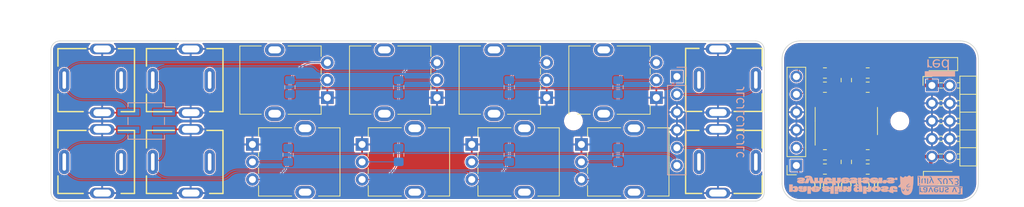
<source format=kicad_pcb>
(kicad_pcb (version 20221018) (generator pcbnew)
  (layers (0 "F.Cu" signal) (31 "B.Cu" signal) (34 "B.Paste" user) (35 "F.Paste" user) (36 "B.SilkS" user "B.Silkscreen") (37 "F.SilkS" user "F.Silkscreen") (38 "B.Mask" user) (39 "F.Mask" user) (44 "Edge.Cuts" user))
  (net 0 "")
  (net 7 "+12V")
  (net 8 "GND")
  (net 9 "-12V")
  (net 10 "In 1")
  (net 11 "In 2")
  (net 12 "In 3")
  (net 13 "In 4")
  (net 14 "Net-(R1-Pad1)")
  (net 15 "Net-(R2-Pad1)")
  (net 16 "Net-(R3-Pad1)")
  (net 17 "Net-(R4-Pad1)")
  (net 18 "Net-(R5-Pad1)")
  (net 19 "Net-(R6-Pad1)")
  (net 20 "Net-(R7-Pad1)")
  (net 21 "Net-(R8-Pad1)")
  (net 22 "Net-(R10-Pad1)")
  (net 23 "Net-(R11-Pad2)")
  (net 24 "Net-(R13-Pad1)")
  (net 25 "Net-(R14-Pad1)")
  (net 26 "GND1")
  (net 27 "Out A front")
  (net 28 "Out B front")
  (net 29 "Bus A front")
  (net 30 "Bus B front")
  (net 31 "Bus A back")
  (net 32 "Bus B back")
  (net 33 "Out A back")
  (net 34 "Out B back")
  (net 35 "Net-(U1D--)")
  (net 36 "Net-(U1A--)")
  (footprint "MountingHole:MountingHole_2.2mm_M2" (layer "F.Cu") (at 196.342 91.694)
    (fp_text reference "H1" hide)
    (fp_text value "MountingHole" hide)
  )
  (footprint "Resistor_SMD:R_0805_2012Metric_Pad1.20x1.40mm_HandSolder" (layer "F.Cu") (at 238.252 96.52 180)
    (fp_text reference "R10" hide)
    (fp_text value "100k" hide)
  )
  (footprint "Pale Slim Ghost:Potentiometer_Alpha_RD901F-40-00D_Single_Vertical" (layer "F.Cu") (at 176.91 88.352 180)
    (fp_text reference "RV3" hide)
    (fp_text value "R_Potentiometer" hide)
  )
  (footprint "Pale Slim Ghost:Jack_3.5mm_QingPu_WQP-PJ301BM_Vertical" (layer "F.Cu") (at 217.516 85.826 -90)
    (fp_text reference "J6" hide)
    (fp_text value "AudioJack2_SwitchT" hide)
  )
  (footprint "Connector_PinSocket_2.54mm:PinSocket_1x06_P2.54mm_Vertical" (layer "F.Cu") (at 228.092 98.044 180)
    (fp_text reference "J9" hide)
    (fp_text value "Conn_01x06_Socket")
  )
  (footprint "Pale Slim Ghost:Jack_3.5mm_QingPu_WQP-PJ301BM_Vertical" (layer "F.Cu") (at 128.618 97.536 90)
    (fp_text reference "J4" hide)
    (fp_text value "AudioJack2_SwitchT" hide)
  )
  (footprint "PCM_kikit:Board" (layer "F.Cu") (at 229.362 80.264)
    (fp_text reference "B_Main")
    (fp_text value "Board")
  )
  (footprint "Pale Slim Ghost:Potentiometer_Alpha_RD901F-40-00D_Single_Vertical" (layer "F.Cu") (at 166.235 95.036)
    (fp_text reference "RV4" hide)
    (fp_text value "R_Potentiometer" hide)
  )
  (footprint "Pale Slim Ghost:Potentiometer_Alpha_RD901F-40-00D_Single_Vertical" (layer "F.Cu") (at 197.475 95.036)
    (fp_text reference "RV8" hide)
    (fp_text value "R_Potentiometer" hide)
  )
  (footprint "Resistor_SMD:R_0805_2012Metric_Pad1.20x1.40mm_HandSolder" (layer "F.Cu") (at 232.156 84.836 180)
    (fp_text reference "R13" hide)
    (fp_text value "1k" hide)
  )
  (footprint "Connector_PinHeader_2.54mm:PinHeader_2x05_P2.54mm_Horizontal" (layer "F.Cu") (at 247.396 86.614)
    (fp_text reference "J1" hide)
    (fp_text value "Conn_02x05_Odd_Even" hide)
  )
  (footprint "Pale Slim Ghost:Jack_3.5mm_QingPu_WQP-PJ301BM_Vertical" (layer "F.Cu") (at 141.224 97.536 90)
    (fp_text reference "J5" hide)
    (fp_text value "AudioJack2_SwitchT" hide)
  )
  (footprint "Pale Slim Ghost:Jack_3.5mm_QingPu_WQP-PJ301BM_Vertical" (layer "F.Cu") (at 128.618 85.852 90)
    (fp_text reference "J2" hide)
    (fp_text value "AudioJack2_SwitchT" hide)
  )
  (footprint "Pale Slim Ghost:Potentiometer_Alpha_RD901F-40-00D_Single_Vertical" (layer "F.Cu") (at 192.53 88.352 180)
    (fp_text reference "RV5" hide)
    (fp_text value "R_Potentiometer" hide)
  )
  (footprint "Package_SO:SOIC-14_3.9x8.7mm_P1.27mm" (layer "F.Cu") (at 235.204 91.694 90)
    (fp_text reference "U1" hide)
    (fp_text value "TL074" hide)
  )
  (footprint "Capacitor_SMD:C_0805_2012Metric_Pad1.18x1.45mm_HandSolder" (layer "F.Cu") (at 235.204 97.536 -90)
    (fp_text reference "C3" hide)
    (fp_text value "C" hide)
  )
  (footprint "MountingHole:MountingHole_2.2mm_M2" (layer "F.Cu") (at 242.824 91.694 180)
    (fp_text reference "H2" hide)
    (fp_text value "MountingHole" hide)
  )
  (footprint "Resistor_SMD:R_0805_2012Metric_Pad1.20x1.40mm_HandSolder" (layer "F.Cu") (at 238.252 86.868 180)
    (fp_text reference "R14" hide)
    (fp_text value "100k" hide)
  )
  (footprint "PCM_kikit:Board" (layer "F.Cu") (at 124.206 80.264)
    (fp_text reference "B_IO")
    (fp_text value "Board")
  )
  (footprint "Capacitor_Tantalum_SMD:CP_EIA-3216-18_Kemet-A_Pad1.58x1.35mm_HandSolder" (layer "F.Cu") (at 248.5795 83.566 180)
    (fp_text reference "C2" hide)
    (fp_text value "C_Polarized" hide)
  )
  (footprint "Pale Slim Ghost:Jack_3.5mm_QingPu_WQP-PJ301BM_Vertical" (layer "F.Cu") (at 217.516 97.536 -90)
    (fp_text reference "J7" hide)
    (fp_text value "AudioJack2_SwitchT" hide)
  )
  (footprint "Pale Slim Ghost:Potentiometer_Alpha_RD901F-40-00D_Single_Vertical" (layer "F.Cu") (at 208.15 88.352 180)
    (fp_text reference "RV7" hide)
    (fp_text value "R_Potentiometer" hide)
  )
  (footprint "Resistor_SMD:R_0805_2012Metric_Pad1.20x1.40mm_HandSolder" (layer "F.Cu") (at 232.156 98.552 180)
    (fp_text reference "R12" hide)
    (fp_text value "1k" hide)
  )
  (footprint "Pale Slim Ghost:Potentiometer_Alpha_RD901F-40-00D_Single_Vertical" (layer "F.Cu") (at 150.615 95.036)
    (fp_text reference "RV2" hide)
    (fp_text value "R_Potentiometer" hide)
  )
  (footprint "Resistor_SMD:R_0805_2012Metric_Pad1.20x1.40mm_HandSolder" (layer "F.Cu") (at 232.156 86.868 180)
    (fp_text reference "R15" hide)
    (fp_text value "100k" hide)
  )
  (footprint "Pale Slim Ghost:Potentiometer_Alpha_RD901F-40-00D_Single_Vertical" (layer "F.Cu") (at 161.29 88.352 180)
    (fp_text reference "RV1" hide)
    (fp_text value "R_Potentiometer" hide)
  )
  (footprint "Capacitor_Tantalum_SMD:CP_EIA-3216-18_Kemet-A_Pad1.58x1.35mm_HandSolder" (layer "F.Cu") (at 248.666 99.822)
    (fp_text reference "C1" hide)
    (fp_text value "C_Polarized" hide)
  )
  (footprint "Resistor_SMD:R_0805_2012Metric_Pad1.20x1.40mm_HandSolder" (layer "F.Cu") (at 232.156 96.52 180)
    (fp_text reference "R11" hide)
    (fp_text value "100k" hide)
  )
  (footprint "Pale Slim Ghost:Jack_3.5mm_QingPu_WQP-PJ301BM_Vertical" (layer "F.Cu") (at 141.224 85.852 90)
    (fp_text reference "J3" hide)
    (fp_text value "AudioJack2_SwitchT" hide)
  )
  (footprint "Capacitor_SMD:C_0805_2012Metric_Pad1.18x1.45mm_HandSolder" (layer "F.Cu") (at 235.204 85.852 -90)
    (fp_text reference "C4" hide)
    (fp_text value "C" hide)
  )
  (footprint "Resistor_SMD:R_0805_2012Metric_Pad1.20x1.40mm_HandSolder" (layer "F.Cu") (at 238.252 84.836)
    (fp_text reference "R16" hide)
    (fp_text value "100k" hide)
  )
  (footprint "Pale Slim Ghost:Potentiometer_Alpha_RD901F-40-00D_Single_Vertical" (layer "F.Cu") (at 181.855 95.036)
    (fp_text reference "RV6" hide)
    (fp_text value "R_Potentiometer" hide)
  )
  (footprint "Resistor_SMD:R_0805_2012Metric_Pad1.20x1.40mm_HandSolder" (layer "F.Cu") (at 238.252 98.552)
    (fp_text reference "R9" hide)
    (fp_text value "100k" hide)
  )
  (footprint "Resistor_SMD:R_0805_2012Metric_Pad1.20x1.40mm_HandSolder" (layer "B.Cu") (at 155.956 86.868 -90)
    (fp_text reference "R1" hide)
    (fp_text value "100k" hide)
  )
  (footprint "Resistor_SMD:R_0805_2012Metric_Pad1.20x1.40mm_HandSolder" (layer "B.Cu") (at 202.692 86.868 -90)
    (fp_text reference "R7" hide)
    (fp_text value "100k" hide)
  )
  (footprint "Resistor_SMD:R_0805_2012Metric_Pad1.20x1.40mm_HandSolder" (layer "B.Cu") (at 187.198 86.868 -90)
    (fp_text reference "R5" hide)
    (fp_text value "100k" hide)
  )
  (footprint "Connector_PinHeader_2.54mm:PinHeader_1x06_P2.54mm_Vertical" (layer "B.Cu") (at 211.074 85.344 180)
    (fp_text reference "J8" hide)
    (fp_text value "Conn_01x06_Pin")
  )
  (footprint "Resistor_SMD:R_0805_2012Metric_Pad1.20x1.40mm_HandSolder" (layer "B.Cu") (at 171.45 86.868 -90)
    (fp_text reference "R3" hide)
    (fp_text value "100k" hide)
  )
  (footprint "Resistor_SMD:R_0805_2012Metric_Pad1.20x1.40mm_HandSolder" (layer "B.Cu") (at 155.702 96.52 90)
    (fp_text reference "R2" hide)
    (fp_text value "100k" hide)
  )
  (footprint "Resistor_SMD:R_0805_2012Metric_Pad1.20x1.40mm_HandSolder" (layer "B.Cu") (at 171.45 96.52 90)
    (fp_text reference "R4" hide)
    (fp_text value "100k" hide)
  )
  (footprint "Connector_PinHeader_2.54mm:PinHeader_2x02_P2.54mm_Vertical_SMD" (layer "B.Cu") (at 135.494 91.694 180)
    (fp_text reference "J12" hide)
    (fp_text value "Conn_01x04_Pin" hide)
  )
  (footprint "Resistor_SMD:R_0805_2012Metric_Pad1.20x1.40mm_HandSolder" (layer "B.Cu") (at 202.692 96.52 90)
    (fp_text reference "R8" hide)
    (fp_text value "100k" hide)
  )
  (footprint "Resistor_SMD:R_0805_2012Metric_Pad1.20x1.40mm_HandSolder" (layer "B.Cu") (at 187.198 96.52 90)
    (fp_text reference "R6" hide)
    (fp_text value "100k" hide)
  )
  (gr_poly (pts (xy 241.60671 100.590602) (xy 241.666517 100.587296) (xy 241.722756 100.581816) (xy 241.775345 100.574184) (xy 241.8242 100.564426) (xy 241.86924 100.552564) (xy 241.910381 100.538623) (xy 241.947542 100.522627) (xy 241.98064 100.504599) (xy 242.009593 100.484564) (xy 242.034317 100.462544) (xy 242.045068 100.450798) (xy 242.054731 100.438565) (xy 242.063296 100.425848) (xy 242.070753 100.41265) (xy 242.07709 100.398974) (xy 242.082298 100.384823) (xy 242.086367 100.3702) (xy 242.089286 100.355108) (xy 242.091045 100.339549) (xy 242.091634 100.323528) (xy 242.091634 100.322046) (xy 241.639725 100.322046) (xy 241.639725 100.323528) (xy 241.639579 100.327091) (xy 241.639143 100.330559) (xy 241.638425 100.333928) (xy 241.63743 100.337199) (xy 241.636166 100.340369) (xy 241.634637 100.343439) (xy 241.63285 100.346407) (xy 241.630812 100.349272) (xy 241.628529 100.352032) (xy 241.626007 100.354688) (xy 241.623252 100.357237) (xy 241.62027 100.359678) (xy 241.617068 100.362011) (xy 241.613652 100.364235) (xy 241.610028 100.366347) (xy 241.606203 100.368348) (xy 241.602182 100.370236) (xy 241.597972 100.37201) (xy 241.59358 100.37367) (xy 241.58901 100.375212) (xy 241.584271 100.376638) (xy 241.579367 100.377946) (xy 241.574305 100.379134) (xy 241.569092 100.380202) (xy 241.563733 100.381148) (xy 241.558235 100.381971) (xy 241.552604 100.382671) (xy 241.546846 100.383246) (xy 241.540968 100.383695) (xy 241.534976 100.384017) (xy 241.528876 100.384211) (xy 241.522674 100.384276) (xy 241.50762 100.384059) (xy 241.493642 100.383373) (xy 241.48709 100.382838) (xy 241.480846 100.382167) (xy 241.474923 100.381352) (xy 241.469334 100.380387) (xy 241.464092 100.379266) (xy 241.459211 100.377982) (xy 241.454703 100.376529) (xy 241.450582 100.3749) (xy 241.446859 100.373089) (xy 241.44355 100.371089) (xy 241.440665 100.368893) (xy 241.438219 100.366496) (xy 241.437142 100.365368) (xy 241.436135 100.364207) (xy 241.435198 100.363016) (xy 241.43433 100.361796) (xy 241.433531 100.360551) (xy 241.432802 100.359282) (xy 241.432142 100.357991) (xy 241.431552 100.35668) (xy 241.431031 100.355352) (xy 241.430579 100.354009) (xy 241.430197 100.352653) (xy 241.429885 100.351286) (xy 241.429641 100.34991) (xy 241.429468 100.348528) (xy 241.429364 100.347142) (xy 241.429329 100.345753) (xy 241.429391 100.343573) (xy 241.429581 100.341477) (xy 241.429906 100.339461) (xy 241.430374 100.337523) (xy 241.43099 100.335658) (xy 241.431761 100.333863) (xy 241.432694 100.332136) (xy 241.433797 100.330473) (xy 241.435076 100.328871) (xy 241.436537 100.327326) (xy 241.438187 100.325835) (xy 241.440033 100.324396) (xy 241.442083 100.323004) (xy 241.444342 100.321657) (xy 241.446818 100.320351) (xy 241.449517 100.319083) (xy 241.452446 100.317849) (xy 241.455612 100.316648) (xy 241.459021 100.315474) (xy 241.462681 100.314325) (xy 241.466598 100.313198) (xy 241.470779 100.31209) (xy 241.475231 100.310996) (xy 241.47996 100.309915) (xy 241.490279 100.307775) (xy 241.501789 100.305644) (xy 241.514545 100.303495) (xy 241.528601 100.301303) (xy 241.767149 100.271669) (xy 241.806309 100.26515) (xy 241.842691 100.257785) (xy 241.876329 100.249525) (xy 241.907259 100.240323) (xy 241.935515 100.230131) (xy 241.961131 100.218902) (xy 241.984144 100.206588) (xy 242.004586 100.193141) (xy 242.013854 100.185978) (xy 242.022493 100.178513) (xy 242.030507 100.170742) (xy 242.0379 100.162657) (xy 242.044677 100.154253) (xy 242.050841 100.145524) (xy 242.056398 100.136465) (xy 242.061352 100.127068) (xy 242.065707 100.117328) (xy 242.069466 100.10724) (xy 242.072636 100.096796) (xy 242.075219 100.085992) (xy 242.077221 100.074821) (xy 242.078646 100.063278) (xy 242.07978 100.039048) (xy 242.079554 100.028091) (xy 242.078877 100.017439) (xy 242.077749 100.007087) (xy 242.076169 99.997029) (xy 242.074137 99.987256) (xy 242.071654 99.977764) (xy 242.06872 99.968545) (xy 242.065334 99.959593) (xy 242.061497 99.950902) (xy 242.057208 99.942465) (xy 242.052468 99.934274) (xy 242.047277 99.926325) (xy 242.041634 99.918611) (xy 242.035539 99.911124) (xy 242.028993 99.903858) (xy 242.021996 99.896808) (xy 242.014079 99.889277) (xy 242.005613 99.881964) (xy 241.987052 99.867999) (xy 241.966361 99.854924) (xy 241.943583 99.84275) (xy 241.918766 99.831487) (xy 241.891954 99.821147) (xy 241.863193 99.81174) (xy 241.832528 99.803278) (xy 241.800005 99.79577) (xy 241.76567 99.789228) (xy 241.729569 99.783663) (xy 241.691746 99.779085) (xy 241.652248 99.775505) (xy 241.611119 99.772935) (xy 241.568407 99.771385) (xy 241.524155 99.770866) (xy 241.459819 99.771956) (xy 241.399099 99.775207) (xy 241.342069 99.780594) (xy 241.288802 99.788091) (xy 241.239372 99.797671) (xy 241.193854 99.809309) (xy 241.15232 99.822978) (xy 241.114845 99.838652) (xy 241.081503 99.856307) (xy 241.052367 99.875914) (xy 241.02751 99.897449) (xy 241.01671 99.908931) (xy 241.007008 99.920885) (xy 240.998412 99.933308) (xy 240.990933 99.946196) (xy 240.984579 99.959547) (xy 240.97936 99.973357) (xy 240.975284 99.987622) (xy 240.972362 100.00234) (xy 240.970601 100.017508) (xy 240.970013 100.033121) (xy 240.970013 100.034603) (xy 241.418957 100.034603) (xy 241.418957 100.033121) (xy 241.419091 100.02997) (xy 241.419489 100.026906) (xy 241.420147 100.023931) (xy 241.421058 100.021045) (xy 241.42222 100.018249) (xy 241.423626 100.015544) (xy 241.425272 100.012931) (xy 241.427153 100.01041) (xy 241.429264 100.007983) (xy 241.4316 100.005649) (xy 241.434156 100.003411) (xy 241.436928 100.001268) (xy 241.439911 99.999222) (xy 241.443099 99.997274) (xy 241.446488 99.995423) (xy 241.450072 99.993672) (xy 241.453848 99.99202) (xy 241.45781 99.990469) (xy 241.461953 99.98902) (xy 241.466272 99.987673) (xy 241.470763 99.986429) (xy 241.47542 99.985289) (xy 241.480239 99.984253) (xy 241.485215 99.983323) (xy 241.490343 99.9825) (xy 241.495618 99.981783) (xy 241.501035 99.981175) (xy 241.50659 99.980676) (xy 241.512276 99.980286) (xy 241.518091 99.980006) (xy 241.524027 99.979838) (xy 241.530082 99.979781) (xy 241.545689 99.979995) (xy 241.560202 99.980661) (xy 241.56701 99.981174) (xy 241.5735 99.981813) (xy 241.579655 99.982582) (xy 241.58546 99.983485) (xy 241.590901 99.984528) (xy 241.595962 99.985714) (xy 241.600628 99.987047) (xy 241.604884 99.988532) (xy 241.608714 99.990174) (xy 241.612104 99.991976) (xy 241.615038 99.993943) (xy 241.617501 99.996079) (xy 241.618577 99.997208) (xy 241.619584 99.998374) (xy 241.620522 99.999579) (xy 241.62139 100.000825) (xy 241.622189 100.002115) (xy 241.622918 100.00345) (xy 241.623578 100.004833) (xy 241.624168 100.006266) (xy 241.624689 100.007751) (xy 241.62514 100.00929) (xy 241.625522 100.010886) (xy 241.625835 100.01254) (xy 241.626078 100.014255) (xy 241.626252 100.016033) (xy 241.626356 100.017876) (xy 241.626391 100.019786) (xy 241.626316 100.022109) (xy 241.626091 100.024356) (xy 241.62571 100.026529) (xy 241.62517 100.02863) (xy 241.624467 100.030662) (xy 241.623597 100.032626) (xy 241.622558 100.034526) (xy 241.621344 100.036362) (xy 241.619952 100.038138) (xy 241.618378 100.039855) (xy 241.616619 100.041516) (xy 241.614671 100.043122) (xy 241.612529 100.044677) (xy 241.61019 100.046181) (xy 241.607651 100.047638) (xy 241.604907 100.049049) (xy 241.601954 100.050417) (xy 241.59879 100.051743) (xy 241.595409 100.053031) (xy 241.591809 100.054281) (xy 241.587985 100.055497) (xy 241.583934 100.05668) (xy 241.579652 100.057833) (xy 241.575134 100.058958) (xy 241.570378 100.060056) (xy 241.56538 100.061131) (xy 241.55464 100.063217) (xy 241.542884 100.065234) (xy 241.530082 100.067199) (xy 241.255974 100.105723) (xy 241.222879 100.111279) (xy 241.191935 100.117949) (xy 241.16314 100.125735) (xy 241.136491 100.134638) (xy 241.111987 100.144662) (xy 241.089625 100.155807) (xy 241.069403 100.168077) (xy 241.051318 100.181473) (xy 241.043077 100.188594) (xy 241.03537 100.195998) (xy 241.028196 100.203684) (xy 241.021555 100.211653) (xy 241.015447 100.219906) (xy 241.009871 100.228442) (xy 241.004828 100.237262) (xy 241.000317 100.246365) (xy 240.996337 100.255754) (xy 240.992889 100.265426) (xy 240.989972 100.275384) (xy 240.987587 100.285627) (xy 240.985731 100.296155) (xy 240.984407 100.306969) (xy 240.983347 100.329454) (xy 240.983573 100.339369) (xy 240.98425 100.349107) (xy 240.985379 100.358667) (xy 240.986959 100.368047) (xy 240.98899 100.377245) (xy 240.991473 100.386258) (xy 240.994408 100.395085) (xy 240.997794 100.403723) (xy 241.001631 100.41217) (xy 241.00592 100.420424) (xy 241.01066 100.428482) (xy 241.015851 100.436343) (xy 241.021494 100.444004) (xy 241.027589 100.451463) (xy 241.034135 100.458719) (xy 241.041132 100.465768) (xy 241.049053 100.473299) (xy 241.057533 100.480612) (xy 241.076145 100.494576) (xy 241.096924 100.507651) (xy 241.119822 100.519825) (xy 241.144796 100.531088) (xy 241.171799 100.541428) (xy 241.200786 100.550835) (xy 241.231711 100.559298) (xy 241.264529 100.566806) (xy 241.299194 100.573348) (xy 241.33566 100.578913) (xy 241.373882 100.583491) (xy 241.413814 100.58707) (xy 241.455411 100.58964) (xy 241.498628 100.59119) (xy 241.543417 100.591709)) (stroke (width 0.037041)) (fill solid) (layer "B.SilkS"))
  (gr_poly (pts (xy 234.034331 101.861498) (xy 233.537973 101.861498) (xy 233.537973 102.070413) (xy 234.034331 102.070413)) (stroke (width 0.037041)) (fill solid) (layer "B.SilkS"))
  (gr_poly (pts (xy 229.947895 100.042011) (xy 229.97901 100.042011) (xy 230.136066 100.559113) (xy 230.63687 100.559113) (xy 230.340536 99.784201) (xy 230.333581 99.767641) (xy 230.326047 99.751578) (xy 230.317927 99.736014) (xy 230.309216 99.72095) (xy 230.299907 99.706388) (xy 230.289993 99.692331) (xy 230.279469 99.67878) (xy 230.268328 99.665737) (xy 230.256565 99.653205) (xy 230.244172 99.641184) (xy 230.231144 99.629677) (xy 230.217474 99.618686) (xy 230.203157 99.608212) (xy 230.188185 99.598258) (xy 230.172553 99.588826) (xy 230.156254 99.579916) (xy 230.139283 99.571532) (xy 230.121632 99.563676) (xy 230.103296 99.556348) (xy 230.084269 99.549551) (xy 230.064544 99.543287) (xy 230.044114 99.537558) (xy 230.022975 99.532365) (xy 230.001119 99.527711) (xy 229.97854 99.523597) (xy 229.955232 99.520026) (xy 229.931189 99.516999) (xy 229.906405 99.514518) (xy 229.880873 99.512585) (xy 229.854587 99.511202) (xy 229.827541 99.51037) (xy 229.799728 99.510093) (xy 229.743116 99.5111) (xy 229.688962 99.514118) (xy 229.637429 99.519147) (xy 229.588683 99.526183) (xy 229.542889 99.535224) (xy 229.500211 99.546269) (xy 229.460815 99.559315) (xy 229.424866 99.57436) (xy 229.392529 99.591402) (xy 229.363967 99.610438) (xy 229.339348 99.631467) (xy 229.328568 99.642728) (xy 229.318834 99.654486) (xy 229.310169 99.666741) (xy 229.302593 99.679493) (xy 229.296125 99.692742) (xy 229.290787 99.706486) (xy 229.286599 99.720727) (xy 229.283583 99.735463) (xy 229.281758 99.750695) (xy 229.281145 99.766421) (xy 229.281145 99.781238) (xy 229.755278 99.781238) (xy 229.755278 99.773829) (xy 229.755347 99.771633) (xy 229.755553 99.76949) (xy 229.755895 99.767401) (xy 229.756369 99.765368) (xy 229.756975 99.763391) (xy 229.75771 99.761471) (xy 229.758573 99.75961) (xy 229.759561 99.757809) (xy 229.760673 99.756068) (xy 229.761907 99.75439) (xy 229.763261 99.752774) (xy 229.764732 99.751222) (xy 229.76632 99.749736) (xy 229.768022 99.748315) (xy 229.769837 99.746962) (xy 229.771762 99.745678) (xy 229.773795 99.744462) (xy 229.775935 99.743318) (xy 229.77818 99.742245) (xy 229.780527 99.741244) (xy 229.782976 99.740318) (xy 229.785523 99.739466) (xy 229.788168 99.73869) (xy 229.790908 99.737992) (xy 229.793741 99.737371) (xy 229.796665 99.73683) (xy 229.799679 99.736369) (xy 229.802781 99.735989) (xy 229.805969 99.735692) (xy 229.80924 99.735478) (xy 229.812593 99.735349) (xy 229.816026 99.735306) (xy 229.823943 99.735517) (xy 229.831575 99.736163) (xy 229.838917 99.737259) (xy 229.845961 99.738825) (xy 229.852701 99.740877) (xy 229.859131 99.743432) (xy 229.862227 99.744904) (xy 229.865244 99.746508) (xy 229.868179 99.748247) (xy 229.871033 99.750123) (xy 229.873805 99.752137) (xy 229.876493 99.754293) (xy 229.879097 99.756592) (xy 229.881616 99.759036) (xy 229.88405 99.761628) (xy 229.886397 99.764369) (xy 229.888656 99.767263) (xy 229.890827 99.77031) (xy 229.89291 99.773514) (xy 229.894902 99.776877) (xy 229.896804 99.7804) (xy 229.898615 99.784085) (xy 229.900333 99.787936) (xy 229.901958 99.791954) (xy 229.904927 99.800499) (xy 229.927151 99.871619) (xy 229.565625 99.871619) (xy 229.282626 100.559113) (xy 229.784911 100.559113)) (stroke (width 0.037041)) (fill solid) (layer "B.SilkS"))
  (gr_poly (pts (xy 234.031368 101.025838) (xy 233.542418 101.025838) (xy 233.542418 101.781488) (xy 234.031368 101.781488)) (stroke (width 0.037041)) (fill solid) (layer "B.SilkS"))
  (gr_poly (pts (xy 233.429811 101.025838) (xy 232.940861 101.025838) (xy 232.940861 102.063004) (xy 233.429811 102.063004)) (stroke (width 0.037041)) (fill solid) (layer "B.SilkS"))
  (gr_poly (pts (xy 238.055155 100.590602) (xy 238.114962 100.587296) (xy 238.171201 100.581816) (xy 238.22379 100.574184) (xy 238.272645 100.564426) (xy 238.317684 100.552564) (xy 238.358826 100.538623) (xy 238.395987 100.522627) (xy 238.429085 100.504599) (xy 238.458038 100.484564) (xy 238.482762 100.462544) (xy 238.493513 100.450798) (xy 238.503176 100.438565) (xy 238.511741 100.425848) (xy 238.519198 100.41265) (xy 238.525535 100.398974) (xy 238.530744 100.384823) (xy 238.534813 100.3702) (xy 238.537732 100.355108) (xy 238.539491 100.339549) (xy 238.540079 100.323528) (xy 238.540079 100.322046) (xy 238.088172 100.322046) (xy 238.088172 100.323528) (xy 238.088025 100.327091) (xy 238.087589 100.330559) (xy 238.086871 100.333928) (xy 238.085877 100.337199) (xy 238.084612 100.340369) (xy 238.083083 100.343439) (xy 238.081296 100.346407) (xy 238.079258 100.349272) (xy 238.076975 100.352032) (xy 238.074452 100.354688) (xy 238.071697 100.357237) (xy 238.068716 100.359678) (xy 238.065514 100.362011) (xy 238.062098 100.364235) (xy 238.058474 100.366347) (xy 238.054648 100.368348) (xy 238.050628 100.370236) (xy 238.046418 100.37201) (xy 238.042025 100.37367) (xy 238.037456 100.375212) (xy 238.032716 100.376638) (xy 238.027812 100.377946) (xy 238.022751 100.379134) (xy 238.017537 100.380202) (xy 238.012179 100.381148) (xy 238.006681 100.381971) (xy 238.00105 100.382671) (xy 237.995292 100.383246) (xy 237.989414 100.383695) (xy 237.983422 100.384017) (xy 237.977322 100.384211) (xy 237.97112 100.384276) (xy 237.956066 100.384059) (xy 237.942088 100.383373) (xy 237.935535 100.382838) (xy 237.929291 100.382167) (xy 237.923368 100.381352) (xy 237.917779 100.380387) (xy 237.912538 100.379266) (xy 237.907656 100.377982) (xy 237.903148 100.376529) (xy 237.899027 100.3749) (xy 237.895305 100.373089) (xy 237.891995 100.371089) (xy 237.889111 100.368893) (xy 237.886665 100.366496) (xy 237.885589 100.365368) (xy 237.884581 100.364207) (xy 237.883644 100.363016) (xy 237.882775 100.361796) (xy 237.881977 100.360551) (xy 237.881247 100.359282) (xy 237.880587 100.357991) (xy 237.879997 100.35668) (xy 237.879476 100.355352) (xy 237.879025 100.354009) (xy 237.878642 100.352653) (xy 237.87833 100.351286) (xy 237.878087 100.34991) (xy 237.877913 100.348528) (xy 237.877809 100.347142) (xy 237.877774 100.345753) (xy 237.877836 100.343573) (xy 237.878026 100.341477) (xy 237.878352 100.339461) (xy 237.878819 100.337523) (xy 237.879435 100.335658) (xy 237.880206 100.333863) (xy 237.88114 100.332136) (xy 237.882242 100.330473) (xy 237.883521 100.328871) (xy 237.884982 100.327326) (xy 237.886632 100.325835) (xy 237.888479 100.324396) (xy 237.890528 100.323004) (xy 237.892787 100.321657) (xy 237.895263 100.320351) (xy 237.897962 100.319083) (xy 237.900891 100.317849) (xy 237.904057 100.316648) (xy 237.907466 100.315474) (xy 237.911126 100.314325) (xy 237.915043 100.313198) (xy 237.919224 100.31209) (xy 237.923676 100.310996) (xy 237.928406 100.309915) (xy 237.938724 100.307775) (xy 237.950235 100.305644) (xy 237.962991 100.303495) (xy 237.977047 100.301303) (xy 238.215593 100.271669) (xy 238.254754 100.26515) (xy 238.291136 100.257785) (xy 238.324774 100.249525) (xy 238.355704 100.240323) (xy 238.38396 100.230131) (xy 238.409576 100.218902) (xy 238.432589 100.206588) (xy 238.453031 100.193141) (xy 238.462299 100.185978) (xy 238.470938 100.178513) (xy 238.478952 100.170742) (xy 238.486345 100.162657) (xy 238.493122 100.154253) (xy 238.499287 100.145524) (xy 238.504844 100.136465) (xy 238.509797 100.127068) (xy 238.514152 100.117328) (xy 238.517912 100.10724) (xy 238.521081 100.096796) (xy 238.523665 100.085992) (xy 238.525666 100.074821) (xy 238.527091 100.063278) (xy 238.528225 100.039048) (xy 238.528 100.028091) (xy 238.527322 100.017439) (xy 238.526194 100.007087) (xy 238.524614 99.997029) (xy 238.522582 99.987256) (xy 238.520099 99.977764) (xy 238.517165 99.968545) (xy 238.513779 99.959593) (xy 238.509942 99.950902) (xy 238.505653 99.942465) (xy 238.500913 99.934274) (xy 238.495721 99.926325) (xy 238.490078 99.918611) (xy 238.483984 99.911124) (xy 238.477438 99.903858) (xy 238.47044 99.896808) (xy 238.462524 99.889277) (xy 238.454057 99.881964) (xy 238.435497 99.867999) (xy 238.414806 99.854924) (xy 238.392028 99.84275) (xy 238.367211 99.831487) (xy 238.340399 99.821147) (xy 238.311638 99.81174) (xy 238.280973 99.803278) (xy 238.24845 99.79577) (xy 238.214116 99.789228) (xy 238.178014 99.783663) (xy 238.140191 99.779085) (xy 238.100693 99.775505) (xy 238.059565 99.772935) (xy 238.016852 99.771385) (xy 237.9726 99.770866) (xy 237.908264 99.771956) (xy 237.847544 99.775207) (xy 237.790514 99.780594) (xy 237.737247 99.788091) (xy 237.687818 99.797671) (xy 237.642299 99.809309) (xy 237.600766 99.822978) (xy 237.563291 99.838652) (xy 237.529948 99.856307) (xy 237.500812 99.875914) (xy 237.475956 99.897449) (xy 237.465156 99.908931) (xy 237.455453 99.920885) (xy 237.446858 99.933308) (xy 237.439378 99.946196) (xy 237.433024 99.959547) (xy 237.427805 99.973357) (xy 237.42373 99.987622) (xy 237.420807 100.00234) (xy 237.419047 100.017508) (xy 237.418458 100.033121) (xy 237.418458 100.034603) (xy 237.867403 100.034603) (xy 237.867403 100.033121) (xy 237.867537 100.02997) (xy 237.867935 100.026906) (xy 237.868592 100.023931) (xy 237.869504 100.021045) (xy 237.870665 100.018249) (xy 237.872071 100.015544) (xy 237.873717 100.012931) (xy 237.875598 100.01041) (xy 237.877709 100.007983) (xy 237.880045 100.005649) (xy 237.882602 100.003411) (xy 237.885374 100.001268) (xy 237.888356 99.999222) (xy 237.891544 99.997274) (xy 237.894933 99.995423) (xy 237.898518 99.993672) (xy 237.902294 99.99202) (xy 237.906255 99.990469) (xy 237.910398 99.98902) (xy 237.914718 99.987673) (xy 237.919209 99.986429) (xy 237.923866 99.985289) (xy 237.928685 99.984253) (xy 237.933661 99.983323) (xy 237.938789 99.9825) (xy 237.944064 99.981783) (xy 237.949481 99.981175) (xy 237.955035 99.980676) (xy 237.960722 99.980286) (xy 237.966536 99.980006) (xy 237.972473 99.979838) (xy 237.978527 99.979781) (xy 237.994134 99.979995) (xy 238.008647 99.980661) (xy 238.015455 99.981174) (xy 238.021944 99.981813) (xy 238.028099 99.982582) (xy 238.033905 99.983485) (xy 238.039345 99.984528) (xy 238.044407 99.985714) (xy 238.049073 99.987047) (xy 238.053328 99.988532) (xy 238.057159 99.990174) (xy 238.060549 99.991976) (xy 238.063483 99.993943) (xy 238.065946 99.996079) (xy 238.067023 99.997208) (xy 238.06803 99.998374) (xy 238.068967 99.999579) (xy 238.069836 100.000825) (xy 238.070634 100.002115) (xy 238.071364 100.00345) (xy 238.072023 100.004833) (xy 238.072614 100.006266) (xy 238.073135 100.007751) (xy 238.073586 100.00929) (xy 238.073968 100.010886) (xy 238.074281 100.01254) (xy 238.074524 100.014255) (xy 238.074697 100.016033) (xy 238.074801 100.017876) (xy 238.074836 100.019786) (xy 238.074762 100.022109) (xy 238.074536 100.024356) (xy 238.074155 100.026529) (xy 238.073615 100.02863) (xy 238.072912 100.030662) (xy 238.072043 100.032626) (xy 238.071003 100.034526) (xy 238.069789 100.036362) (xy 238.068397 100.038138) (xy 238.066824 100.039855) (xy 238.065064 100.041516) (xy 238.063116 100.043122) (xy 238.060974 100.044677) (xy 238.058635 100.046181) (xy 238.056096 100.047638) (xy 238.053352 100.049049) (xy 238.050399 100.050417) (xy 238.047235 100.051743) (xy 238.043854 100.053031) (xy 238.040254 100.054281) (xy 238.03643 100.055497) (xy 238.032379 100.05668) (xy 238.028097 100.057833) (xy 238.02358 100.058958) (xy 238.018823 100.060056) (xy 238.013825 100.061131) (xy 238.003085 100.063217) (xy 237.991329 100.065234) (xy 237.978527 100.067199) (xy 237.704419 100.105723) (xy 237.671324 100.111279) (xy 237.64038 100.117949) (xy 237.611585 100.125735) (xy 237.584937 100.134638) (xy 237.560432 100.144662) (xy 237.53807 100.155807) (xy 237.517848 100.168077) (xy 237.499764 100.181473) (xy 237.491523 100.188594) (xy 237.483816 100.195998) (xy 237.476642 100.203684) (xy 237.470001 100.211653) (xy 237.463893 100.219906) (xy 237.458317 100.228442) (xy 237.453274 100.237262) (xy 237.448763 100.246365) (xy 237.444783 100.255754) (xy 237.441335 100.265426) (xy 237.438419 100.275384) (xy 237.436033 100.285627) (xy 237.434178 100.296155) (xy 237.432853 100.306969) (xy 237.431793 100.329454) (xy 237.432019 100.339369) (xy 237.432696 100.349107) (xy 237.433825 100.358667) (xy 237.435405 100.368047) (xy 237.437436 100.377245) (xy 237.439919 100.386258) (xy 237.442854 100.395085) (xy 237.446239 100.403723) (xy 237.450077 100.41217) (xy 237.454365 100.420424) (xy 237.459106 100.428482) (xy 237.464297 100.436343) (xy 237.46994 100.444004) (xy 237.476035 100.451463) (xy 237.482581 100.458719) (xy 237.489578 100.465768) (xy 237.497499 100.473299) (xy 237.505979 100.480612) (xy 237.524591 100.494576) (xy 237.545369 100.507651) (xy 237.568268 100.519825) (xy 237.593242 100.531088) (xy 237.620245 100.541428) (xy 237.649232 100.550835) (xy 237.680157 100.559298) (xy 237.712975 100.566806) (xy 237.74764 100.573348) (xy 237.784106 100.578913) (xy 237.822328 100.583491) (xy 237.86226 100.58707) (xy 237.903857 100.58964) (xy 237.947073 100.59119) (xy 237.991863 100.591709)) (stroke (width 0.037041)) (fill solid) (layer "B.SilkS"))
  (gr_poly (pts (xy 235.126466 100.591475) (xy 235.191275 100.586341) (xy 235.252464 100.577808) (xy 235.309907 100.565896) (xy 235.363478 100.550624) (xy 235.413051 100.532012) (xy 235.4585 100.510078) (xy 235.479639 100.497873) (xy 235.499699 100.484844) (xy 235.518666 100.470995) (xy 235.536523 100.456328) (xy 235.553255 100.440846) (xy 235.568846 100.42455) (xy 235.58328 100.407444) (xy 235.596541 100.38953) (xy 235.608614 100.370809) (xy 235.619483 100.351286) (xy 235.629132 100.330961) (xy 235.637546 100.309839) (xy 235.644708 100.28792) (xy 235.650604 100.265207) (xy 235.655216 100.241704) (xy 235.658531 100.217412) (xy 235.660531 100.192333) (xy 235.661201 100.166471) (xy 235.661201 100.105723) (xy 234.904069 100.105723) (xy 234.904954 100.100774) (xy 234.905942 100.09593) (xy 234.907029 100.09119) (xy 234.908213 100.086554) (xy 234.909494 100.082022) (xy 234.910867 100.077594) (xy 234.912332 100.073271) (xy 234.913885 100.069052) (xy 234.915526 100.064936) (xy 234.917251 100.060926) (xy 234.919059 100.057019) (xy 234.920947 100.053216) (xy 234.922913 100.049518) (xy 234.924955 100.045924) (xy 234.927071 100.042434) (xy 234.929258 100.039048) (xy 234.931663 100.035905) (xy 234.934156 100.032866) (xy 234.936738 100.029931) (xy 234.93941 100.027099) (xy 234.942173 100.02437) (xy 234.945028 100.021744) (xy 234.947977 100.019221) (xy 234.95102 100.0168) (xy 234.954158 100.01448) (xy 234.957393 100.012263) (xy 234.960726 100.010147) (xy 234.964158 100.008132) (xy 234.967689 100.006219) (xy 234.971322 100.004405) (xy 234.975056 100.002693) (xy 234.978893 100.00108) (xy 234.986882 99.998154) (xy 234.995296 99.995625) (xy 235.004144 99.993491) (xy 235.013435 99.99175) (xy 235.023177 99.9904) (xy 235.033379 99.989438) (xy 235.04405 99.988863) (xy 235.055199 99.988671) (xy 235.066364 99.988913) (xy 235.077083 99.989632) (xy 235.087358 99.99082) (xy 235.097195 99.992468) (xy 235.106598 99.994568) (xy 235.115571 99.99711) (xy 235.124119 100.000086) (xy 235.132246 100.003488) (xy 235.139956 100.007306) (xy 235.147254 100.011533) (xy 235.154143 100.016159) (xy 235.160629 100.021175) (xy 235.166716 100.026574) (xy 235.172407 100.032346) (xy 235.177708 100.038482) (xy 235.182622 100.044975) (xy 235.665646 100.044975) (xy 235.661343 100.029323) (xy 235.655943 100.014044) (xy 235.649461 99.999146) (xy 235.641913 99.984637) (xy 235.633314 99.970525) (xy 235.623678 99.956819) (xy 235.61302 99.943526) (xy 235.601356 99.930655) (xy 235.588699 99.918213) (xy 235.575066 99.906209) (xy 235.560471 99.894652) (xy 235.544928 99.883548) (xy 235.528453 99.872907) (xy 235.511061 99.862736) (xy 235.492767 99.853044) (xy 235.473585 99.843838) (xy 235.453531 99.835128) (xy 235.432619 99.82692) (xy 235.410864 99.819223) (xy 235.388282 99.812046) (xy 235.364887 99.805396) (xy 235.340694 99.799282) (xy 235.315718 99.793711) (xy 235.289974 99.788692) (xy 235.263477 99.784234) (xy 235.236242 99.780343) (xy 235.208283 99.777028) (xy 235.179616 99.774298) (xy 235.150255 99.772161) (xy 235.120216 99.770624) (xy 235.089514 99.769696) (xy 235.058162 99.769384) (xy 235.009664 99.770232) (xy 234.962569 99.772762) (xy 234.916963 99.776954) (xy 234.872931 99.782789) (xy 234.830557 99.790248) (xy 234.789926 99.79931) (xy 234.751122 99.809957) (xy 234.714231 99.822169) (xy 234.679336 99.835926) (xy 234.646523 99.851209) (xy 234.615875 99.867998) (xy 234.587479 99.886274) (xy 234.561418 99.906017) (xy 234.537777 99.927208) (xy 234.51664 99.949827) (xy 234.498093 99.973854) (xy 234.491062 99.984567) (xy 234.484422 99.99559) (xy 234.478182 100.006922) (xy 234.472349 100.018559) (xy 234.466933 100.0305) (xy 234.461942 100.042743) (xy 234.457386 100.055286) (xy 234.453272 100.068125) (xy 234.44961 100.08126) (xy 234.446408 100.094688) (xy 234.443675 100.108407) (xy 234.441419 100.122415) (xy 234.43965 100.136709) (xy 234.438375 100.151287) (xy 234.437604 100.166147) (xy 234.437345 100.181288) (xy 234.437604 100.196167) (xy 234.438375 100.210797) (xy 234.43965 100.22517) (xy 234.441419 100.239281) (xy 234.443675 100.253123) (xy 234.446408 100.266689) (xy 234.446894 100.268706) (xy 234.905551 100.268706) (xy 235.201884 100.268706) (xy 235.201611 100.274757) (xy 235.201068 100.280681) (xy 235.200255 100.286475) (xy 235.199173 100.292135) (xy 235.19782 100.297656) (xy 235.196197 100.303033) (xy 235.194303 100.308263) (xy 235.192138 100.313341) (xy 235.189701 100.318263) (xy 235.186993 100.323024) (xy 235.184014 100.32762) (xy 235.180762 100.332047) (xy 235.177237 100.336301) (xy 235.173441 100.340376) (xy 235.169371 100.344269) (xy 235.165028 100.347975) (xy 235.160411 100.351491) (xy 235.155521 100.354811) (xy 235.150357 100.357931) (xy 235.144918 100.360847) (xy 235.139205 100.363555) (xy 235.133217 100.36605) (xy 235.126954 100.368329) (xy 235.120416 100.370385) (xy 235.113602 100.372217) (xy 235.106512 100.373818) (xy 235.099146 100.375184) (xy 235.091503 100.376312) (xy 235.083584 100.377197) (xy 235.075387 100.377834) (xy 235.066914 100.37822) (xy 235.058162 100.378349) (xy 235.046231 100.378157) (xy 235.034876 100.377577) (xy 235.02408 100.376601) (xy 235.013828 100.375224) (xy 235.004107 100.373439) (xy 234.9949 100.371239) (xy 234.986192 100.368618) (xy 234.977968 100.36557) (xy 234.970212 100.362088) (xy 234.962911 100.358165) (xy 234.956047 100.353794) (xy 234.949607 100.348971) (xy 234.943576 100.343687) (xy 234.937936 100.337936) (xy 234.932675 100.331713) (xy 234.927776 100.325009) (xy 234.925866 100.321935) (xy 234.924026 100.318822) (xy 234.922254 100.315666) (xy 234.920553 100.312462) (xy 234.918921 100.309205) (xy 234.917358 100.305892) (xy 234.915865 100.302519) (xy 234.914441 100.29908) (xy 234.913087 100.295572) (xy 234.911802 100.29199) (xy 234.910586 100.28833) (xy 234.909441 100.284588) (xy 234.908364 100.280758) (xy 234.907357 100.276838) (xy 234.906419 100.272822) (xy 234.905551 100.268706) (xy 234.446894 100.268706) (xy 234.44961 100.279973) (xy 234.453272 100.292968) (xy 234.457386 100.305669) (xy 234.461942 100.318067) (xy 234.466933 100.330157) (xy 234.472349 100.341933) (xy 234.478182 100.353387) (xy 234.484422 100.364514) (xy 234.491062 100.375306) (xy 234.498093 100.385758) (xy 234.506996 100.398085) (xy 234.516477 100.410063) (xy 234.526536 100.421688) (xy 234.537169 100.432957) (xy 234.548374 100.443868) (xy 234.560148 100.454419) (xy 234.572489 100.464606) (xy 234.585395 100.474426) (xy 234.598863 100.483878) (xy 234.612891 100.492958) (xy 234.627476 100.501664) (xy 234.642616 100.509992) (xy 234.658308 100.517941) (xy 234.67455 100.525507) (xy 234.708675 100.539481) (xy 234.744969 100.551892) (xy 234.783415 100.562719) (xy 234.823992 100.571939) (xy 234.86668 100.579532) (xy 234.911461 100.585475) (xy 234.958315 100.589747) (xy 235.007222 100.592327) (xy 235.058162 100.593191)) (stroke (width 0.037041)) (fill solid) (layer "B.SilkS"))
  (gr_poly (pts (xy 236.724302 101.814647) (xy 236.754877 101.811897) (xy 236.784162 101.807323) (xy 236.812155 101.800935) (xy 236.838855 101.792741) (xy 236.86426 101.782749) (xy 236.888366 101.77097) (xy 236.911172 101.757411) (xy 236.932676 101.74208) (xy 236.952876 101.724988) (xy 236.971769 101.706141) (xy 236.989353 101.68555) (xy 237.005626 101.663222) (xy 237.020587 101.639167) (xy 237.034232 101.613392) (xy 237.046559 101.585908) (xy 237.085083 101.585908) (xy 236.999146 101.781488) (xy 237.477724 101.781488) (xy 237.477724 101.166596) (xy 237.477125 101.139539) (xy 237.475325 101.113375) (xy 237.472322 101.0881) (xy 237.468114 101.063713) (xy 237.462698 101.040211) (xy 237.456071 101.017593) (xy 237.448232 100.995856) (xy 237.439178 100.974998) (xy 237.428906 100.955017) (xy 237.417414 100.93591) (xy 237.4047 100.917676) (xy 237.390761 100.900313) (xy 237.375594 100.883817) (xy 237.359197 100.868188) (xy 237.341569 100.853422) (xy 237.334264 100.848038) (xy 236.858387 100.848038) (xy 236.858387 100.732627) (xy 236.850979 100.732468) (xy 236.781002 100.733626) (xy 236.715519 100.737083) (xy 236.654513 100.742811) (xy 236.597962 100.75078) (xy 236.545847 100.760963) (xy 236.498149 100.773332) (xy 236.454848 100.787858) (xy 236.415925 100.804514) (xy 236.38136 100.82327) (xy 236.351134 100.844099) (xy 236.325227 100.866973) (xy 236.303619 100.891863) (xy 236.294422 100.905055) (xy 236.286292 100.918741) (xy 236.279227 100.932916) (xy 236.273225 100.947579) (xy 236.264399 100.978348) (xy 236.259794 101.011021) (xy 236.741336 101.011021) (xy 236.741983 101.007861) (xy 236.742814 101.004773) (xy 236.743829 101.001758) (xy 236.745031 100.998818) (xy 236.746421 100.995955) (xy 236.748 100.993171) (xy 236.74977 100.990467) (xy 236.751731 100.987847) (xy 236.753885 100.985311) (xy 236.756234 100.982862) (xy 236.758779 100.980501) (xy 236.761521 100.978231) (xy 236.764461 100.976052) (xy 236.767602 100.973968) (xy 236.770944 100.97198) (xy 236.774488 100.97009) (xy 236.778237 100.9683) (xy 236.782191 100.966611) (xy 236.786351 100.965026) (xy 236.79072 100.963547) (xy 236.795298 100.962175) (xy 236.800087 100.960912) (xy 236.805088 100.959761) (xy 236.810303 100.958723) (xy 236.815733 100.9578) (xy 236.821378 100.956993) (xy 236.827242 100.956306) (xy 236.833324 100.955739) (xy 236.839627 100.955295) (xy 236.846151 100.954976) (xy 236.852898 100.954782) (xy 236.85987 100.954718) (xy 236.874486 100.955117) (xy 236.888317 100.956315) (xy 236.90134 100.958312) (xy 236.913534 100.961107) (xy 236.919314 100.962805) (xy 236.924877 100.964702) (xy 236.930223 100.966798) (xy 236.935348 100.969094) (xy 236.94025 100.97159) (xy 236.944925 100.974286) (xy 236.949371 100.977181) (xy 236.953585 100.980276) (xy 236.957565 100.983571) (xy 236.961308 100.987066) (xy 236.964811 100.99076) (xy 236.968072 100.994653) (xy 236.971087 100.998747) (xy 236.973855 101.00304) (xy 236.976371 101.007533) (xy 236.978635 101.012225) (xy 236.980642 101.017117) (xy 236.98239 101.022209) (xy 236.983877 101.0275) (xy 236.985099 101.032991) (xy 236.986055 101.038682) (xy 236.986741 101.044573) (xy 236.987154 101.050663) (xy 236.987293 101.056953) (xy 236.987293 101.102884) (xy 237.085083 101.301428) (xy 237.046559 101.301428) (xy 237.04056 101.287607) (xy 237.034232 101.274204) (xy 237.027574 101.26122) (xy 237.020587 101.248658) (xy 237.013271 101.236517) (xy 237.005626 101.2248) (xy 236.997654 101.213508) (xy 236.989353 101.202642) (xy 236.980725 101.192204) (xy 236.971769 101.182194) (xy 236.962486 101.172615) (xy 236.952876 101.163468) (xy 236.942939 101.154753) (xy 236.932676 101.146473) (xy 236.922087 101.138629) (xy 236.911172 101.131221) (xy 236.899932 101.124252) (xy 236.888366 101.117723) (xy 236.876475 101.111635) (xy 236.86426 101.10599) (xy 236.85172 101.100788) (xy 236.838855 101.096031) (xy 236.825667 101.091721) (xy 236.812155 101.087859) (xy 236.79832 101.084447) (xy 236.784162 101.081485) (xy 236.76968 101.078974) (xy 236.754877 101.076918) (xy 236.73975 101.075316) (xy 236.724302 101.074169) (xy 236.708532 101.073481) (xy 236.692441 101.073251) (xy 236.661177 101.073924) (xy 236.630758 101.075928) (xy 236.601228 101.079238) (xy 236.572634 101.083831) (xy 236.545021 101.089683) (xy 236.518435 101.09677) (xy 236.49292 101.105067) (xy 236.468524 101.114553) (xy 236.445291 101.125201) (xy 236.423266 101.136989) (xy 236.402497 101.149892) (xy 236.383027 101.163887) (xy 236.364903 101.17895) (xy 236.34817 101.195057) (xy 236.332874 101.212184) (xy 236.319061 101.230308) (xy 236.311786 101.241299) (xy 236.304965 101.252602) (xy 236.2986 101.264218) (xy 236.292692 101.276147) (xy 236.287245 101.288388) (xy 236.28226 101.300942) (xy 236.277739 101.313808) (xy 236.273685 101.326986) (xy 236.2701 101.340478) (xy 236.266986 101.354282) (xy 236.264345 101.368398) (xy 236.262179 101.382827) (xy 236.260491 101.397568) (xy 236.259282 101.412622) (xy 236.258556 101.427989) (xy 236.258313 101.443668) (xy 236.738373 101.443668) (xy 236.73846 101.438391) (xy 236.73872 101.433122) (xy 236.739154 101.427872) (xy 236.739762 101.422647) (xy 236.740543 101.417456) (xy 236.741498 101.41231) (xy 236.742627 101.407215) (xy 236.743929 101.402181) (xy 236.745405 101.397217) (xy 236.747054 101.39233) (xy 236.748877 101.387531) (xy 236.750874 101.382827) (xy 236.753044 101.378227) (xy 236.755388 101.37374) (xy 236.757906 101.369375) (xy 236.760597 101.365139) (xy 236.765215 101.359185) (xy 236.770173 101.353552) (xy 236.775466 101.348249) (xy 236.781086 101.343285) (xy 236.787028 101.338668) (xy 236.793284 101.334406) (xy 236.799848 101.33051) (xy 236.806714 101.326987) (xy 236.813876 101.323845) (xy 236.821325 101.321095) (xy 236.829057 101.318743) (xy 236.837065 101.3168) (xy 236.845342 101.315274) (xy 236.853881 101.314172) (xy 236.862677 101.313505) (xy 236.871722 101.313281) (xy 236.881028 101.313505) (xy 236.890052 101.314172) (xy 236.898789 101.315274) (xy 236.907236 101.3168) (xy 236.915388 101.318743) (xy 236.923239 101.321095) (xy 236.930787 101.323845) (xy 236.938027 101.326987) (xy 236.944955 101.33051) (xy 236.951565 101.334406) (xy 236.957854 101.338668) (xy 236.963818 101.343285) (xy 236.969451 101.348249) (xy 236.97475 101.353552) (xy 236.979711 101.359185) (xy 236.984329 101.365139) (xy 236.98702 101.369375) (xy 236.989538 101.37374) (xy 236.991882 101.378227) (xy 236.994052 101.382827) (xy 236.996049 101.387531) (xy 236.997872 101.39233) (xy 236.999522 101.397217) (xy 237.000998 101.402181) (xy 237.0023 101.407215) (xy 237.003429 101.41231) (xy 237.004384 101.417456) (xy 237.005165 101.422647) (xy 237.005773 101.427872) (xy 237.006207 101.433122) (xy 237.006467 101.438391) (xy 237.006554 101.443668) (xy 237.006467 101.449206) (xy 237.006207 101.454702) (xy 237.005773 101.460151) (xy 237.005165 101.465545) (xy 237.004384 101.470879) (xy 237.003429 101.476146) (xy 237.0023 101.481338) (xy 237.000998 101.486451) (xy 236.999522 101.491476) (xy 236.997872 101.496409) (xy 236.996049 101.501241) (xy 236.994052 101.505967) (xy 236.991882 101.51058) (xy 236.989538 101.515074) (xy 236.98702 101.519442) (xy 236.984329 101.523678) (xy 236.979711 101.529632) (xy 236.97475 101.535265) (xy 236.969451 101.540568) (xy 236.963818 101.545532) (xy 236.957854 101.55015) (xy 236.951565 101.554411) (xy 236.944955 101.558307) (xy 236.938027 101.561831) (xy 236.930787 101.564972) (xy 236.923239 101.567723) (xy 236.915388 101.570074) (xy 236.907236 101.572017) (xy 236.898789 101.573544) (xy 236.890052 101.574645) (xy 236.881028 101.575312) (xy 236.871722 101.575536) (xy 236.862677 101.575312) (xy 236.853881 101.574645) (xy 236.845342 101.573544) (xy 236.837065 101.572017) (xy 236.829057 101.570074) (xy 236.821325 101.567723) (xy 236.813876 101.564972) (xy 236.806714 101.561831) (xy 236.799848 101.558307) (xy 236.793284 101.554411) (xy 236.787028 101.55015) (xy 236.781086 101.545532) (xy 236.775466 101.540568) (xy 236.770173 101.535265) (xy 236.765215 101.529632) (xy 236.760597 101.523678) (xy 236.757906 101.519442) (xy 236.755388 101.515074) (xy 236.753044 101.51058) (xy 236.750874 101.505967) (xy 236.748877 101.501241) (xy 236.747054 101.496409) (xy 236.745405 101.491476) (xy 236.743929 101.486451) (xy 236.742627 101.481338) (xy 236.741498 101.476146) (xy 236.740543 101.470879) (xy 236.739762 101.465545) (xy 236.739154 101.460151) (xy 236.73872 101.454702) (xy 236.73846 101.449206) (xy 236.738373 101.443668) (xy 236.258313 101.443668) (xy 236.258556 101.459363) (xy 236.259282 101.474774) (xy 236.260491 101.489894) (xy 236.262179 101.504717) (xy 236.264345 101.519236) (xy 236.266986 101.533445) (xy 236.2701 101.547336) (xy 236.273685 101.560905) (xy 236.277739 101.574143) (xy 236.28226 101.587045) (xy 236.287245 101.599604) (xy 236.292692 101.611814) (xy 236.2986 101.623667) (xy 236.304965 101.635159) (xy 236.311786 101.646281) (xy 236.319061 101.657028) (xy 236.325779 101.666347) (xy 236.332874 101.675412) (xy 236.34034 101.684219) (xy 236.34817 101.692767) (xy 236.35636 101.701052) (xy 236.364903 101.709072) (xy 236.373794 101.716824) (xy 236.383027 101.724305) (xy 236.392596 101.731512) (xy 236.402497 101.738443) (xy 236.423266 101.751467) (xy 236.445291 101.763352) (xy 236.468524 101.774079) (xy 236.49292 101.783626) (xy 236.518435 101.791969) (xy 236.545021 101.799089) (xy 236.572634 101.804963) (xy 236.601228 101.809569) (xy 236.630758 101.812886) (xy 236.661177 101.814892) (xy 236.692441 101.815566)) (stroke (width 0.037041)) (fill solid) (layer "B.SilkS"))
  (gr_poly (pts (xy 230.158291 101.025838) (xy 229.669341 101.025838) (xy 229.669341 102.063004) (xy 230.158291 102.063004)) (stroke (width 0.037041)) (fill solid) (layer "B.SilkS"))
  (gr_poly (pts (xy 241.878274 101.781488) (xy 242.465703 101.781488) (xy 242.465703 101.544421) (xy 241.878274 101.544421) (xy 241.878274 101.328098) (xy 241.878356 101.323579) (xy 241.8786 101.319191) (xy 241.879005 101.314936) (xy 241.879567 101.310813) (xy 241.880285 101.306823) (xy 241.881155 101.302968) (xy 241.882176 101.299247) (xy 241.883344 101.295663) (xy 241.884658 101.292216) (xy 241.886114 101.288906) (xy 241.887712 101.285734) (xy 241.889447 101.282701) (xy 241.891318 101.279809) (xy 241.893323 101.277057) (xy 241.895458 101.274447) (xy 241.897721 101.27198) (xy 241.90011 101.269655) (xy 241.902623 101.267475) (xy 241.905257 101.265439) (xy 241.908009 101.26355) (xy 241.910877 101.261806) (xy 241.913859 101.260211) (xy 241.916952 101.258763) (xy 241.920154 101.257464) (xy 241.923463 101.256315) (xy 241.926875 101.255316) (xy 241.930389 101.254469) (xy 241.934002 101.253774) (xy 241.937711 101.253232) (xy 241.941515 101.252844) (xy 241.94541 101.252611) (xy 241.949394 101.252533) (xy 241.953656 101.252615) (xy 241.957829 101.25286) (xy 241.961908 101.253268) (xy 241.965892 101.253835) (xy 241.969777 101.254561) (xy 241.97356 101.255443) (xy 241.977239 101.256481) (xy 241.98081 101.257672) (xy 241.98427 101.259015) (xy 241.987617 101.260509) (xy 241.990846 101.262151) (xy 241.993957 101.26394) (xy 241.996944 101.265875) (xy 241.999806 101.267953) (xy 242.00254 101.270174) (xy 242.005142 101.272535) (xy 242.007609 101.275035) (xy 242.009938 101.277673) (xy 242.012128 101.280446) (xy 242.014173 101.283353) (xy 242.016072 101.286392) (xy 242.017822 101.289562) (xy 242.019419 101.292861) (xy 242.020861 101.296288) (xy 242.022144 101.299841) (xy 242.023266 101.303518) (xy 242.024224 101.307317) (xy 242.025014 101.311238) (xy 242.025634 101.315278) (xy 242.02608 101.319436) (xy 242.02635 101.323709) (xy 242.026441 101.328098) (xy 242.026441 101.427369) (xy 242.465703 101.427369) (xy 242.465703 101.184615) (xy 242.458183 101.173426) (xy 242.450013 101.162527) (xy 242.4412 101.151924) (xy 242.43175 101.14162) (xy 242.421673 101.131619) (xy 242.410974 101.121926) (xy 242.399662 101.112545) (xy 242.387744 101.103481) (xy 242.375226 101.094737) (xy 242.362118 101.086317) (xy 242.348425 101.078226) (xy 242.334155 101.070469) (xy 242.319316 101.063048) (xy 242.303915 101.05597) (xy 242.271457 101.042853) (xy 242.23684 101.031154) (xy 242.200123 101.020905) (xy 242.161364 101.01214) (xy 242.120624 101.004893) (xy 242.07796 100.999198) (xy 242.033433 100.995088) (xy 241.987101 100.992597) (xy 241.939023 100.991759) (xy 241.873987 100.993125) (xy 241.812817 100.997194) (xy 241.755559 101.003929) (xy 241.702257 101.01329) (xy 241.652957 101.025238) (xy 241.607705 101.039734) (xy 241.566546 101.056739) (xy 241.529526 101.076214) (xy 241.496691 101.09812) (xy 241.481857 101.109973) (xy 241.468087 101.122418) (xy 241.455385 101.135452) (xy 241.443757 101.149069) (xy 241.43321 101.163264) (xy 241.423749 101.178033) (xy 241.41538 101.19337) (xy 241.408108 101.209271) (xy 241.40194 101.225732) (xy 241.39688 101.242746) (xy 241.392934 101.260309) (xy 241.390109 101.278416) (xy 241.38841 101.297063) (xy 241.387842 101.316244) (xy 241.387842 101.544421) (xy 241.245602 101.544421) (xy 241.245602 101.545903) (xy 241.245014 101.561924) (xy 241.243255 101.577483) (xy 241.240336 101.592575) (xy 241.236267 101.607198) (xy 241.233749 101.614037) (xy 241.233749 101.781488) (xy 241.387842 101.781488) (xy 241.387842 101.868906) (xy 241.878274 102.000774)) (stroke (width 0.037041)) (fill solid) (layer "B.SilkS"))
  (gr_poly (pts (xy 240.701181 100.592065) (xy 240.718538 100.59066) (xy 240.735334 100.588697) (xy 240.751567 100.586177) (xy 240.767234 100.583102) (xy 240.782335 100.579474) (xy 240.796866 100.575295) (xy 240.810827 100.570567) (xy 240.824215 100.565292) (xy 240.837029 100.559472) (xy 240.849266 100.553108) (xy 240.860924 100.546203) (xy 240.872002 100.538758) (xy 240.882498 100.530775) (xy 240.89241 100.522256) (xy 240.901736 100.513204) (xy 240.910474 100.503619) (xy 240.918622 100.493505) (xy 240.926179 100.482862) (xy 240.933142 100.471693) (xy 240.939509 100.459999) (xy 240.945279 100.447783) (xy 240.95045 100.435046) (xy 240.955019 100.421791) (xy 240.958986 100.408019) (xy 240.962347 100.393731) (xy 240.965102 100.378931) (xy 240.967247 100.36362) (xy 240.968782 100.347799) (xy 240.969705 100.331471) (xy 240.970013 100.314638) (xy 240.970013 100.126466) (xy 240.481063 100.126466) (xy 240.481063 100.209439) (xy 240.480751 100.221281) (xy 240.479821 100.232359) (xy 240.478279 100.242673) (xy 240.476131 100.252223) (xy 240.474832 100.256711) (xy 240.473385 100.261008) (xy 240.471789 100.265115) (xy 240.470045 100.26903) (xy 240.468156 100.272755) (xy 240.46612 100.276288) (xy 240.46394 100.279631) (xy 240.461615 100.282782) (xy 240.459148 100.285742) (xy 240.456538 100.288512) (xy 240.453786 100.29109) (xy 240.450894 100.293478) (xy 240.447861 100.295674) (xy 240.444689 100.29768) (xy 240.441379 100.299494) (xy 240.437932 100.301118) (xy 240.434348 100.30255) (xy 240.430627 100.303791) (xy 240.426772 100.304842) (xy 240.422783 100.305701) (xy 240.41866 100.30637) (xy 240.414404 100.306847) (xy 240.410016 100.307134) (xy 240.405498 100.307229) (xy 240.400436 100.307113) (xy 240.395531 100.306763) (xy 240.390783 100.306184) (xy 240.386193 100.305377) (xy 240.381759 100.304345) (xy 240.377483 100.303088) (xy 240.373365 100.301611) (xy 240.369405 100.299914) (xy 240.365604 100.298) (xy 240.361961 100.295871) (xy 240.358477 100.293529) (xy 240.355153 100.290977) (xy 240.351988 100.288217) (xy 240.348983 100.28525) (xy 240.346137 100.28208) (xy 240.343453 100.278707) (xy 240.340929 100.275135) (xy 240.338565 100.271366) (xy 240.336363 100.267401) (xy 240.334323 100.263242) (xy 240.332444 100.258893) (xy 240.330727 100.254355) (xy 240.329172 100.249631) (xy 240.32778 100.244722) (xy 240.32655 100.23963) (xy 240.325484 100.234359) (xy 240.324581 100.228909) (xy 240.323841 100.223284) (xy 240.323265 100.217485) (xy 240.322854 100.211514) (xy 240.322607 100.205375) (xy 240.322524 100.199068) (xy 240.322524 99.803463) (xy 239.833574 99.803463) (xy 239.833574 100.559113) (xy 240.313634 100.559113) (xy 240.230661 100.325009) (xy 240.267703 100.325009) (xy 240.287106 100.360252) (xy 240.306522 100.392686) (xy 240.326102 100.422385) (xy 240.346 100.449423) (xy 240.366366 100.473874) (xy 240.376773 100.485153) (xy 240.387353 100.495812) (xy 240.398127 100.505861) (xy 240.409113 100.51531) (xy 240.42033 100.524168) (xy 240.431798 100.532443) (xy 240.443534 100.540145) (xy 240.455559 100.547283) (xy 240.46789 100.553867) (xy 240.480548 100.559906) (xy 240.493551 100.565408) (xy 240.506918 100.570384) (xy 240.520668 100.574842) (xy 240.53482 100.578791) (xy 240.549393 100.582241) (xy 240.564406 100.585202) (xy 240.595829 100.589689) (xy 240.629239 100.592328) (xy 240.66479 100.593191)) (stroke (width 0.037041)) (fill solid) (layer "B.SilkS"))
  (gr_poly (pts (xy 227.93765 101.814858) (xy 227.968206 101.812753) (xy 227.997794 101.809276) (xy 228.026382 101.804454) (xy 228.053936 101.798311) (xy 228.080425 101.790875) (xy 228.105815 101.782172) (xy 228.130075 101.772227) (xy 228.153171 101.761067) (xy 228.175072 101.748717) (xy 228.195744 101.735204) (xy 228.215155 101.720554) (xy 228.233273 101.704793) (xy 228.250064 101.687946) (xy 228.265497 101.67004) (xy 228.279538 101.651101) (xy 228.287645 101.638653) (xy 228.295292 101.625762) (xy 228.302471 101.612437) (xy 228.309172 101.598687) (xy 228.315386 101.58452) (xy 228.321106 101.569945) (xy 228.326322 101.554971) (xy 228.331026 101.539606) (xy 228.335209 101.523859) (xy 228.338863 101.507738) (xy 228.341978 101.491253) (xy 228.344546 101.474412) (xy 228.346559 101.457224) (xy 228.348007 101.439697) (xy 228.348883 101.421841) (xy 228.349176 101.403663) (xy 228.348883 101.385241) (xy 228.348007 101.367203) (xy 228.346559 101.349551) (xy 228.344546 101.332288) (xy 228.341978 101.315416) (xy 228.338863 101.298936) (xy 228.335209 101.282852) (xy 228.331026 101.267164) (xy 228.326322 101.251876) (xy 228.321106 101.23699) (xy 228.315386 101.222507) (xy 228.309172 101.20843) (xy 228.302471 101.194761) (xy 228.295292 101.181502) (xy 228.287645 101.168656) (xy 228.279538 101.156224) (xy 228.272693 101.146627) (xy 228.265497 101.137285) (xy 228.257952 101.128202) (xy 228.250064 101.11938) (xy 228.241836 101.110822) (xy 228.233273 101.102533) (xy 228.224378 101.094515) (xy 228.215155 101.086771) (xy 228.205609 101.079306) (xy 228.195744 101.072121) (xy 228.185564 101.065221) (xy 228.175072 101.058608) (xy 228.153171 101.046258) (xy 228.130075 101.035098) (xy 228.105815 101.025153) (xy 228.080425 101.01645) (xy 228.053936 101.009014) (xy 228.026382 101.002872) (xy 227.997794 100.998049) (xy 227.968206 100.994572) (xy 227.93765 100.992467) (xy 227.906158 100.991759) (xy 227.869682 100.992727) (xy 227.835206 100.995611) (xy 227.802649 101.000383) (xy 227.771928 101.007016) (xy 227.742961 101.01548) (xy 227.715666 101.025748) (xy 227.689959 101.037791) (xy 227.665758 101.051582) (xy 227.642981 101.067091) (xy 227.621545 101.084291) (xy 227.601368 101.103154) (xy 227.582368 101.123651) (xy 227.564461 101.145754) (xy 227.547566 101.169435) (xy 227.5316 101.194666) (xy 227.51648 101.221418) (xy 227.479438 101.221418) (xy 227.557967 101.025838) (xy 227.557967 100.759138) (xy 227.069017 100.759138) (xy 227.069017 101.403663) (xy 227.555003 101.403663) (xy 227.555107 101.397065) (xy 227.555417 101.390606) (xy 227.555931 101.384285) (xy 227.556647 101.378104) (xy 227.557563 101.372062) (xy 227.558676 101.366158) (xy 227.559984 101.360393) (xy 227.561486 101.354768) (xy 227.563178 101.349281) (xy 227.565059 101.343933) (xy 227.567127 101.338724) (xy 227.56938 101.333654) (xy 227.571815 101.328723) (xy 227.57443 101.323931) (xy 227.577223 101.319277) (xy 227.580191 101.314763) (xy 227.582605 101.311342) (xy 227.585121 101.308026) (xy 227.58774 101.304815) (xy 227.590459 101.301708) (xy 227.593278 101.298707) (xy 227.596196 101.295812) (xy 227.599212 101.293022) (xy 227.602324 101.290338) (xy 227.605532 101.287761) (xy 227.608834 101.28529) (xy 227.612229 101.282927) (xy 227.615717 101.28067) (xy 227.619296 101.278521) (xy 227.622964 101.276479) (xy 227.630568 101.27272) (xy 227.638519 101.269396) (xy 227.646809 101.266507) (xy 227.655428 101.264057) (xy 227.664369 101.262048) (xy 227.673622 101.260481) (xy 227.683179 101.259359) (xy 227.693031 101.258685) (xy 227.70317 101.258459) (xy 227.713569 101.258685) (xy 227.72365 101.259359) (xy 227.733405 101.260481) (xy 227.742828 101.262048) (xy 227.751912 101.264057) (xy 227.760651 101.266507) (xy 227.769039 101.269396) (xy 227.777068 101.27272) (xy 227.784733 101.276479) (xy 227.792026 101.28067) (xy 227.798942 101.28529) (xy 227.805474 101.290338) (xy 227.811615 101.295812) (xy 227.817359 101.301708) (xy 227.8227 101.308026) (xy 227.82763 101.314763) (xy 227.830599 101.319277) (xy 227.833392 101.323931) (xy 227.836007 101.328723) (xy 227.838441 101.333654) (xy 227.840694 101.338724) (xy 227.842762 101.343933) (xy 227.844643 101.349281) (xy 227.846336 101.354768) (xy 227.847837 101.360393) (xy 227.849146 101.366158) (xy 227.850259 101.372062) (xy 227.851174 101.378104) (xy 227.85189 101.384285) (xy 227.852404 101.390606) (xy 227.852714 101.397065) (xy 227.852818 101.403663) (xy 227.852714 101.410261) (xy 227.852404 101.41672) (xy 227.85189 101.42304) (xy 227.851174 101.429221) (xy 227.850259 101.435264) (xy 227.849146 101.441167) (xy 227.847837 101.446932) (xy 227.846336 101.452558) (xy 227.844643 101.458045) (xy 227.842762 101.463392) (xy 227.840694 101.468601) (xy 227.838441 101.473671) (xy 227.836007 101.478603) (xy 227.833392 101.483395) (xy 227.830599 101.488048) (xy 227.82763 101.492563) (xy 227.825216 101.495983) (xy 227.8227 101.499299) (xy 227.82008 101.502511) (xy 227.817359 101.505617) (xy 227.814538 101.508618) (xy 227.811615 101.511514) (xy 227.808594 101.514303) (xy 227.805474 101.516987) (xy 227.802257 101.519564) (xy 227.798942 101.522035) (xy 227.795532 101.524399) (xy 227.792026 101.526656) (xy 227.788426 101.528805) (xy 227.784733 101.530846) (xy 227.780946 101.53278) (xy 227.777068 101.534605) (xy 227.769039 101.53793) (xy 227.760651 101.540818) (xy 227.751912 101.543268) (xy 227.742828 101.545278) (xy 227.733405 101.546844) (xy 227.72365 101.547966) (xy 227.713569 101.548641) (xy 227.70317 101.548866) (xy 227.693031 101.548641) (xy 227.683179 101.547966) (xy 227.673622 101.546844) (xy 227.664369 101.545278) (xy 227.655428 101.543268) (xy 227.646809 101.540818) (xy 227.638519 101.53793) (xy 227.630568 101.534605) (xy 227.622964 101.530846) (xy 227.615717 101.526656) (xy 227.608834 101.522035) (xy 227.602324 101.516987) (xy 227.596196 101.511514) (xy 227.590459 101.505617) (xy 227.585121 101.499299) (xy 227.580191 101.492563) (xy 227.577223 101.488048) (xy 227.57443 101.483395) (xy 227.571815 101.478603) (xy 227.56938 101.473671) (xy 227.567127 101.468601) (xy 227.565059 101.463392) (xy 227.563178 101.458045) (xy 227.561486 101.452558) (xy 227.559984 101.446932) (xy 227.558676 101.441167) (xy 227.557563 101.435264) (xy 227.556647 101.429221) (xy 227.555931 101.42304) (xy 227.555417 101.41672) (xy 227.555107 101.410261) (xy 227.555003 101.403663) (xy 227.069017 101.403663) (xy 227.069017 101.781488) (xy 227.557967 101.781488) (xy 227.479438 101.585908) (xy 227.51648 101.585908) (xy 227.5316 101.61266) (xy 227.547566 101.63789) (xy 227.564461 101.661571) (xy 227.582368 101.683675) (xy 227.591726 101.694126) (xy 227.601368 101.704172) (xy 227.611304 101.713809) (xy 227.621545 101.723034) (xy 227.6321 101.731844) (xy 227.642981 101.740234) (xy 227.654196 101.748202) (xy 227.665758 101.755744) (xy 227.677675 101.762856) (xy 227.689959 101.769534) (xy 227.702619 101.775776) (xy 227.715666 101.781577) (xy 227.72911 101.786935) (xy 227.742961 101.791845) (xy 227.757231 101.796305) (xy 227.771928 101.800309) (xy 227.787064 101.803856) (xy 227.802649 101.806942) (xy 227.818693 101.809562) (xy 227.835206 101.811714) (xy 227.852199 101.813394) (xy 227.869682 101.814598) (xy 227.887665 101.815324) (xy 227.906158 101.815566)) (stroke (width 0.037041)) (fill solid) (layer "B.SilkS"))
  (gr_poly (pts (xy 238.077799 101.781488) (xy 237.99927 101.585908) (xy 238.036312 101.585908) (xy 238.04905 101.613148) (xy 238.062855 101.638741) (xy 238.070177 101.650915) (xy 238.077789 101.662672) (xy 238.085698 101.674009) (xy 238.093912 101.684925) (xy 238.102439 101.695417) (xy 238.111286 101.705485) (xy 238.12046 101.715125) (xy 238.12997 101.724336) (xy 238.139823 101.733117) (xy 238.150026 101.741465) (xy 238.160588 101.749378) (xy 238.171515 101.756855) (xy 238.182815 101.763893) (xy 238.194497 101.770491) (xy 238.206567 101.776647) (xy 238.219032 101.782359) (xy 238.231902 101.787624) (xy 238.245183 101.792442) (xy 238.258883 101.79681) (xy 238.273009 101.800726) (xy 238.287569 101.804189) (xy 238.302571 101.807196) (xy 238.318023 101.809745) (xy 238.333931 101.811836) (xy 238.350303 101.813465) (xy 238.367148 101.814631) (xy 238.384472 101.815332) (xy 238.402284 101.815566) (xy 238.447809 101.814266) (xy 238.490475 101.810377) (xy 238.530272 101.803914) (xy 238.549091 101.799722) (xy 238.567189 101.794892) (xy 238.584564 101.789426) (xy 238.601215 101.783326) (xy 238.617141 101.776594) (xy 238.632339 101.769232) (xy 238.64681 101.761242) (xy 238.660551 101.752625) (xy 238.673561 101.743383) (xy 238.685838 101.733519) (xy 238.697382 101.723034) (xy 238.708192 101.71193) (xy 238.718265 101.700209) (xy 238.7276 101.687874) (xy 238.736196 101.674925) (xy 238.744052 101.661365) (xy 238.751166 101.647195) (xy 238.757537 101.632418) (xy 238.763164 101.617036) (xy 238.768044 101.60105) (xy 238.772178 101.584462) (xy 238.775563 101.567274) (xy 238.778198 101.549488) (xy 238.780082 101.531107) (xy 238.781213 101.512131) (xy 238.781591 101.492563) (xy 238.781591 101.025838) (xy 238.292641 101.025838) (xy 238.292641 101.425888) (xy 238.292242 101.438334) (xy 238.291049 101.450104) (xy 238.290156 101.455729) (xy 238.289066 101.461179) (xy 238.28778 101.46645) (xy 238.286297 101.471542) (xy 238.28462 101.476451) (xy 238.282747 101.481175) (xy 238.280681 101.485713) (xy 238.27842 101.490062) (xy 238.275967 101.494221) (xy 238.273321 101.498186) (xy 238.270482 101.501955) (xy 238.267453 101.505527) (xy 238.264232 101.5089) (xy 238.260821 101.51207) (xy 238.25722 101.515037) (xy 238.253429 101.517797) (xy 238.24945 101.520349) (xy 238.245282 101.522691) (xy 238.240927 101.52482) (xy 238.236384 101.526734) (xy 238.231655 101.528431) (xy 238.22674 101.529908) (xy 238.221639 101.531165) (xy 238.216353 101.532197) (xy 238.210883 101.533004) (xy 238.205228 101.533583) (xy 238.199391 101.533933) (xy 238.19337 101.534049) (xy 238.18626 101.533898) (xy 238.179375 101.533445) (xy 238.172716 101.532692) (xy 238.166283 101.531642) (xy 238.160076 101.530296) (xy 238.154094 101.528658) (xy 238.148338 101.526729) (xy 238.142808 101.524511) (xy 238.137503 101.522007) (xy 238.132424 101.519218) (xy 238.127571 101.516147) (xy 238.122944 101.512797) (xy 238.118542 101.509168) (xy 238.114366 101.505264) (xy 238.110416 101.501086) (xy 238.106692 101.496637) (xy 238.103193 101.491919) (xy 238.09992 101.486934) (xy 238.096873 101.481684) (xy 238.094051 101.476172) (xy 238.091455 101.470399) (xy 238.089085 101.464368) (xy 238.086941 101.45808) (xy 238.085022 101.451539) (xy 238.083329 101.444746) (xy 238.081862 101.437703) (xy 238.080621 101.430413) (xy 238.079605 101.422878) (xy 238.078815 101.4151) (xy 238.07825 101.40708) (xy 238.077912 101.398822) (xy 238.077799 101.390328) (xy 238.077799 101.025838) (xy 237.588849 101.025838) (xy 237.588849 102.063004) (xy 238.077799 102.063004)) (stroke (width 0.037041)) (fill solid) (layer "B.SilkS"))
  (gr_poly (pts (xy 239.239573 100.591475) (xy 239.304382 100.586341) (xy 239.365571 100.577808) (xy 239.423014 100.565896) (xy 239.476584 100.550624) (xy 239.526157 100.532012) (xy 239.571607 100.510078) (xy 239.592745 100.497873) (xy 239.612806 100.484844) (xy 239.631773 100.470995) (xy 239.64963 100.456328) (xy 239.666362 100.440846) (xy 239.681952 100.42455) (xy 239.696386 100.407444) (xy 239.709648 100.38953) (xy 239.721721 100.370809) (xy 239.73259 100.351286) (xy 239.742239 100.330961) (xy 239.750652 100.309839) (xy 239.757815 100.28792) (xy 239.76371 100.265207) (xy 239.768323 100.241704) (xy 239.771637 100.217412) (xy 239.773638 100.192333) (xy 239.774308 100.166471) (xy 239.774308 100.105723) (xy 239.017176 100.105723) (xy 239.018062 100.100774) (xy 239.019049 100.09593) (xy 239.020136 100.09119) (xy 239.02132 100.086554) (xy 239.0226 100.082022) (xy 239.023974 100.077594) (xy 239.025438 100.073271) (xy 239.026992 100.069052) (xy 239.028632 100.064936) (xy 239.030357 100.060926) (xy 239.032165 100.057019) (xy 239.034053 100.053216) (xy 239.036019 100.049518) (xy 239.038061 100.045924) (xy 239.040176 100.042434) (xy 239.042364 100.039048) (xy 239.044769 100.035905) (xy 239.047262 100.032866) (xy 239.049843 100.029931) (xy 239.052515 100.027099) (xy 239.055279 100.02437) (xy 239.058134 100.021744) (xy 239.061083 100.019221) (xy 239.064126 100.0168) (xy 239.067264 100.01448) (xy 239.0705 100.012263) (xy 239.073833 100.010147) (xy 239.077264 100.008132) (xy 239.080796 100.006219) (xy 239.084428 100.004405) (xy 239.088162 100.002693) (xy 239.092 100.00108) (xy 239.099989 99.998154) (xy 239.108403 99.995625) (xy 239.117251 99.993491) (xy 239.126541 99.99175) (xy 239.136283 99.9904) (xy 239.146486 99.989438) (xy 239.157157 99.988863) (xy 239.168305 99.988671) (xy 239.179471 99.988913) (xy 239.190189 99.989632) (xy 239.200464 99.99082) (xy 239.210302 99.992468) (xy 239.219705 99.994568) (xy 239.228678 99.99711) (xy 239.237226 100.000086) (xy 239.245352 100.003488) (xy 239.253062 100.007306) (xy 239.26036 100.011533) (xy 239.26725 100.016159) (xy 239.273736 100.021175) (xy 239.279822 100.026574) (xy 239.285514 100.032346) (xy 239.290815 100.038482) (xy 239.295729 100.044975) (xy 239.778752 100.044975) (xy 239.774449 100.029323) (xy 239.769049 100.014044) (xy 239.762568 99.999146) (xy 239.75502 99.984637) (xy 239.74642 99.970525) (xy 239.736784 99.956819) (xy 239.726127 99.943526) (xy 239.714462 99.930655) (xy 239.701806 99.918213) (xy 239.688173 99.906209) (xy 239.673577 99.894652) (xy 239.658035 99.883548) (xy 239.64156 99.872907) (xy 239.624168 99.862736) (xy 239.605874 99.853044) (xy 239.586692 99.843838) (xy 239.566637 99.835128) (xy 239.545726 99.82692) (xy 239.523971 99.819223) (xy 239.501389 99.812046) (xy 239.477994 99.805396) (xy 239.453801 99.799282) (xy 239.428825 99.793711) (xy 239.403081 99.788692) (xy 239.376584 99.784234) (xy 239.349348 99.780343) (xy 239.32139 99.777028) (xy 239.292723 99.774298) (xy 239.263362 99.772161) (xy 239.233323 99.770624) (xy 239.20262 99.769696) (xy 239.171269 99.769384) (xy 239.12277 99.770232) (xy 239.075676 99.772762) (xy 239.03007 99.776954) (xy 238.986037 99.782789) (xy 238.943663 99.790248) (xy 238.903032 99.79931) (xy 238.864229 99.809957) (xy 238.827337 99.822169) (xy 238.792442 99.835926) (xy 238.759629 99.851209) (xy 238.728982 99.867998) (xy 238.700585 99.886274) (xy 238.674524 99.906017) (xy 238.650883 99.927208) (xy 238.629747 99.949827) (xy 238.6112 99.973854) (xy 238.604169 99.984567) (xy 238.597529 99.99559) (xy 238.591288 100.006922) (xy 238.585456 100.018559) (xy 238.58004 100.0305) (xy 238.575049 100.042743) (xy 238.570493 100.055286) (xy 238.566379 100.068125) (xy 238.562717 100.08126) (xy 238.559514 100.094688) (xy 238.556781 100.108407) (xy 238.554525 100.122415) (xy 238.552756 100.136709) (xy 238.551481 100.151287) (xy 238.55071 100.166147) (xy 238.550451 100.181288) (xy 238.55071 100.196167) (xy 238.551481 100.210797) (xy 238.552756 100.22517) (xy 238.554525 100.239281) (xy 238.556781 100.253123) (xy 238.559514 100.266689) (xy 238.560001 100.268706) (xy 239.018658 100.268706) (xy 239.314992 100.268706) (xy 239.314718 100.274757) (xy 239.314175 100.280681) (xy 239.313362 100.286475) (xy 239.31228 100.292135) (xy 239.310927 100.297656) (xy 239.309304 100.303033) (xy 239.30741 100.308263) (xy 239.305245 100.313341) (xy 239.302808 100.318263) (xy 239.3001 100.323024) (xy 239.297121 100.32762) (xy 239.293869 100.332047) (xy 239.290344 100.336301) (xy 239.286548 100.340376) (xy 239.282478 100.344269) (xy 239.278135 100.347975) (xy 239.273518 100.351491) (xy 239.268628 100.354811) (xy 239.263464 100.357931) (xy 239.258025 100.360847) (xy 239.252312 100.363555) (xy 239.246324 100.36605) (xy 239.240061 100.368329) (xy 239.233523 100.370385) (xy 239.226709 100.372217) (xy 239.219619 100.373818) (xy 239.212252 100.375184) (xy 239.20461 100.376312) (xy 239.19669 100.377197) (xy 239.188494 100.377834) (xy 239.18002 100.37822) (xy 239.171269 100.378349) (xy 239.159338 100.378157) (xy 239.147982 100.377577) (xy 239.137186 100.376601) (xy 239.126935 100.375224) (xy 239.117213 100.373439) (xy 239.108006 100.371239) (xy 239.099298 100.368618) (xy 239.091074 100.36557) (xy 239.083319 100.362088) (xy 239.076017 100.358165) (xy 239.069154 100.353794) (xy 239.062714 100.348971) (xy 239.056682 100.343687) (xy 239.051043 100.337936) (xy 239.045781 100.331713) (xy 239.040882 100.325009) (xy 239.038972 100.321935) (xy 239.037132 100.318822) (xy 239.035361 100.315666) (xy 239.033659 100.312462) (xy 239.032027 100.309205) (xy 239.030464 100.305892) (xy 239.028971 100.302519) (xy 239.027547 100.29908) (xy 239.026193 100.295572) (xy 239.024908 100.29199) (xy 239.023693 100.28833) (xy 239.022547 100.284588) (xy 239.021471 100.280758) (xy 239.020464 100.276838) (xy 239.019526 100.272822) (xy 239.018658 100.268706) (xy 238.560001 100.268706) (xy 238.562717 100.279973) (xy 238.566379 100.292968) (xy 238.570493 100.305669) (xy 238.575049 100.318067) (xy 238.58004 100.330157) (xy 238.585456 100.341933) (xy 238.591288 100.353387) (xy 238.597529 100.364514) (xy 238.604169 100.375306) (xy 238.6112 100.385758) (xy 238.620102 100.398085) (xy 238.629584 100.410063) (xy 238.639643 100.421688) (xy 238.650275 100.432957) (xy 238.66148 100.443868) (xy 238.673255 100.454419) (xy 238.685596 100.464606) (xy 238.698502 100.474426) (xy 238.71197 100.483878) (xy 238.725997 100.492958) (xy 238.740582 100.501664) (xy 238.755722 100.509992) (xy 238.771414 100.517941) (xy 238.787656 100.525507) (xy 238.821781 100.539481) (xy 238.858075 100.551892) (xy 238.896521 100.562719) (xy 238.937098 100.571939) (xy 238.979787 100.579532) (xy 239.024568 100.585475) (xy 239.071421 100.589747) (xy 239.120328 100.592327) (xy 239.171269 100.593191)) (stroke (width 0.037041)) (fill solid) (layer "B.SilkS"))
  (gr_poly (pts (xy 231.528426 100.591891) (xy 231.571092 100.588002) (xy 231.610889 100.581539) (xy 231.629709 100.577347) (xy 231.647806 100.572517) (xy 231.665181 100.567051) (xy 231.681832 100.560951) (xy 231.697758 100.554219) (xy 231.712956 100.546857) (xy 231.727427 100.538867) (xy 231.741167 100.53025) (xy 231.754177 100.521008) (xy 231.766455 100.511144) (xy 231.777999 100.500659) (xy 231.788809 100.489555) (xy 231.798882 100.477834) (xy 231.808217 100.465499) (xy 231.816813 100.45255) (xy 231.824669 100.43899) (xy 231.831783 100.42482) (xy 231.838154 100.410043) (xy 231.843781 100.394661) (xy 231.848661 100.378675) (xy 231.852795 100.362087) (xy 231.85618 100.344899) (xy 231.858815 100.327113) (xy 231.860699 100.308732) (xy 231.86183 100.289756) (xy 231.862208 100.270188) (xy 231.862208 99.803463) (xy 231.373258 99.803463) (xy 231.373258 100.203513) (xy 231.372859 100.215959) (xy 231.371666 100.227729) (xy 231.370773 100.233354) (xy 231.369683 100.238804) (xy 231.368397 100.244075) (xy 231.366915 100.249167) (xy 231.365237 100.254076) (xy 231.363365 100.2588) (xy 231.361298 100.263338) (xy 231.359038 100.267687) (xy 231.356584 100.271846) (xy 231.353938 100.275811) (xy 231.3511 100.27958) (xy 231.34807 100.283152) (xy 231.344849 100.286525) (xy 231.341438 100.289695) (xy 231.337837 100.292662) (xy 231.334046 100.295422) (xy 231.330067 100.297974) (xy 231.325899 100.300316) (xy 231.321544 100.302445) (xy 231.317001 100.304359) (xy 231.312272 100.306056) (xy 231.307356 100.307533) (xy 231.302256 100.30879) (xy 231.29697 100.309822) (xy 231.291499 100.310629) (xy 231.285845 100.311209) (xy 231.280007 100.311558) (xy 231.273986 100.311674) (xy 231.266876 100.311523) (xy 231.259992 100.31107) (xy 231.253333 100.310317) (xy 231.2469 100.309267) (xy 231.240692 100.307921) (xy 231.234711 100.306283) (xy 231.228955 100.304354) (xy 231.223424 100.302136) (xy 231.21812 100.299632) (xy 231.213041 100.296843) (xy 231.208188 100.293773) (xy 231.203561 100.290422) (xy 231.199159 100.286793) (xy 231.194983 100.282889) (xy 231.191033 100.278711) (xy 231.187309 100.274262) (xy 231.18381 100.269544) (xy 231.180537 100.264559) (xy 231.17749 100.259309) (xy 231.174668 100.253797) (xy 231.172073 100.248024) (xy 231.169702 100.241993) (xy 231.167558 100.235705) (xy 231.165639 100.229164) (xy 231.163947 100.222371) (xy 231.162479 100.215328) (xy 231.161238 100.208038) (xy 231.160222 100.200503) (xy 231.159432 100.192725) (xy 231.158868 100.184705) (xy 231.158529 100.176447) (xy 231.158416 100.167953) (xy 231.158416 99.803463) (xy 230.669466 99.803463) (xy 230.669466 100.559113) (xy 231.158416 100.559113) (xy 231.079888 100.363533) (xy 231.11693 100.363533) (xy 231.129667 100.390773) (xy 231.143472 100.416366) (xy 231.150794 100.42854) (xy 231.158406 100.440297) (xy 231.166315 100.451634) (xy 231.174529 100.46255) (xy 231.183056 100.473042) (xy 231.191903 100.48311) (xy 231.201077 100.49275) (xy 231.210587 100.501962) (xy 231.22044 100.510742) (xy 231.230643 100.51909) (xy 231.241205 100.527003) (xy 231.252132 100.53448) (xy 231.263432 100.541518) (xy 231.275114 100.548116) (xy 231.287183 100.554272) (xy 231.299649 100.559984) (xy 231.312519 100.565249) (xy 231.3258 100.570067) (xy 231.3395 100.574435) (xy 231.353626 100.578351) (xy 231.368186 100.581814) (xy 231.383188 100.584821) (xy 231.39864 100.587371) (xy 231.414548 100.589461) (xy 231.430921 100.59109) (xy 231.447765 100.592256) (xy 231.46509 100.592957) (xy 231.482901 100.593191)) (stroke (width 0.037041)) (fill solid) (layer "B.SilkS"))
  (gr_poly (pts (xy 242.465703 99.803463) (xy 242.137565 99.803463) (xy 242.137565 100.107205) (xy 242.465703 100.107205)) (stroke (width 0.037041)) (fill solid) (layer "B.SilkS"))
  (gr_poly (pts (xy 230.903717 101.81385) (xy 230.968526 101.808716) (xy 231.029715 101.800183) (xy 231.087157 101.788271) (xy 231.140728 101.772999) (xy 231.190301 101.754387) (xy 231.23575 101.732453) (xy 231.256889 101.720248) (xy 231.27695 101.707219) (xy 231.295916 101.69337) (xy 231.313774 101.678703) (xy 231.330505 101.663221) (xy 231.346096 101.646925) (xy 231.36053 101.629819) (xy 231.373791 101.611905) (xy 231.385864 101.593184) (xy 231.396733 101.573661) (xy 231.406382 101.553336) (xy 231.414796 101.532214) (xy 231.421958 101.510295) (xy 231.427854 101.487582) (xy 231.432467 101.464079) (xy 231.435781 101.439787) (xy 231.437781 101.414708) (xy 231.438451 101.388846) (xy 231.438451 101.328098) (xy 230.68132 101.328098) (xy 230.682205 101.323149) (xy 230.683192 101.318305) (xy 230.684279 101.313565) (xy 230.685464 101.308929) (xy 230.686744 101.304397) (xy 230.688117 101.299969) (xy 230.689582 101.295646) (xy 230.691136 101.291427) (xy 230.692776 101.287311) (xy 230.694501 101.2833) (xy 230.696309 101.279394) (xy 230.698197 101.275591) (xy 230.700163 101.271893) (xy 230.702205 101.268299) (xy 230.704321 101.264809) (xy 230.706508 101.261423) (xy 230.708913 101.25828) (xy 230.711406 101.255241) (xy 230.713988 101.252306) (xy 230.71666 101.249474) (xy 230.719423 101.246745) (xy 230.722278 101.244119) (xy 230.725227 101.241596) (xy 230.72827 101.239175) (xy 230.731409 101.236855) (xy 230.734644 101.234638) (xy 230.737977 101.232522) (xy 230.741408 101.230507) (xy 230.74494 101.228594) (xy 230.748572 101.22678) (xy 230.752306 101.225068) (xy 230.756144 101.223455) (xy 230.764132 101.220529) (xy 230.772546 101.218) (xy 230.781394 101.215866) (xy 230.790685 101.214125) (xy 230.800428 101.212775) (xy 230.81063 101.211813) (xy 230.821301 101.211237) (xy 230.83245 101.211046) (xy 230.843615 101.211288) (xy 230.854333 101.212007) (xy 230.864609 101.213195) (xy 230.874446 101.214843) (xy 230.883849 101.216942) (xy 230.892822 101.219485) (xy 230.90137 101.222461) (xy 230.909496 101.225863) (xy 230.917206 101.229681) (xy 230.924504 101.233908) (xy 230.931394 101.238534) (xy 230.93788 101.24355) (xy 230.943966 101.248949) (xy 230.949658 101.254721) (xy 230.954958 101.260857) (xy 230.959873 101.267349) (xy 231.442896 101.267349) (xy 231.438593 101.251698) (xy 231.433193 101.236419) (xy 231.426711 101.221521) (xy 231.419164 101.207012) (xy 231.410564 101.1929) (xy 231.400928 101.179194) (xy 231.39027 101.165901) (xy 231.378606 101.15303) (xy 231.365949 101.140588) (xy 231.352316 101.128584) (xy 231.337721 101.117026) (xy 231.322178 101.105923) (xy 231.305703 101.095282) (xy 231.288311 101.085111) (xy 231.270017 101.075419) (xy 231.250835 101.066213) (xy 231.230781 101.057502) (xy 231.209869 101.049295) (xy 231.188115 101.041598) (xy 231.165532 101.034421) (xy 231.142137 101.027771) (xy 231.117944 101.021657) (xy 231.092968 101.016086) (xy 231.067224 101.011067) (xy 231.040727 101.006608) (xy 231.013492 101.002718) (xy 230.985533 100.999403) (xy 230.956866 100.996673) (xy 230.927506 100.994536) (xy 230.897467 100.992999) (xy 230.866764 100.992071) (xy 230.835413 100.991759) (xy 230.786914 100.992607) (xy 230.739819 100.995136) (xy 230.694214 100.999329) (xy 230.650182 101.005164) (xy 230.607808 101.012622) (xy 230.567176 101.021685) (xy 230.528373 101.032332) (xy 230.491481 101.044544) (xy 230.456586 101.058301) (xy 230.423773 101.073584) (xy 230.393126 101.090373) (xy 230.364729 101.108649) (xy 230.338668 101.128392) (xy 230.315027 101.149583) (xy 230.29389 101.172202) (xy 230.275343 101.196229) (xy 230.268312 101.206942) (xy 230.261672 101.217965) (xy 230.255432 101.229297) (xy 230.249599 101.240934) (xy 230.244183 101.252875) (xy 230.239193 101.265118) (xy 230.234636 101.277661) (xy 230.230523 101.2905) (xy 230.22686 101.303635) (xy 230.223658 101.317063) (xy 230.220925 101.330782) (xy 230.218669 101.34479) (xy 230.2169 101.359084) (xy 230.215625 101.373662) (xy 230.214854 101.388522) (xy 230.214595 101.403663) (xy 230.214854 101.418542) (xy 230.215625 101.433172) (xy 230.2169 101.447545) (xy 230.218669 101.461656) (xy 230.220925 101.475498) (xy 230.223658 101.489064) (xy 230.224145 101.491081) (xy 230.682801 101.491081) (xy 230.979135 101.491081) (xy 230.978861 101.497131) (xy 230.978318 101.503056) (xy 230.977506 101.50885) (xy 230.976423 101.51451) (xy 230.97507 101.520031) (xy 230.973447 101.525408) (xy 230.971553 101.530638) (xy 230.969388 101.535716) (xy 230.966952 101.540638) (xy 230.964244 101.545399) (xy 230.961264 101.549995) (xy 230.958012 101.554422) (xy 230.954488 101.558676) (xy 230.950691 101.562751) (xy 230.946621 101.566644) (xy 230.942278 101.57035) (xy 230.937662 101.573866) (xy 230.932772 101.577186) (xy 230.927607 101.580306) (xy 230.922169 101.583222) (xy 230.916456 101.58593) (xy 230.910468 101.588425) (xy 230.904205 101.590704) (xy 230.897666 101.59276) (xy 230.890852 101.594592) (xy 230.883762 101.596193) (xy 230.876396 101.597559) (xy 230.868753 101.598687) (xy 230.860834 101.599572) (xy 230.852638 101.600209) (xy 230.844164 101.600595) (xy 230.835413 101.600724) (xy 230.823482 101.600532) (xy 230.812126 101.599952) (xy 230.80133 101.598976) (xy 230.791079 101.597599) (xy 230.781357 101.595814) (xy 230.77215 101.593614) (xy 230.763442 101.590993) (xy 230.755218 101.587945) (xy 230.747463 101.584463) (xy 230.740161 101.58054) (xy 230.733298 101.576169) (xy 230.726858 101.571346) (xy 230.720826 101.566062) (xy 230.715187 101.560311) (xy 230.709925 101.554088) (xy 230.705026 101.547384) (xy 230.703116 101.54431) (xy 230.701276 101.541197) (xy 230.699505 101.538041) (xy 230.697803 101.534837) (xy 230.696171 101.53158) (xy 230.694608 101.528267) (xy 230.693115 101.524894) (xy 230.691691 101.521455) (xy 230.690337 101.517947) (xy 230.689052 101.514365) (xy 230.687837 101.510705) (xy 230.686691 101.506963) (xy 230.685614 101.503133) (xy 230.684607 101.499213) (xy 230.68367 101.495197) (xy 230.682801 101.491081) (xy 230.224145 101.491081) (xy 230.22686 101.502348) (xy 230.230523 101.515343) (xy 230.234636 101.528044) (xy 230.239193 101.540442) (xy 230.244183 101.552532) (xy 230.249599 101.564308) (xy 230.255432 101.575762) (xy 230.261672 101.586889) (xy 230.268312 101.597681) (xy 230.275343 101.608133) (xy 230.284246 101.62046) (xy 230.293727 101.632438) (xy 230.303786 101.644062) (xy 230.314419 101.655332) (xy 230.325624 101.666243) (xy 230.337398 101.676794) (xy 230.34974 101.686981) (xy 230.362646 101.696801) (xy 230.376114 101.706253) (xy 230.390141 101.715333) (xy 230.404726 101.724038) (xy 230.419866 101.732367) (xy 230.435558 101.740316) (xy 230.451801 101.747882) (xy 230.485925 101.761856) (xy 230.52222 101.774267) (xy 230.560665 101.785093) (xy 230.601242 101.794314) (xy 230.643931 101.801907) (xy 230.688712 101.80785) (xy 230.735565 101.812122) (xy 230.784472 101.814701) (xy 230.835413 101.815566)) (stroke (width 0.037041)) (fill solid) (layer "B.SilkS"))
  (gr_poly (pts (xy 243.875393 102.25318) (xy 243.947837 102.242872) (xy 244.018819 102.226343) (xy 244.053558 102.21576) (xy 244.087687 102.203637) (xy 244.121125 102.18998) (xy 244.15379 102.174795) (xy 244.185602 102.158087) (xy 244.216477 102.139861) (xy 244.246336 102.120123) (xy 244.275095 102.098877) (xy 244.302675 102.07613) (xy 244.328994 102.051886) (xy 244.353969 102.026151) (xy 244.37752 101.99893) (xy 244.421413 101.940409) (xy 244.46086 101.87839) (xy 244.496143 101.813253) (xy 244.527537 101.745374) (xy 244.555323 101.675134) (xy 244.579778 101.602911) (xy 244.601181 101.529083) (xy 244.619811 101.454029) (xy 244.635945 101.378128) (xy 244.649863 101.301758) (xy 244.661842 101.225298) (xy 244.672162 101.149126) (xy 244.688936 100.999163) (xy 244.702413 100.854899) (xy 244.739105 100.397242) (xy 244.75175 100.192003) (xy 244.759698 100.008635) (xy 244.762277 99.851746) (xy 244.758816 99.725945) (xy 244.75461 99.676142) (xy 244.748642 99.635839) (xy 244.740828 99.605612) (xy 244.731083 99.586036) (xy 244.727611 99.582237) (xy 244.723655 99.57926) (xy 244.719245 99.577063) (xy 244.714415 99.575601) (xy 244.709195 99.574829) (xy 244.703618 99.574703) (xy 244.697715 99.575179) (xy 244.691518 99.576213) (xy 244.685059 99.57776) (xy 244.67837 99.579777) (xy 244.664427 99.585039) (xy 244.649943 99.591645) (xy 244.635173 99.599242) (xy 244.620371 99.607474) (xy 244.605791 99.615986) (xy 244.578314 99.632438) (xy 244.565925 99.639668) (xy 244.554775 99.64576) (xy 244.545117 99.650362) (xy 244.540928 99.651993) (xy 244.537207 99.653119) (xy 244.525407 99.655673) (xy 244.514052 99.657427) (xy 244.503116 99.658417) (xy 244.492578 99.658678) (xy 244.482412 99.658245) (xy 244.472596 99.657154) (xy 244.463105 99.655439) (xy 244.453917 99.653136) (xy 244.445007 99.650281) (xy 244.436351 99.646908) (xy 244.427927 99.643053) (xy 244.419711 99.638751) (xy 244.411678 99.634038) (xy 244.403806 99.628948) (xy 244.388448 99.617781) (xy 244.373448 99.605532) (xy 244.358616 99.592484) (xy 244.328702 99.565118) (xy 244.313242 99.551365) (xy 244.297194 99.537941) (xy 244.28037 99.52513) (xy 244.271608 99.519042) (xy 244.26258 99.513212) (xy 244.248434 99.504918) (xy 244.234755 99.497865) (xy 244.221517 99.492005) (xy 244.208696 99.487292) (xy 244.196268 99.483676) (xy 244.184209 99.48111) (xy 244.172494 99.479545) (xy 244.161099 99.478934) (xy 244.15 99.479228) (xy 244.139172 99.480379) (xy 244.12859 99.48234) (xy 244.118231 99.485062) (xy 244.108069 99.488497) (xy 244.098082 99.492597) (xy 244.088243 99.497314) (xy 244.07853 99.5026) (xy 244.05938 99.514687) (xy 244.040437 99.528472) (xy 244.021506 99.543573) (xy 244.002392 99.559604) (xy 243.962834 99.592917) (xy 243.942001 99.609431) (xy 243.920205 99.625337) (xy 243.90816 99.63327) (xy 243.896551 99.640108) (xy 243.885351 99.645904) (xy 243.87453 99.650714) (xy 243.864061 99.654589) (xy 243.853916 99.657583) (xy 243.844066 99.659751) (xy 243.834483 99.661145) (xy 243.825139 99.661819) (xy 243.816005 99.661827) (xy 243.807054 99.661222) (xy 243.798258 99.660058) (xy 243.789587 99.658388) (xy 243.781015 99.656265) (xy 243.764051 99.650878) (xy 243.74714 99.644323) (xy 243.730057 99.63703) (xy 243.694473 99.621941) (xy 243.67552 99.615002) (xy 243.665655 99.61187) (xy 243.655493 99.609036) (xy 243.645006 99.606553) (xy 243.634166 99.604474) (xy 243.622944 99.602852) (xy 243.611313 99.601742) (xy 243.600361 99.601373) (xy 243.589864 99.601824) (xy 243.579795 99.603048) (xy 243.570127 99.604998) (xy 243.560833 99.607628) (xy 243.551886 99.610889) (xy 243.54326 99.614735) (xy 243.534927 99.619118) (xy 243.52686 99.623992) (xy 243.519033 99.629309) (xy 243.511418 99.635022) (xy 243.503988 99.641084) (xy 243.489577 99.654067) (xy 243.475584 99.66788) (xy 243.447989 99.696488) (xy 243.433955 99.71053) (xy 243.419477 99.723893) (xy 243.412004 99.730202) (xy 243.404338 99.7362) (xy 243.396453 99.741841) (xy 243.388322 99.747076) (xy 243.379919 99.751859) (xy 243.371215 99.756142) (xy 243.362184 99.759879) (xy 243.352799 99.763021) (xy 243.342377 99.765791) (xy 243.332004 99.767943) (xy 243.321686 99.769501) (xy 243.311427 99.770489) (xy 243.301232 99.770932) (xy 243.291106 99.770854) (xy 243.281054 99.770278) (xy 243.27108 99.769231) (xy 243.26119 99.767734) (xy 243.251387 99.765814) (xy 243.232066 99.760797) (xy 243.213155 99.754375) (xy 243.194692 99.746742) (xy 243.176715 99.738091) (xy 243.159264 99.728616) (xy 243.142376 99.718512) (xy 243.126089 99.707973) (xy 243.095475 99.686364) (xy 243.067728 99.665343) (xy 243.058615 99.658562) (xy 243.048316 99.651384) (xy 243.036993 99.644008) (xy 243.024808 99.636632) (xy 243.011923 99.629457) (xy 242.9985 99.622682) (xy 242.984699 99.616505) (xy 242.970683 99.611127) (xy 242.956614 99.606748) (xy 242.94961 99.604994) (xy 242.942653 99.603565) (xy 242.935764 99.602485) (xy 242.928962 99.601779) (xy 242.922269 99.601473) (xy 242.915704 99.60159) (xy 242.909287 99.602156) (xy 242.903038 99.603196) (xy 242.896979 99.604734) (xy 242.891128 99.606797) (xy 242.885507 99.609408) (xy 242.880136 99.612592) (xy 242.875034 99.616375) (xy 242.870222 99.620781) (xy 242.869319 99.628026) (xy 242.869256 99.646495) (xy 242.871438 99.713777) (xy 242.883534 99.946387) (xy 242.903096 100.265299) (xy 242.92671 100.617202) (xy 242.921443 100.640097) (xy 242.91471 100.662696) (xy 242.906559 100.684949) (xy 242.897036 100.706806) (xy 242.886188 100.728215) (xy 242.874062 100.749127) (xy 242.860704 100.769491) (xy 242.846162 100.789256) (xy 242.830482 100.808372) (xy 242.81371 100.826788) (xy 242.795895 100.844454) (xy 242.777082 100.861319) (xy 242.757318 100.877332) (xy 242.736651 100.892443) (xy 242.715126 100.906602) (xy 242.692792 100.919758) (xy 242.680709 100.926986) (xy 242.669573 100.934671) (xy 242.659378 100.942769) (xy 242.650115 100.951238) (xy 242.641777 100.960032) (xy 242.634358 100.969109) (xy 242.627851 100.978425) (xy 242.622248 100.987935) (xy 242.619375 100.993833) (xy 243.762734 100.993833) (xy 243.763005 100.98706) (xy 243.76381 100.97947) (xy 243.765144 100.971174) (xy 243.767 100.962284) (xy 243.769371 100.952911) (xy 243.77225 100.943165) (xy 243.77563 100.933159) (xy 243.779504 100.923003) (xy 243.783865 100.912808) (xy 243.788706 100.902686) (xy 243.794021 100.892747) (xy 243.799802 100.883104) (xy 243.806042 100.873867) (xy 243.812736 100.865147) (xy 243.819875 100.857056) (xy 243.823609 100.853281) (xy 243.827453 100.849705) (xy 243.843731 100.835754) (xy 243.861168 100.82178) (xy 243.879435 100.807934) (xy 243.898203 100.794369) (xy 243.917143 100.781237) (xy 243.935929 100.768689) (xy 243.95423 100.756878) (xy 243.971719 100.745956) (xy 243.979873 100.740853) (xy 243.987407 100.73594) (xy 243.994392 100.731163) (xy 244.000897 100.726471) (xy 244.00699 100.721811) (xy 244.012742 100.717132) (xy 244.018222 100.712382) (xy 244.023498 100.707508) (xy 244.028642 100.702459) (xy 244.033721 100.697183) (xy 244.038806 100.691627) (xy 244.043966 100.685739) (xy 244.054788 100.672762) (xy 244.066743 100.657834) (xy 244.100012 100.615678) (xy 244.132058 100.574762) (xy 244.180932 100.606004) (xy 244.172974 100.624653) (xy 244.16536 100.641856) (xy 244.15809 100.657614) (xy 244.151164 100.671927) (xy 244.14458 100.684794) (xy 244.138341 100.696216) (xy 244.132445 100.706192) (xy 244.126893 100.714723) (xy 244.118425 100.726977) (xy 244.109044 100.740221) (xy 244.098577 100.754316) (xy 244.092882 100.76164) (xy 244.08685 100.769125) (xy 244.080459 100.776754) (xy 244.073688 100.784508) (xy 244.066515 100.792372) (xy 244.058917 100.800328) (xy 244.050874 100.808357) (xy 244.042363 100.816444) (xy 244.033362 100.824571) (xy 244.02385 100.832719) (xy 244.005862 100.8476) (xy 243.990654 100.859929) (xy 243.977715 100.870164) (xy 243.966535 100.878763) (xy 243.956603 100.886183) (xy 243.947408 100.892882) (xy 243.929182 100.905945) (xy 243.924364 100.909603) (xy 243.91951 100.913664) (xy 243.914667 100.918072) (xy 243.909883 100.922773) (xy 243.905207 100.927713) (xy 243.900686 100.932838) (xy 243.896368 100.938093) (xy 243.892302 100.943424) (xy 243.888534 100.948776) (xy 243.885113 100.954095) (xy 243.882087 100.959326) (xy 243.879504 100.964415) (xy 243.877411 100.969308) (xy 243.875857 100.973949) (xy 243.875297 100.976159) (xy 243.87489 100.978286) (xy 243.874641 100.980323) (xy 243.874557 100.982263) (xy 243.874419 100.991545) (xy 243.874553 100.997256) (xy 243.875097 101.003479) (xy 243.875586 101.006736) (xy 243.876254 101.010065) (xy 243.877127 101.013448) (xy 243.87823 101.016865) (xy 243.879588 101.020298) (xy 243.881228 101.023728) (xy 243.883175 101.027136) (xy 243.885455 101.030504) (xy 243.888093 101.033813) (xy 243.891114 101.037045) (xy 243.894545 101.040179) (xy 243.898411 101.043199) (xy 243.902738 101.046085) (xy 243.90755 101.048818) (xy 243.912875 101.051379) (xy 243.918736 101.053751) (xy 243.925161 101.055913) (xy 243.932174 101.057848) (xy 243.939801 101.059537) (xy 243.948068 101.06096) (xy 243.957001 101.0621) (xy 243.966624 101.062938) (xy 243.976964 101.063454) (xy 243.988046 101.06363) (xy 244.029043 101.063172) (xy 244.046259 101.062585) (xy 244.061602 101.061745) (xy 244.075308 101.060645) (xy 244.087614 101.059274) (xy 244.098756 101.057621) (xy 244.108971 101.055678) (xy 244.118495 101.053435) (xy 244.127563 101.050882) (xy 244.136414 101.04801) (xy 244.145283 101.044808) (xy 244.185666 101.028513) (xy 244.197481 101.023567) (xy 244.20916 101.018363) (xy 244.220656 101.012938) (xy 244.231921 101.007333) (xy 244.253562 100.995736) (xy 244.273699 100.983885) (xy 244.291945 100.972093) (xy 244.300238 100.966316) (xy 244.307914 100.960671) (xy 244.314924 100.955196) (xy 244.32122 100.949932) (xy 244.326754 100.944917) (xy 244.331477 100.940189) (xy 244.370752 100.982263) (xy 244.362761 100.992084) (xy 244.353684 101.002365) (xy 244.343651 101.012992) (xy 244.332794 101.023855) (xy 244.321242 101.034841) (xy 244.309126 101.04584) (xy 244.296577 101.05674) (xy 244.283725 101.067429) (xy 244.2707 101.077795) (xy 244.257634 101.087727) (xy 244.244657 101.097114) (xy 244.231898 101.105843) (xy 244.219489 101.113803) (xy 244.207561 101.120883) (xy 244.196243 101.12697) (xy 244.185666 101.131954) (xy 244.165431 101.140575) (xy 244.144865 101.148719) (xy 244.134218 101.152549) (xy 244.123203 101.156181) (xy 244.111722 101.15959) (xy 244.099681 101.162751) (xy 244.086984 101.165637) (xy 244.073536 101.168223) (xy 244.059241 101.170482) (xy 244.044003 101.172388) (xy 244.027728 101.173916) (xy 244.010319 101.17504) (xy 243.991681 101.175733) (xy 243.971719 101.17597) (xy 243.959573 101.175668) (xy 243.952712 101.175239) (xy 243.945398 101.174579) (xy 243.937684 101.173656) (xy 243.929626 101.172434) (xy 243.921277 101.17088) (xy 243.912691 101.16896) (xy 243.903922 101.166639) (xy 243.895025 101.163885) (xy 243.886052 101.160662) (xy 243.877059 101.156938) (xy 243.868099 101.152678) (xy 243.859226 101.147848) (xy 243.850495 101.142414) (xy 243.84196 101.136342) (xy 243.836716 101.132215) (xy 243.831674 101.127969) (xy 243.822185 101.119157) (xy 243.813476 101.109985) (xy 243.805527 101.100532) (xy 243.79832 101.090877) (xy 243.791836 101.081099) (xy 243.786058 101.071275) (xy 243.780966 101.061486) (xy 243.776542 101.051809) (xy 243.772768 101.042323) (xy 243.769625 101.033107) (xy 243.767095 101.02424) (xy 243.76516 101.0158) (xy 243.7638 101.007867) (xy 243.762998 101.000518) (xy 243.762734 100.993833) (xy 242.619375 100.993833) (xy 242.617542 100.997595) (xy 242.613726 101.007363) (xy 242.610793 101.017194) (xy 242.608736 101.027045) (xy 242.607547 101.036871) (xy 242.60722 101.046629) (xy 242.607748 101.056275) (xy 242.609123 101.065765) (xy 242.611339 101.075056) (xy 242.614388 101.084103) (xy 242.618263 101.092863) (xy 242.622956 101.101292) (xy 242.628462 101.109346) (xy 242.634772 101.116982) (xy 242.641881 101.124155) (xy 242.649779 101.130822) (xy 242.658461 101.136939) (xy 242.66792 101.142462) (xy 242.678147 101.147348) (xy 242.689137 101.151552) (xy 242.700882 101.155031) (xy 242.713374 101.15774) (xy 242.726608 101.159637) (xy 242.740575 101.160677) (xy 242.768262 101.161048) (xy 242.794009 101.159907) (xy 242.817839 101.157461) (xy 242.839771 101.153914) (xy 242.859828 101.149471) (xy 242.87803 101.144338) (xy 242.894398 101.13872) (xy 242.908953 101.132822) (xy 242.921717 101.126849) (xy 242.932711 101.121007) (xy 242.941955 101.115501) (xy 242.949472 101.110536) (xy 242.959404 101.103049) (xy 242.962678 101.100188) (xy 242.962779 101.097873) (xy 242.962865 101.097107) (xy 242.962988 101.096524) (xy 242.963066 101.096341) (xy 242.963156 101.096252) (xy 242.96326 101.096272) (xy 242.963377 101.096419) (xy 242.963508 101.096708) (xy 242.963655 101.097156) (xy 242.963999 101.098589) (xy 242.964416 101.100849) (xy 242.964912 101.104064) (xy 242.965494 101.108362) (xy 242.966169 101.113872) (xy 242.966944 101.120723) (xy 242.967826 101.129044) (xy 242.976636 101.21359) (xy 242.986273 101.29813) (xy 242.991655 101.340334) (xy 242.997549 101.382461) (xy 243.004056 101.424485) (xy 243.00534 101.431939) (xy 243.143969 101.431939) (xy 243.144105 101.416387) (xy 243.144277 101.413532) (xy 243.14459 101.41072) (xy 243.14504 101.407953) (xy 243.145624 101.405236) (xy 243.146338 101.402571) (xy 243.147178 101.399962) (xy 243.148141 101.397412) (xy 243.149223 101.394926) (xy 243.150421 101.392505) (xy 243.151731 101.390153) (xy 243.15315 101.387875) (xy 243.154673 101.385672) (xy 243.156297 101.383549) (xy 243.158019 101.381509) (xy 243.159834 101.379555) (xy 243.16174 101.377691) (xy 243.163733 101.375919) (xy 243.165809 101.374244) (xy 243.167964 101.372669) (xy 243.170195 101.371197) (xy 243.172499 101.369831) (xy 243.174871 101.368576) (xy 243.177308 101.367433) (xy 243.179806 101.366407) (xy 243.182363 101.365501) (xy 243.184973 101.364718) (xy 243.187634 101.364061) (xy 243.190342 101.363535) (xy 243.193094 101.363142) (xy 243.195885 101.362886) (xy 243.198712 101.36277) (xy 243.201572 101.362798) (xy 243.204427 101.36297) (xy 243.20724 101.363283) (xy 243.210007 101.363733) (xy 243.212724 101.364317) (xy 243.215389 101.365031) (xy 243.217998 101.365871) (xy 243.220547 101.366834) (xy 243.223034 101.367916) (xy 243.225455 101.369114) (xy 243.227807 101.370424) (xy 243.230085 101.371842) (xy 243.232288 101.373365) (xy 243.234411 101.37499) (xy 243.236451 101.376711) (xy 243.238405 101.378527) (xy 243.240269 101.380433) (xy 243.242041 101.382426) (xy 243.243716 101.384501) (xy 243.245291 101.386657) (xy 243.246763 101.388888) (xy 243.248129 101.391191) (xy 243.249385 101.393563) (xy 243.250527 101.396) (xy 243.251554 101.398499) (xy 243.25246 101.401055) (xy 243.253243 101.403666) (xy 243.253899 101.406327) (xy 243.254425 101.409035) (xy 243.254818 101.411787) (xy 243.255074 101.414578) (xy 243.25519 101.417406) (xy 243.255163 101.420266) (xy 243.255025 101.435012) (xy 243.255597 101.450119) (xy 243.256836 101.465406) (xy 243.258699 101.480695) (xy 243.261142 101.495806) (xy 243.264123 101.510561) (xy 243.267599 101.52478) (xy 243.271526 101.538285) (xy 243.275862 101.550897) (xy 243.280563 101.562436) (xy 243.285586 101.572723) (xy 243.290888 101.581579) (xy 243.296427 101.588826) (xy 243.299272 101.59179) (xy 243.302159 101.594284) (xy 243.305084 101.596287) (xy 243.308042 101.597775) (xy 243.311026 101.598726) (xy 243.314031 101.599118) (xy 243.317562 101.599013) (xy 243.321056 101.598456) (xy 243.324509 101.597457) (xy 243.327917 101.596025) (xy 243.331276 101.594169) (xy 243.334583 101.591899) (xy 243.337834 101.589223) (xy 243.341025 101.586152) (xy 243.344152 101.582694) (xy 243.347212 101.578859) (xy 243.350201 101.574657) (xy 243.353116 101.570096) (xy 243.355951 101.565186) (xy 243.358705 101.559936) (xy 243.361372 101.554355) (xy 243.36395 101.548453) (xy 243.366434 101.54224) (xy 243.36882 101.535724) (xy 243.371106 101.528915) (xy 243.373287 101.521821) (xy 243.37536 101.514454) (xy 243.37732 101.506821) (xy 243.379164 101.498932) (xy 243.380889 101.490797) (xy 243.38249 101.482424) (xy 243.383964 101.473824) (xy 243.385307 101.465005) (xy 243.386516 101.455977) (xy 243.387585 101.446748) (xy 243.388513 101.437329) (xy 243.389295 101.427729) (xy 243.389927 101.417957) (xy 243.39016 101.415107) (xy 243.390534 101.412301) (xy 243.391043 101.409545) (xy 243.391685 101.406841) (xy 243.392456 101.404192) (xy 243.393352 101.401602) (xy 243.39437 101.399073) (xy 243.395505 101.39661) (xy 243.396755 101.394215) (xy 243.398115 101.391893) (xy 243.399582 101.389645) (xy 243.401152 101.387476) (xy 243.402821 101.385388) (xy 243.404586 101.383385) (xy 243.406443 101.381471) (xy 243.408389 101.379648) (xy 243.410419 101.37792) (xy 243.412531 101.37629) (xy 243.414719 101.374761) (xy 243.416981 101.373337) (xy 243.419314 101.372021) (xy 243.421712 101.370817) (xy 243.424173 101.369727) (xy 243.426693 101.368754) (xy 243.429268 101.367903) (xy 243.431895 101.367176) (xy 243.43457 101.366577) (xy 243.437289 101.366109) (xy 243.440048 101.365776) (xy 243.442844 101.36558) (xy 243.445674 101.365524) (xy 243.448532 101.365613) (xy 243.451383 101.365847) (xy 243.454188 101.36622) (xy 243.456944 101.366729) (xy 243.459649 101.367371) (xy 243.462297 101.368142) (xy 243.464888 101.369038) (xy 243.467416 101.370056) (xy 243.469879 101.371191) (xy 243.472274 101.372441) (xy 243.474597 101.373801) (xy 243.476844 101.375268) (xy 243.479014 101.376838) (xy 243.481101 101.378507) (xy 243.483104 101.380272) (xy 243.485019 101.382129) (xy 243.486842 101.384075) (xy 243.48857 101.386105) (xy 243.4902 101.388216) (xy 243.491728 101.390405) (xy 243.493152 101.392667) (xy 243.494468 101.394999) (xy 243.495673 101.397398) (xy 243.496763 101.399859) (xy 243.497735 101.402379) (xy 243.498586 101.404954) (xy 243.499313 101.407581) (xy 243.499912 101.410256) (xy 243.50038 101.412974) (xy 243.500713 101.415734) (xy 243.500909 101.41853) (xy 243.500938 101.419989) (xy 243.762489 101.419989) (xy 243.762561 101.41713) (xy 243.762776 101.414308) (xy 243.763129 101.411527) (xy 243.763618 101.408791) (xy 243.764238 101.406103) (xy 243.764987 101.403467) (xy 243.76586 101.400885) (xy 243.766855 101.398362) (xy 243.767968 101.3959) (xy 243.769195 101.393505) (xy 243.770533 101.391178) (xy 243.771978 101.388924) (xy 243.773527 101.386745) (xy 243.775177 101.384646) (xy 243.776923 101.38263) (xy 243.778763 101.3807) (xy 243.780693 101.378861) (xy 243.782709 101.377114) (xy 243.784808 101.375465) (xy 243.786986 101.373916) (xy 243.78924 101.372471) (xy 243.791567 101.371133) (xy 243.793963 101.369906) (xy 243.796424 101.368793) (xy 243.798948 101.367798) (xy 243.801529 101.366925) (xy 243.804166 101.366176) (xy 243.806854 101.365555) (xy 243.80959 101.365067) (xy 243.812371 101.364713) (xy 243.815193 101.364499) (xy 243.818052 101.364427) (xy 243.820911 101.364499) (xy 243.823733 101.364713) (xy 243.826514 101.365067) (xy 243.82925 101.365555) (xy 243.831938 101.366176) (xy 243.834575 101.366925) (xy 243.837156 101.367798) (xy 243.839679 101.368793) (xy 243.842141 101.369906) (xy 243.844536 101.371133) (xy 243.846863 101.372471) (xy 243.849117 101.373916) (xy 243.851296 101.375465) (xy 243.853395 101.377114) (xy 243.855411 101.378861) (xy 243.857341 101.3807) (xy 243.85918 101.38263) (xy 243.860927 101.384646) (xy 243.862576 101.386745) (xy 243.864125 101.388924) (xy 243.86557 101.391178) (xy 243.866908 101.393505) (xy 243.868135 101.3959) (xy 243.869248 101.398362) (xy 243.870243 101.400885) (xy 243.871116 101.403467) (xy 243.871865 101.406103) (xy 243.872486 101.408791) (xy 243.872974 101.411527) (xy 243.873328 101.414308) (xy 243.873542 101.41713) (xy 243.873614 101.419989) (xy 243.874068 101.43663) (xy 243.875391 101.453087) (xy 243.877523 101.469231) (xy 243.880408 101.484931) (xy 243.883986 101.500059) (xy 243.8882 101.514483) (xy 243.89299 101.528075) (xy 243.8983 101.540704) (xy 243.904069 101.55224) (xy 243.910241 101.562554) (xy 243.916757 101.571515) (xy 243.923558 101.578994) (xy 243.927048 101.582137) (xy 243.930587 101.584861) (xy 243.934168 101.587149) (xy 243.937784 101.588985) (xy 243.941428 101.590353) (xy 243.945092 101.591238) (xy 243.948769 101.591621) (xy 243.952452 101.591488) (xy 243.955969 101.590883) (xy 243.959376 101.589844) (xy 243.962672 101.588381) (xy 243.965854 101.586504) (xy 243.968923 101.584221) (xy 243.971875 101.581544) (xy 243.974711 101.578481) (xy 243.977428 101.575043) (xy 243.980024 101.571238) (xy 243.982499 101.567077) (xy 243.984851 101.56257) (xy 243.987078 101.557726) (xy 243.989179 101.552554) (xy 243.991152 101.547065) (xy 243.992997 101.541269) (xy 243.994711 101.535174) (xy 243.996293 101.528791) (xy 243.997742 101.522129) (xy 243.999056 101.515198) (xy 244.000234 101.508008) (xy 244.001274 101.500568) (xy 244.002175 101.492889) (xy 244.003553 101.476849) (xy 244.004357 101.459966) (xy 244.004574 101.442317) (xy 244.004194 101.423981) (xy 244.003204 101.405034) (xy 244.003083 101.402177) (xy 244.003107 101.399347) (xy 244.003272 101.396549) (xy 244.003575 101.393786) (xy 244.004013 101.391062) (xy 244.004582 101.388381) (xy 244.005279 101.385746) (xy 244.006102 101.383162) (xy 244.007046 101.380631) (xy 244.008109 101.378158) (xy 244.009287 101.375746) (xy 244.010576 101.3734) (xy 244.011975 101.371122) (xy 244.013479 101.368916) (xy 244.015086 101.366787) (xy 244.016791 101.364738) (xy 244.018592 101.362772) (xy 244.020486 101.360894) (xy 244.022469 101.359107) (xy 244.024538 101.357414) (xy 244.02669 101.35582) (xy 244.028921 101.354329) (xy 244.031229 101.352943) (xy 244.033609 101.351667) (xy 244.036059 101.350504) (xy 244.038576 101.349459) (xy 244.041156 101.348534) (xy 244.043797 101.347734) (xy 244.046494 101.347062) (xy 244.049244 101.346522) (xy 244.052045 101.346117) (xy 244.054893 101.345853) (xy 244.05775 101.345732) (xy 244.06058 101.345756) (xy 244.063378 101.345921) (xy 244.066141 101.346224) (xy 244.068865 101.346662) (xy 244.071546 101.347231) (xy 244.074181 101.347929) (xy 244.076766 101.348751) (xy 244.079296 101.349695) (xy 244.081769 101.350758) (xy 244.084181 101.351936) (xy 244.086528 101.353226) (xy 244.088806 101.354625) (xy 244.091011 101.356129) (xy 244.09314 101.357735) (xy 244.09519 101.359441) (xy 244.097155 101.361242) (xy 244.099034 101.363136) (xy 244.100821 101.365119) (xy 244.102513 101.367188) (xy 244.104107 101.36934) (xy 244.105599 101.371571) (xy 244.106985 101.373879) (xy 244.108261 101.376259) (xy 244.109424 101.37871) (xy 244.110469 101.381227) (xy 244.111394 101.383807) (xy 244.112194 101.386447) (xy 244.112866 101.389144) (xy 244.113406 101.391895) (xy 244.11381 101.394695) (xy 244.114075 101.397543) (xy 244.115185 101.418301) (xy 244.115684 101.439071) (xy 244.115529 101.459762) (xy 244.114672 101.480282) (xy 244.113069 101.500538) (xy 244.110675 101.52044) (xy 244.109167 101.530229) (xy 244.107444 101.539895) (xy 244.105501 101.549427) (xy 244.103332 101.558813) (xy 244.099361 101.573508) (xy 244.0948 101.58759) (xy 244.08964 101.601024) (xy 244.083873 101.613779) (xy 244.077492 101.625822) (xy 244.070487 101.63712) (xy 244.062851 101.64764) (xy 244.054575 101.657351) (xy 244.045652 101.66622) (xy 244.040944 101.670328) (xy 244.036072 101.674213) (xy 244.031033 101.677871) (xy 244.025828 101.681299) (xy 244.020454 101.684491) (xy 244.014911 101.687444) (xy 244.009198 101.690154) (xy 244.003314 101.692617) (xy 243.997257 101.694829) (xy 243.991028 101.696785) (xy 243.984624 101.698481) (xy 243.978044 101.699915) (xy 243.971288 101.70108) (xy 243.964355 101.701974) (xy 243.951981 101.702855) (xy 243.939995 101.70281) (xy 243.928398 101.70187) (xy 243.91719 101.700064) (xy 243.906372 101.697423) (xy 243.895943 101.693975) (xy 243.885904 101.689753) (xy 243.876256 101.684784) (xy 243.866997 101.6791) (xy 243.85813 101.672731) (xy 243.849654 101.665706) (xy 243.841569 101.658056) (xy 243.833875 101.649811) (xy 243.826574 101.641) (xy 243.819665 101.631654) (xy 243.813148 101.621803) (xy 243.807024 101.611477) (xy 243.801293 101.600705) (xy 243.795956 101.589519) (xy 243.791012 101.577947) (xy 243.786462 101.566021) (xy 243.782306 101.553769) (xy 243.778544 101.541223) (xy 243.775178 101.528411) (xy 243.772206 101.515365) (xy 243.76963 101.502114) (xy 243.767449 101.488688) (xy 243.765664 101.475118) (xy 243.763283 101.447663) (xy 243.762489 101.419989) (xy 243.500938 101.419989) (xy 243.500964 101.421359) (xy 243.500875 101.424218) (xy 243.498629 101.454413) (xy 243.495314 101.483614) (xy 243.490886 101.511683) (xy 243.485294 101.538481) (xy 243.478492 101.563868) (xy 243.470432 101.587705) (xy 243.461067 101.609853) (xy 243.450348 101.630172) (xy 243.438228 101.648523) (xy 243.431628 101.656917) (xy 243.424659 101.664767) (xy 243.417317 101.672055) (xy 243.409594 101.678764) (xy 243.401485 101.684876) (xy 243.392985 101.690375) (xy 243.384086 101.695242) (xy 243.374783 101.699461) (xy 243.365071 101.703014) (xy 243.354943 101.705883) (xy 243.344393 101.708051) (xy 243.333415 101.709501) (xy 243.322003 101.710215) (xy 243.310152 101.710175) (xy 243.303157 101.709771) (xy 243.296335 101.709054) (xy 243.289683 101.70803) (xy 243.283201 101.706704) (xy 243.276885 101.705081) (xy 243.270736 101.703165) (xy 243.264751 101.700961) (xy 243.258928 101.698475) (xy 243.253267 101.695711) (xy 243.247766 101.692674) (xy 243.242422 101.689368) (xy 243.237236 101.6858) (xy 243.232204 101.681972) (xy 243.227326 101.677891) (xy 243.2226 101.673562) (xy 243.218025 101.668988) (xy 243.213598 101.664176) (xy 243.209319 101.659129) (xy 243.205186 101.653853) (xy 243.201197 101.648352) (xy 243.193646 101.636697) (xy 243.186654 101.624202) (xy 243.180208 101.610907) (xy 243.174296 101.59685) (xy 243.168906 101.582069) (xy 243.164026 101.566604) (xy 243.161366 101.557084) (xy 243.158896 101.547351) (xy 243.154524 101.527448) (xy 243.150908 101.507288) (xy 243.148047 101.487265) (xy 243.145938 101.46777) (xy 243.144579 101.449197) (xy 243.143969 101.431939) (xy 243.00534 101.431939) (xy 243.011277 101.466382) (xy 243.028716 101.555821) (xy 243.038622 101.600578) (xy 243.049543 101.645146) (xy 243.06165 101.689363) (xy 243.075112 101.733069) (xy 243.090096 101.776102) (xy 243.106774 101.818301) (xy 243.125313 101.859506) (xy 243.145884 101.899556) (xy 243.168654 101.938289) (xy 243.193794 101.975545) (xy 243.221471 102.011162) (xy 243.251856 102.04498) (xy 243.285118 102.076837) (xy 243.321426 102.106573) (xy 243.351254 102.127894) (xy 243.382102 102.147568) (xy 243.413888 102.165602) (xy 243.446531 102.182001) (xy 243.479948 102.19677) (xy 243.514059 102.209914) (xy 243.548782 102.221439) (xy 243.584036 102.23135) (xy 243.619739 102.239653) (xy 243.655809 102.246352) (xy 243.728728 102.254962) (xy 243.80214 102.257224)) (stroke (width 0.037041)) (fill solid) (layer "B.SilkS"))
  (gr_rect (start 246.38 84.582) (end 250.698 85.344) (fill solid) (layer "B.SilkS"))
  (gr_poly (pts (xy 229.050246 101.814326) (xy 229.118216 101.810574) (xy 229.181338 101.804266) (xy 229.239635 101.795355) (xy 229.293131 101.783797) (xy 229.34185 101.769545) (xy 229.385815 101.752554) (xy 229.425052 101.732778) (xy 229.442904 101.721832) (xy 229.459582 101.710172) (xy 229.475091 101.697793) (xy 229.489432 101.68469) (xy 229.502608 101.670857) (xy 229.514623 101.656287) (xy 229.52548 101.640976) (xy 229.535181 101.624917) (xy 229.54373 101.608105) (xy 229.551129 101.590535) (xy 229.557382 101.572199) (xy 229.562491 101.553094) (xy 229.566459 101.533213) (xy 229.56929 101.51255) (xy 229.571551 101.468856) (xy 229.571551 101.025838) (xy 229.109271 101.025838) (xy 229.17891 101.219936) (xy 229.140386 101.219936) (xy 229.134246 101.205203) (xy 229.127764 101.191003) (xy 229.120928 101.177333) (xy 229.113725 101.164188) (xy 229.106143 101.151565) (xy 229.098171 101.139457) (xy 229.089795 101.127862) (xy 229.081004 101.116775) (xy 229.071785 101.106191) (xy 229.062127 101.096107) (xy 229.052016 101.086517) (xy 229.041442 101.077418) (xy 229.030391 101.068805) (xy 229.018851 101.060674) (xy 229.006811 101.053021) (xy 228.994257 101.04584) (xy 228.981178 101.039129) (xy 228.967562 101.032881) (xy 228.953396 101.027094) (xy 228.938669 101.021763) (xy 228.923367 101.016883) (xy 228.907479 101.012451) (xy 228.890992 101.008461) (xy 228.873895 101.004909) (xy 228.856175 101.001792) (xy 228.837819 100.999104) (xy 228.818817 100.996842) (xy 228.799155 100.995) (xy 228.757803 100.992564) (xy 228.713667 100.991759) (xy 228.689183 100.992071) (xy 228.665732 100.993004) (xy 228.643306 100.994553) (xy 228.621896 100.996714) (xy 228.601492 100.999482) (xy 228.582088 101.002854) (xy 228.563672 101.006826) (xy 228.546238 101.011391) (xy 228.529776 101.016548) (xy 228.514278 101.02229) (xy 228.499735 101.028614) (xy 228.486138 101.035515) (xy 228.473479 101.042989) (xy 228.461748 101.051032) (xy 228.450938 101.059639) (xy 228.44104 101.068806) (xy 228.434303 101.075873) (xy 228.427986 101.083186) (xy 228.422089 101.090746) (xy 228.416616 101.098555) (xy 228.411567 101.106616) (xy 228.406947 101.114932) (xy 228.402756 101.123503) (xy 228.398998 101.132333) (xy 228.395673 101.141423) (xy 228.392784 101.150775) (xy 228.390334 101.160393) (xy 228.388325 101.170277) (xy 228.386758 101.180431) (xy 228.385636 101.190855) (xy 228.384962 101.201554) (xy 228.384736 101.212528) (xy 228.384962 101.22272) (xy 228.385639 101.232736) (xy 228.386768 101.242574) (xy 228.387912 101.249569) (xy 228.884058 101.249569) (xy 228.88411 101.246826) (xy 228.884267 101.244152) (xy 228.884527 101.241548) (xy 228.884892 101.239013) (xy 228.88536 101.236547) (xy 228.885933 101.234151) (xy 228.886611 101.231824) (xy 228.887392 101.229567) (xy 228.888277 101.227379) (xy 228.889267 101.225261) (xy 228.890361 101.223212) (xy 228.891559 101.221233) (xy 228.892861 101.219323) (xy 228.894268 101.217482) (xy 228.895778 101.215711) (xy 228.897393 101.214009) (xy 228.899736 101.211856) (xy 228.902313 101.209842) (xy 228.905115 101.207967) (xy 228.908135 101.206231) (xy 228.911363 101.204633) (xy 228.914791 101.203175) (xy 228.91841 101.201855) (xy 228.922211 101.200674) (xy 228.926186 101.199633) (xy 228.930325 101.19873) (xy 228.934621 101.197966) (xy 228.939065 101.197341) (xy 228.943647 101.196855) (xy 228.94836 101.196507) (xy 228.953194 101.196299) (xy 228.958141 101.196229) (xy 228.969188 101.196511) (xy 228.979561 101.197334) (xy 228.989282 101.198669) (xy 228.998372 101.200483) (xy 229.006852 101.202747) (xy 229.014744 101.20543) (xy 229.022067 101.2085) (xy 229.028845 101.211926) (xy 229.035097 101.215678) (xy 229.040845 101.219724) (xy 229.04611 101.224034) (xy 229.050913 101.228577) (xy 229.055276 101.233322) (xy 229.05922 101.238238) (xy 229.062765 101.243293) (xy 229.065933 101.248458) (xy 229.068745 101.253701) (xy 229.071222 101.258991) (xy 229.073386 101.264298) (xy 229.075257 101.269589) (xy 229.078206 101.280005) (xy 229.08024 101.289991) (xy 229.081527 101.2993) (xy 229.082237 101.307684) (xy 229.082601 101.320689) (xy 229.082601 101.325134) (xy 228.96555 101.314763) (xy 228.959836 101.314138) (xy 228.954359 101.313374) (xy 228.949112 101.312471) (xy 228.944089 101.311429) (xy 228.939282 101.310248) (xy 228.934687 101.308929) (xy 228.930295 101.30747) (xy 228.9261 101.305873) (xy 228.922097 101.304136) (xy 228.918278 101.302261) (xy 228.914637 101.300247) (xy 228.911168 101.298094) (xy 228.907864 101.295802) (xy 228.904718 101.293371) (xy 228.901723 101.290801) (xy 228.898875 101.288093) (xy 228.896999 101.286114) (xy 228.89526 101.284067) (xy 228.893656 101.281956) (xy 228.892184 101.279782) (xy 228.890842 101.277546) (xy 228.889629 101.275253) (xy 228.888541 101.272902) (xy 228.887577 101.270498) (xy 228.886735 101.268041) (xy 228.886012 101.265535) (xy 228.885406 101.262981) (xy 228.884915 101.260381) (xy 228.884537 101.257738) (xy 228.884269 101.255053) (xy 228.884111 101.25233) (xy 228.884058 101.249569) (xy 228.387912 101.249569) (xy 228.388348 101.252232) (xy 228.39038 101.261707) (xy 228.392862 101.270999) (xy 228.395797 101.280103) (xy 228.399183 101.289019) (xy 228.40302 101.297743) (xy 228.407309 101.306275) (xy 228.412049 101.314611) (xy 228.417241 101.32275) (xy 228.422884 101.330689) (xy 228.428978 101.338426) (xy 228.435524 101.345959) (xy 228.442521 101.353286) (xy 228.453233 101.363338) (xy 228.464801 101.372927) (xy 228.477217 101.382043) (xy 228.490467 101.390675) (xy 228.504543 101.398812) (xy 228.519432 101.406444) (xy 228.535125 101.413559) (xy 228.551609 101.420146) (xy 228.568875 101.426196) (xy 228.586912 101.431696) (xy 228.605708 101.436636) (xy 228.625253 101.441005) (xy 228.645535 101.444793) (xy 228.666545 101.447988) (xy 228.688272 101.45058) (xy 228.710703 101.452558) (xy 229.082601 101.476264) (xy 229.082601 101.495526) (xy 229.08248 101.501117) (xy 229.08212 101.506502) (xy 229.081522 101.511682) (xy 229.080691 101.51666) (xy 229.079631 101.521437) (xy 229.078343 101.526015) (xy 229.076832 101.530396) (xy 229.075101 101.534582) (xy 229.073152 101.538575) (xy 229.07099 101.542376) (xy 229.068617 101.545988) (xy 229.066037 101.549413) (xy 229.063253 101.552652) (xy 229.060268 101.555708) (xy 229.057086 101.558581) (xy 229.053709 101.561275) (xy 229.050141 101.563791) (xy 229.046386 101.566131) (xy 229.042446 101.568296) (xy 229.038325 101.570289) (xy 229.034026 101.572112) (xy 229.029552 101.573767) (xy 229.024907 101.575255) (xy 229.020094 101.576578) (xy 229.015115 101.577738) (xy 229.009975 101.578738) (xy 229.004677 101.579578) (xy 228.999223 101.580262) (xy 228.987863 101.581165) (xy 228.975921 101.581463) (xy 228.966078 101.581263) (xy 228.956815 101.580678) (xy 228.948116 101.579733) (xy 228.939962 101.57845) (xy 228.932336 101.576854) (xy 228.925218 101.574968) (xy 228.918593 101.572815) (xy 228.912441 101.57042) (xy 228.906745 101.567805) (xy 228.901487 101.564995) (xy 228.896649 101.562012) (xy 228.892213 101.558882) (xy 228.888161 101.555626) (xy 228.884476 101.55227) (xy 228.881138 101.548835) (xy 228.878132 101.545347) (xy 228.875437 101.541828) (xy 228.873038 101.538303) (xy 228.869051 101.531326) (xy 228.866027 101.524606) (xy 228.863824 101.51833) (xy 228.862298 101.512688) (xy 228.861306 101.507868) (xy 228.860351 101.501453) (xy 228.36992 101.501453) (xy 228.373416 101.527712) (xy 228.377733 101.546947) (xy 228.384829 101.569285) (xy 228.389668 101.581392) (xy 228.395502 101.594003) (xy 228.402429 101.607027) (xy 228.41055 101.620374) (xy 228.419964 101.633953) (xy 228.430772 101.647674) (xy 228.443074 101.661446) (xy 228.456968 101.675178) (xy 228.472555 101.68878) (xy 228.489935 101.702161) (xy 228.509207 101.715231) (xy 228.530472 101.727899) (xy 228.55383 101.740074) (xy 228.579379 101.751666) (xy 228.60722 101.762583) (xy 228.637453 101.772737) (xy 228.670178 101.782035) (xy 228.705494 101.790387) (xy 228.743502 101.797703) (xy 228.7843 101.803892) (xy 228.82799 101.808864) (xy 228.87467 101.812527) (xy 228.924442 101.814791) (xy 228.977403 101.815566)) (stroke (width 0.037041)) (fill solid) (layer "B.SilkS"))
  (gr_poly (pts (xy 236.311234 100.590602) (xy 236.371041 100.587296) (xy 236.42728 100.581816) (xy 236.479869 100.574184) (xy 236.528724 100.564426) (xy 236.573763 100.552564) (xy 236.614905 100.538623) (xy 236.652066 100.522627) (xy 236.685164 100.504599) (xy 236.714117 100.484564) (xy 236.738841 100.462544) (xy 236.749592 100.450798) (xy 236.759255 100.438565) (xy 236.76782 100.425848) (xy 236.775276 100.41265) (xy 236.781614 100.398974) (xy 236.786822 100.384823) (xy 236.790891 100.3702) (xy 236.79381 100.355108) (xy 236.795569 100.339549) (xy 236.796158 100.323528) (xy 236.796158 100.322046) (xy 236.344249 100.322046) (xy 236.344249 100.323528) (xy 236.344103 100.327091) (xy 236.343667 100.330559) (xy 236.342949 100.333928) (xy 236.341954 100.337199) (xy 236.340689 100.340369) (xy 236.339161 100.343439) (xy 236.337374 100.346407) (xy 236.335336 100.349272) (xy 236.333053 100.352032) (xy 236.33053 100.354688) (xy 236.327775 100.357237) (xy 236.324794 100.359678) (xy 236.321592 100.362011) (xy 236.318176 100.364235) (xy 236.314552 100.366347) (xy 236.310726 100.368348) (xy 236.306706 100.370236) (xy 236.302496 100.37201) (xy 236.298103 100.37367) (xy 236.293534 100.375212) (xy 236.288794 100.376638) (xy 236.28389 100.377946) (xy 236.278829 100.379134) (xy 236.273615 100.380202) (xy 236.268257 100.381148) (xy 236.262759 100.381971) (xy 236.257128 100.382671) (xy 236.25137 100.383246) (xy 236.245492 100.383695) (xy 236.2395 100.384017) (xy 236.2334 100.384211) (xy 236.227198 100.384276) (xy 236.212144 100.384059) (xy 236.198166 100.383373) (xy 236.191614 100.382838) (xy 236.18537 100.382167) (xy 236.179447 100.381352) (xy 236.173858 100.380387) (xy 236.168616 100.379266) (xy 236.163735 100.377982) (xy 236.159227 100.376529) (xy 236.155106 100.3749) (xy 236.151383 100.373089) (xy 236.148073 100.371089) (xy 236.145189 100.368893) (xy 236.142743 100.366496) (xy 236.141666 100.365368) (xy 236.140659 100.364207) (xy 236.139722 100.363016) (xy 236.138854 100.361796) (xy 236.138055 100.360551) (xy 236.137326 100.359282) (xy 236.136666 100.357991) (xy 236.136076 100.35668) (xy 236.135555 100.355352) (xy 236.135103 100.354009) (xy 236.134721 100.352653) (xy 236.134409 100.351286) (xy 236.134165 100.34991) (xy 236.133992 100.348528) (xy 236.133888 100.347142) (xy 236.133853 100.345753) (xy 236.133915 100.343573) (xy 236.134105 100.341477) (xy 236.13443 100.339461) (xy 236.134898 100.337523) (xy 236.135513 100.335658) (xy 236.136285 100.333863) (xy 236.137218 100.332136) (xy 236.138321 100.330473) (xy 236.139599 100.328871) (xy 236.14106 100.327326) (xy 236.142711 100.325835) (xy 236.144557 100.324396) (xy 236.146607 100.323004) (xy 236.148866 100.321657) (xy 236.151342 100.320351) (xy 236.154041 100.319083) (xy 236.15697 100.317849) (xy 236.160136 100.316648) (xy 236.163545 100.315474) (xy 236.167205 100.314325) (xy 236.171122 100.313198) (xy 236.175303 100.31209) (xy 236.179755 100.310996) (xy 236.184484 100.309915) (xy 236.194803 100.307775) (xy 236.206313 100.305644) (xy 236.219069 100.303495) (xy 236.233124 100.301303) (xy 236.471673 100.271669) (xy 236.510833 100.26515) (xy 236.547215 100.257785) (xy 236.580853 100.249525) (xy 236.611783 100.240323) (xy 236.640039 100.230131) (xy 236.665655 100.218902) (xy 236.688667 100.206588) (xy 236.70911 100.193141) (xy 236.718378 100.185978) (xy 236.727017 100.178513) (xy 236.735031 100.170742) (xy 236.742424 100.162657) (xy 236.749201 100.154253) (xy 236.755365 100.145524) (xy 236.760922 100.136465) (xy 236.765876 100.127068) (xy 236.77023 100.117328) (xy 236.77399 100.10724) (xy 236.77716 100.096796) (xy 236.779743 100.085992) (xy 236.781745 100.074821) (xy 236.78317 100.063278) (xy 236.784304 100.039048) (xy 236.784078 100.028091) (xy 236.783401 100.017439) (xy 236.782273 100.007087) (xy 236.780693 99.997029) (xy 236.778661 99.987256) (xy 236.776178 99.977764) (xy 236.773244 99.968545) (xy 236.769858 99.959593) (xy 236.766021 99.950902) (xy 236.761732 99.942465) (xy 236.756992 99.934274) (xy 236.751801 99.926325) (xy 236.746158 99.918611) (xy 236.740063 99.911124) (xy 236.733517 99.903858) (xy 236.72652 99.896808) (xy 236.718603 99.889277) (xy 236.710136 99.881964) (xy 236.691576 99.867999) (xy 236.670884 99.854924) (xy 236.648107 99.84275) (xy 236.623289 99.831487) (xy 236.596477 99.821147) (xy 236.567716 99.81174) (xy 236.537051 99.803278) (xy 236.504529 99.79577) (xy 236.470194 99.789228) (xy 236.434093 99.783663) (xy 236.39627 99.779085) (xy 236.356772 99.775505) (xy 236.315643 99.772935) (xy 236.272931 99.771385) (xy 236.228679 99.770866) (xy 236.164343 99.771956) (xy 236.103623 99.775207) (xy 236.046593 99.780594) (xy 235.993326 99.788091) (xy 235.943896 99.797671) (xy 235.898378 99.809309) (xy 235.856844 99.822978) (xy 235.819369 99.838652) (xy 235.786026 99.856307) (xy 235.75689 99.875914) (xy 235.732034 99.897449) (xy 235.721234 99.908931) (xy 235.711531 99.920885) (xy 235.702936 99.933308) (xy 235.695457 99.946196) (xy 235.689103 99.959547) (xy 235.683883 99.973357) (xy 235.679808 99.987622) (xy 235.676885 100.00234) (xy 235.675125 100.017508) (xy 235.674536 100.033121) (xy 235.674536 100.034603) (xy 236.123481 100.034603) (xy 236.123481 100.033121) (xy 236.123615 100.02997) (xy 236.124013 100.026906) (xy 236.12467 100.023931) (xy 236.125582 100.021045) (xy 236.126744 100.018249) (xy 236.12815 100.015544) (xy 236.129796 100.012931) (xy 236.131677 100.01041) (xy 236.133788 100.007983) (xy 236.136124 100.005649) (xy 236.13868 100.003411) (xy 236.141452 100.001268) (xy 236.144435 99.999222) (xy 236.147623 99.997274) (xy 236.151011 99.995423) (xy 236.154596 99.993672) (xy 236.158372 99.99202) (xy 236.162334 99.990469) (xy 236.166477 99.98902) (xy 236.170796 99.987673) (xy 236.175287 99.986429) (xy 236.179944 99.985289) (xy 236.184763 99.984253) (xy 236.189739 99.983323) (xy 236.194867 99.9825) (xy 236.200142 99.981783) (xy 236.205559 99.981175) (xy 236.211113 99.980676) (xy 236.2168 99.980286) (xy 236.222614 99.980006) (xy 236.228551 99.979838) (xy 236.234606 99.979781) (xy 236.250213 99.979995) (xy 236.264725 99.980661) (xy 236.271534 99.981174) (xy 236.278023 99.981813) (xy 236.284178 99.982582) (xy 236.289983 99.983485) (xy 236.295424 99.984528) (xy 236.300485 99.985714) (xy 236.305151 99.987047) (xy 236.309407 99.988532) (xy 236.313238 99.990174) (xy 236.316628 99.991976) (xy 236.319562 99.993943) (xy 236.322025 99.996079) (xy 236.323101 99.997208) (xy 236.324108 99.998374) (xy 236.325046 99.999579) (xy 236.325914 100.000825) (xy 236.326713 100.002115) (xy 236.327442 100.00345) (xy 236.328102 100.004833) (xy 236.328692 100.006266) (xy 236.329213 100.007751) (xy 236.329664 100.00929) (xy 236.330046 100.010886) (xy 236.330359 100.01254) (xy 236.330602 100.014255) (xy 236.330776 100.016033) (xy 236.33088 100.017876) (xy 236.330915 100.019786) (xy 236.33084 100.022109) (xy 236.330614 100.024356) (xy 236.330233 100.026529) (xy 236.329694 100.02863) (xy 236.328991 100.030662) (xy 236.328121 100.032626) (xy 236.327082 100.034526) (xy 236.325868 100.036362) (xy 236.324476 100.038138) (xy 236.322902 100.039855) (xy 236.321143 100.041516) (xy 236.319194 100.043122) (xy 236.317053 100.044677) (xy 236.314714 100.046181) (xy 236.312175 100.047638) (xy 236.309431 100.049049) (xy 236.306478 100.050417) (xy 236.303314 100.051743) (xy 236.299933 100.053031) (xy 236.296333 100.054281) (xy 236.292509 100.055497) (xy 236.288458 100.05668) (xy 236.284175 100.057833) (xy 236.279658 100.058958) (xy 236.274902 100.060056) (xy 236.269904 100.061131) (xy 236.259164 100.063217) (xy 236.247408 100.065234) (xy 236.234606 100.067199) (xy 235.960498 100.105723) (xy 235.927403 100.111279) (xy 235.896459 100.117949) (xy 235.867664 100.125735) (xy 235.841015 100.134638) (xy 235.816511 100.144662) (xy 235.794149 100.155807) (xy 235.773927 100.168077) (xy 235.755842 100.181473) (xy 235.747601 100.188594) (xy 235.739894 100.195998) (xy 235.73272 100.203684) (xy 235.726079 100.211653) (xy 235.719971 100.219906) (xy 235.714395 100.228442) (xy 235.709352 100.237262) (xy 235.704841 100.246365) (xy 235.700861 100.255754) (xy 235.697413 100.265426) (xy 235.694496 100.275384) (xy 235.69211 100.285627) (xy 235.690255 100.296155) (xy 235.68893 100.306969) (xy 235.687871 100.329454) (xy 235.688097 100.339369) (xy 235.688774 100.349107) (xy 235.689902 100.358667) (xy 235.691482 100.368047) (xy 235.693514 100.377245) (xy 235.695997 100.386258) (xy 235.698931 100.395085) (xy 235.702317 100.403723) (xy 235.706155 100.41217) (xy 235.710443 100.420424) (xy 235.715183 100.428482) (xy 235.720375 100.436343) (xy 235.726018 100.444004) (xy 235.732113 100.451463) (xy 235.738659 100.458719) (xy 235.745656 100.465768) (xy 235.753577 100.473299) (xy 235.762057 100.480612) (xy 235.780669 100.494576) (xy 235.801447 100.507651) (xy 235.824346 100.519825) (xy 235.84932 100.531088) (xy 235.876323 100.541428) (xy 235.90531 100.550835) (xy 235.936235 100.559298) (xy 235.969053 100.566806) (xy 236.003718 100.573348) (xy 236.040184 100.578913) (xy 236.078406 100.583491) (xy 236.118338 100.58707) (xy 236.159935 100.58964) (xy 236.203152 100.59119) (xy 236.247941 100.591709)) (stroke (width 0.037041)) (fill solid) (layer "B.SilkS"))
  (gr_poly (pts (xy 237.351783 99.803463) (xy 236.862833 99.803463) (xy 236.862833 100.559113) (xy 237.351783 100.559113)) (stroke (width 0.037041)) (fill solid) (layer "B.SilkS"))
  (gr_poly (pts (xy 239.520047 101.814651) (xy 239.57066 101.811928) (xy 239.61938 101.80743) (xy 239.666146 101.801189) (xy 239.710898 101.793238) (xy 239.753576 101.783609) (xy 239.794118 101.772335) (xy 239.832463 101.759448) (xy 239.868551 101.744981) (xy 239.902321 101.728967) (xy 239.933713 101.711437) (xy 239.962665 101.692426) (xy 239.989116 101.671964) (xy 240.013006 101.650085) (xy 240.034275 101.626822) (xy 240.052861 101.602206) (xy 240.059891 101.591528) (xy 240.066531 101.580609) (xy 240.072772 101.569451) (xy 240.078605 101.558057) (xy 240.084021 101.546428) (xy 240.089011 101.534567) (xy 240.093568 101.522476) (xy 240.097681 101.510157) (xy 240.101344 101.497613) (xy 240.104546 101.484845) (xy 240.107279 101.471855) (xy 240.109535 101.458646) (xy 240.111305 101.445221) (xy 240.112579 101.43158) (xy 240.113351 101.417727) (xy 240.11361 101.403663) (xy 240.113351 101.389582) (xy 240.112579 101.375682) (xy 240.111305 101.361968) (xy 240.109535 101.348448) (xy 240.107279 101.335127) (xy 240.104546 101.322012) (xy 240.101344 101.30911) (xy 240.097681 101.296427) (xy 240.093568 101.28397) (xy 240.089011 101.271745) (xy 240.084021 101.259759) (xy 240.078605 101.248018) (xy 240.072772 101.236529) (xy 240.066531 101.225298) (xy 240.059891 101.214332) (xy 240.052861 101.203638) (xy 240.043907 101.191167) (xy 240.034275 101.179039) (xy 240.023972 101.167256) (xy 240.013006 101.155822) (xy 240.001385 101.144741) (xy 239.989116 101.134016) (xy 239.976207 101.123651) (xy 239.962665 101.11365) (xy 239.948497 101.104015) (xy 239.933713 101.09475) (xy 239.918318 101.085859) (xy 239.902321 101.077346) (xy 239.868551 101.061465) (xy 239.832463 101.047137) (xy 239.794118 101.034388) (xy 239.753576 101.023248) (xy 239.710898 101.013744) (xy 239.666146 101.005905) (xy 239.61938 100.999758) (xy 239.57066 100.995333) (xy 239.520047 100.992658) (xy 239.467603 100.991759) (xy 239.415419 100.992658) (xy 239.365035 100.995333) (xy 239.316513 100.999758) (xy 239.269916 101.005905) (xy 239.225307 101.013744) (xy 239.182749 101.023248) (xy 239.142305 101.034388) (xy 239.104039 101.047137) (xy 239.068012 101.061465) (xy 239.034287 101.077346) (xy 239.002929 101.09475) (xy 238.973999 101.11365) (xy 238.947561 101.134016) (xy 238.923677 101.155822) (xy 238.902411 101.179039) (xy 238.883825 101.203638) (xy 238.876795 101.214332) (xy 238.870155 101.225298) (xy 238.863914 101.236529) (xy 238.858081 101.248018) (xy 238.852666 101.259759) (xy 238.847675 101.271745) (xy 238.843119 101.28397) (xy 238.839005 101.296427) (xy 238.835343 101.30911) (xy 238.832141 101.322012) (xy 238.829408 101.335127) (xy 238.827152 101.348448) (xy 238.825382 101.361968) (xy 238.824108 101.375682) (xy 238.823337 101.389582) (xy 238.823077 101.403663) (xy 239.319436 101.403663) (xy 239.319523 101.397081) (xy 239.319786 101.390669) (xy 239.320227 101.384422) (xy 239.320848 101.378335) (xy 239.321651 101.372405) (xy 239.322639 101.366627) (xy 239.323814 101.360996) (xy 239.325177 101.355509) (xy 239.326731 101.35016) (xy 239.328479 101.344946) (xy 239.330422 101.339862) (xy 239.332562 101.334904) (xy 239.334902 101.330068) (xy 239.337444 101.325349) (xy 239.34019 101.320742) (xy 239.343142 101.316244) (xy 239.345559 101.31282) (xy 239.348088 101.309491) (xy 239.350727 101.30626) (xy 239.353473 101.303126) (xy 239.356326 101.300092) (xy 239.359284 101.297157) (xy 239.362344 101.294322) (xy 239.365506 101.291589) (xy 239.368768 101.288957) (xy 239.372128 101.286428) (xy 239.375585 101.284003) (xy 239.379137 101.281683) (xy 239.386518 101.277358) (xy 239.39426 101.273461) (xy 239.402349 101.269998) (xy 239.410773 101.266976) (xy 239.419517 101.264401) (xy 239.42857 101.262279) (xy 239.437918 101.260618) (xy 239.447548 101.259423) (xy 239.457447 101.258701) (xy 239.467603 101.258459) (xy 239.478019 101.258701) (xy 239.488146 101.259423) (xy 239.497974 101.260618) (xy 239.507492 101.262279) (xy 239.516688 101.264401) (xy 239.525552 101.266976) (xy 239.534074 101.269998) (xy 239.542241 101.273461) (xy 239.550044 101.277358) (xy 239.557472 101.281683) (xy 239.564513 101.286428) (xy 239.571157 101.291589) (xy 239.577393 101.297157) (xy 239.58321 101.303126) (xy 239.588598 101.309491) (xy 239.593544 101.316244) (xy 239.596496 101.320742) (xy 239.599242 101.325349) (xy 239.601784 101.330068) (xy 239.604124 101.334904) (xy 239.606265 101.339862) (xy 239.608208 101.344946) (xy 239.609955 101.35016) (xy 239.61151 101.355509) (xy 239.612873 101.360996) (xy 239.614048 101.366627) (xy 239.615035 101.372405) (xy 239.615839 101.378335) (xy 239.61646 101.384422) (xy 239.616901 101.390669) (xy 239.617164 101.397081) (xy 239.617251 101.403663) (xy 239.617164 101.41) (xy 239.616901 101.416231) (xy 239.61646 101.422353) (xy 239.615839 101.428365) (xy 239.615035 101.434264) (xy 239.614048 101.440047) (xy 239.612873 101.445714) (xy 239.61151 101.451261) (xy 239.609955 101.456687) (xy 239.608208 101.461989) (xy 239.606265 101.467165) (xy 239.604124 101.472213) (xy 239.601784 101.477131) (xy 239.599242 101.481916) (xy 239.596496 101.486567) (xy 239.593544 101.491081) (xy 239.591127 101.494506) (xy 239.588598 101.497834) (xy 239.585958 101.501066) (xy 239.58321 101.504199) (xy 239.580355 101.507234) (xy 239.577393 101.510169) (xy 239.574327 101.513003) (xy 239.571157 101.515737) (xy 239.567885 101.518368) (xy 239.564513 101.520897) (xy 239.561041 101.523322) (xy 239.557472 101.525643) (xy 239.553806 101.527858) (xy 239.550044 101.529967) (xy 239.542241 101.533864) (xy 239.534074 101.537327) (xy 239.525552 101.540349) (xy 239.516688 101.542925) (xy 239.507492 101.545046) (xy 239.497974 101.546708) (xy 239.488146 101.547902) (xy 239.478019 101.548624) (xy 239.467603 101.548866) (xy 239.457447 101.548624) (xy 239.447548 101.547902) (xy 239.437918 101.546708) (xy 239.42857 101.545046) (xy 239.419517 101.542925) (xy 239.410773 101.540349) (xy 239.402349 101.537327) (xy 239.39426 101.533864) (xy 239.386518 101.529967) (xy 239.379137 101.525643) (xy 239.372128 101.520897) (xy 239.365506 101.515737) (xy 239.359284 101.510169) (xy 239.353473 101.504199) (xy 239.348088 101.497834) (xy 239.343142 101.491081) (xy 239.34019 101.486567) (xy 239.337444 101.481916) (xy 239.334902 101.477131) (xy 239.332562 101.472213) (xy 239.330422 101.467165) (xy 239.328479 101.461989) (xy 239.326731 101.456687) (xy 239.325177 101.451261) (xy 239.323814 101.445714) (xy 239.322639 101.440047) (xy 239.321651 101.434264) (xy 239.320848 101.428365) (xy 239.320227 101.422353) (xy 239.319786 101.416231) (xy 239.319523 101.41) (xy 239.319436 101.403663) (xy 238.823077 101.403663) (xy 238.823337 101.417727) (xy 238.824108 101.43158) (xy 238.825382 101.445221) (xy 238.827152 101.458646) (xy 238.829408 101.471855) (xy 238.832141 101.484845) (xy 238.835343 101.497613) (xy 238.839005 101.510157) (xy 238.843119 101.522476) (xy 238.847675 101.534567) (xy 238.852666 101.546428) (xy 238.858081 101.558057) (xy 238.863914 101.569451) (xy 238.870155 101.580609) (xy 238.876795 101.591528) (xy 238.883825 101.602206) (xy 238.892779 101.614681) (xy 238.902411 101.626822) (xy 238.912713 101.638625) (xy 238.923677 101.650085) (xy 238.935296 101.6612) (xy 238.947561 101.671964) (xy 238.960465 101.682374) (xy 238.973999 101.692426) (xy 238.988157 101.702115) (xy 239.002929 101.711437) (xy 239.018309 101.720389) (xy 239.034287 101.728967) (xy 239.068012 101.744981) (xy 239.104039 101.759448) (xy 239.142305 101.772335) (xy 239.182749 101.783609) (xy 239.225307 101.793238) (xy 239.269916 101.801189) (xy 239.316513 101.80743) (xy 239.365035 101.811928) (xy 239.415419 101.814651) (xy 239.467603 101.815566)) (stroke (width 0.037041)) (fill solid) (layer "B.SilkS"))
  (gr_poly (pts (xy 240.760679 101.812977) (xy 240.820486 101.809671) (xy 240.876725 101.804191) (xy 240.929313 101.796559) (xy 240.978168 101.786801) (xy 241.023208 101.774939) (xy 241.064349 101.760998) (xy 241.10151 101.745002) (xy 241.134608 101.726974) (xy 241.163561 101.706938) (xy 241.188286 101.684919) (xy 241.199037 101.673173) (xy 241.2087 101.66094) (xy 241.217265 101.648223) (xy 241.224721 101.635025) (xy 241.231058 101.621349) (xy 241.233749 101.614037) (xy 241.233749 101.544421) (xy 240.793694 101.544421) (xy 240.793694 101.545903) (xy 240.793547 101.549466) (xy 240.793111 101.552933) (xy 240.792393 101.556303) (xy 240.791399 101.559573) (xy 240.790134 101.562744) (xy 240.788605 101.565814) (xy 240.786819 101.568782) (xy 240.784781 101.571647) (xy 240.782497 101.574407) (xy 240.779975 101.577063) (xy 240.77722 101.579612) (xy 240.774238 101.582053) (xy 240.771036 101.584386) (xy 240.76762 101.586609) (xy 240.763997 101.588722) (xy 240.760171 101.590723) (xy 240.756151 101.592611) (xy 240.751941 101.594385) (xy 240.747548 101.596044) (xy 240.742979 101.597587) (xy 240.738239 101.599013) (xy 240.733335 101.600321) (xy 240.728274 101.601509) (xy 240.72306 101.602577) (xy 240.717701 101.603523) (xy 240.712203 101.604346) (xy 240.706572 101.605046) (xy 240.700815 101.605621) (xy 240.694937 101.60607) (xy 240.688944 101.606392) (xy 240.682844 101.606586) (xy 240.676642 101.606651) (xy 240.661588 101.606434) (xy 240.647611 101.605748) (xy 240.641058 101.605213) (xy 240.634814 101.604541) (xy 240.628891 101.603726) (xy 240.623302 101.602762) (xy 240.618061 101.601641) (xy 240.61318 101.600357) (xy 240.608672 101.598904) (xy 240.60455 101.597275) (xy 240.600828 101.595464) (xy 240.597518 101.593464) (xy 240.594633 101.591268) (xy 240.592187 101.588871) (xy 240.591111 101.587743) (xy 240.590103 101.586582) (xy 240.589166 101.585391) (xy 240.588298 101.584171) (xy 240.587499 101.582926) (xy 240.58677 101.581657) (xy 240.58611 101.580366) (xy 240.58552 101.579055) (xy 240.584999 101.577727) (xy 240.584547 101.576384) (xy 240.584165 101.575028) (xy 240.583853 101.573661) (xy 240.58361 101.572285) (xy 240.583436 101.570903) (xy 240.583332 101.569516) (xy 240.583297 101.568128) (xy 240.583359 101.565948) (xy 240.583549 101.563852) (xy 240.583875 101.561836) (xy 240.584342 101.559898) (xy 240.584958 101.558033) (xy 240.585729 101.556238) (xy 240.586663 101.554511) (xy 240.587765 101.552848) (xy 240.589044 101.551246) (xy 240.590505 101.549701) (xy 240.592155 101.54821) (xy 240.594002 101.546771) (xy 240.596051 101.545379) (xy 240.59831 101.544032) (xy 240.600786 101.542726) (xy 240.603485 101.541458) (xy 240.606414 101.540224) (xy 240.60958 101.539023) (xy 240.61299 101.537849) (xy 240.616649 101.5367) (xy 240.620567 101.535573) (xy 240.624748 101.534465) (xy 240.629199 101.533371) (xy 240.633929 101.53229) (xy 240.644247 101.53015) (xy 240.655757 101.528019) (xy 240.668513 101.52587) (xy 240.682569 101.523678) (xy 240.921118 101.494044) (xy 240.960277 101.487525) (xy 240.996659 101.48016) (xy 241.030298 101.4719) (xy 241.061228 101.462698) (xy 241.089483 101.452506) (xy 241.1151 101.441277) (xy 241.138112 101.428963) (xy 241.158555 101.415516) (xy 241.167823 101.408353) (xy 241.176462 101.400888) (xy 241.184476 101.393117) (xy 241.191869 101.385032) (xy 241.198646 101.376628) (xy 241.204811 101.367899) (xy 241.210368 101.35884) (xy 241.215321 101.349443) (xy 241.219676 101.339703) (xy 241.223436 101.329615) (xy 241.226605 101.319171) (xy 241.229189 101.308367) (xy 241.231191 101.297196) (xy 241.232615 101.285652) (xy 241.233749 101.261423) (xy 241.233524 101.250465) (xy 241.232847 101.239814) (xy 241.231718 101.229462) (xy 241.230138 101.219404) (xy 241.228107 101.209631) (xy 241.225624 101.200139) (xy 241.222689 101.19092) (xy 241.219303 101.181968) (xy 241.215466 101.173277) (xy 241.211177 101.16484) (xy 241.206437 101.156649) (xy 241.201246 101.1487) (xy 241.195602 101.140986) (xy 241.189508 101.133499) (xy 241.182962 101.126233) (xy 241.175964 101.119183) (xy 241.168048 101.111652) (xy 241.159581 101.104339) (xy 241.141021 101.090374) (xy 241.120329 101.077299) (xy 241.097551 101.065125) (xy 241.072734 101.053862) (xy 241.045922 101.043522) (xy 241.01716 101.034115) (xy 240.986496 101.025653) (xy 240.953973 101.018145) (xy 240.919639 101.011603) (xy 240.883537 101.006037) (xy 240.845715 101.00146) (xy 240.806217 100.99788) (xy 240.765088 100.99531) (xy 240.722376 100.99376) (xy 240.678125 100.993241) (xy 240.613788 100.994331) (xy 240.553068 100.997582) (xy 240.496038 101.002969) (xy 240.442771 101.010465) (xy 240.393341 101.020046) (xy 240.347823 101.031683) (xy 240.306289 101.045353) (xy 240.268814 101.061027) (xy 240.235471 101.078681) (xy 240.206335 101.098289) (xy 240.181479 101.119824) (xy 240.170679 101.131306) (xy 240.160976 101.14326) (xy 240.152381 101.155683) (xy 240.144902 101.168571) (xy 240.138548 101.181922) (xy 240.133328 101.195732) (xy 240.129253 101.209997) (xy 240.12633 101.224715) (xy 240.12457 101.239883) (xy 240.123981 101.255496) (xy 240.123981 101.256978) (xy 240.572926 101.256978) (xy 240.572926 101.255496) (xy 240.57306 101.252345) (xy 240.573458 101.249281) (xy 240.574115 101.246306) (xy 240.575027 101.24342) (xy 240.576188 101.240624) (xy 240.577594 101.237919) (xy 240.57924 101.235306) (xy 240.581121 101.232785) (xy 240.583232 101.230357) (xy 240.585568 101.228024) (xy 240.588125 101.225786) (xy 240.590897 101.223643) (xy 240.593879 101.221597) (xy 240.597067 101.219649) (xy 240.600456 101.217798) (xy 240.604041 101.216047) (xy 240.607816 101.214395) (xy 240.611778 101.212844) (xy 240.615921 101.211395) (xy 240.62024 101.210048) (xy 240.624731 101.208804) (xy 240.629389 101.207664) (xy 240.634208 101.206628) (xy 240.639184 101.205698) (xy 240.644312 101.204875) (xy 240.649586 101.204158) (xy 240.655004 101.20355) (xy 240.660558 101.20305) (xy 240.666245 101.20266) (xy 240.672059 101.202381) (xy 240.677996 101.202212) (xy 240.68405 101.202156) (xy 240.699657 101.20237) (xy 240.71417 101.203036) (xy 240.720979 101.203549) (xy 240.727468 101.204188) (xy 240.733623 101.204957) (xy 240.739428 101.20586) (xy 240.744869 101.206903) (xy 240.74993 101.208089) (xy 240.754596 101.209422) (xy 240.758852 101.210907) (xy 240.762682 101.212549) (xy 240.766072 101.214351) (xy 240.769005 101.216318) (xy 240.771468 101.218455) (xy 240.772545 101.219583) (xy 240.773552 101.220749) (xy 240.77449 101.221954) (xy 240.775358 101.2232) (xy 240.776157 101.22449) (xy 240.776886 101.225825) (xy 240.777546 101.227208) (xy 240.778136 101.228641) (xy 240.778657 101.230126) (xy 240.779109 101.231665) (xy 240.779491 101.233261) (xy 240.779803 101.234915) (xy 240.780047 101.23663) (xy 240.78022 101.238408) (xy 240.780324 101.240251) (xy 240.780359 101.242161) (xy 240.780285 101.244484) (xy 240.780059 101.24673) (xy 240.779678 101.248903) (xy 240.779138 101.251005) (xy 240.778435 101.253037) (xy 240.777566 101.255001) (xy 240.776526 101.256901) (xy 240.775312 101.258737) (xy 240.77392 101.260513) (xy 240.772347 101.26223) (xy 240.770587 101.263891) (xy 240.768639 101.265497) (xy 240.766497 101.267052) (xy 240.764158 101.268556) (xy 240.761619 101.270013) (xy 240.758875 101.271424) (xy 240.755923 101.272792) (xy 240.752758 101.274118) (xy 240.749377 101.275406) (xy 240.745777 101.276656) (xy 240.741953 101.277872) (xy 240.737902 101.279055) (xy 240.73362 101.280208) (xy 240.729103 101.281333) (xy 240.724347 101.282431) (xy 240.719348 101.283506) (xy 240.708608 101.285592) (xy 240.696852 101.287609) (xy 240.68405 101.289574) (xy 240.409943 101.328098) (xy 240.376848 101.333654) (xy 240.345904 101.340324) (xy 240.317109 101.34811) (xy 240.29046 101.357013) (xy 240.265956 101.367037) (xy 240.243593 101.378182) (xy 240.223371 101.390452) (xy 240.205287 101.403848) (xy 240.197046 101.410969) (xy 240.189338 101.418373) (xy 240.182164 101.426059) (xy 240.175523 101.434028) (xy 240.169415 101.442281) (xy 240.16384 101.450817) (xy 240.158796 101.459636) (xy 240.154285 101.46874) (xy 240.150306 101.478128) (xy 240.146858 101.487801) (xy 240.143941 101.497759) (xy 240.141555 101.508002) (xy 240.1397 101.51853) (xy 240.138375 101.529344) (xy 240.137315 101.551829) (xy 240.137541 101.561743) (xy 240.138218 101.571482) (xy 240.139347 101.581042) (xy 240.140927 101.590422) (xy 240.142959 101.59962) (xy 240.145442 101.608633) (xy 240.148376 101.61746) (xy 240.151762 101.626098) (xy 240.155599 101.634545) (xy 240.159888 101.642799) (xy 240.164628 101.650857) (xy 240.16982 101.658718) (xy 240.175463 101.666379) (xy 240.181557 101.673838) (xy 240.188103 101.681094) (xy 240.1951 101.688143) (xy 240.203021 101.695674) (xy 240.211501 101.702987) (xy 240.230113 101.716951) (xy 240.250892 101.730026) (xy 240.273791 101.7422) (xy 240.298765 101.753463) (xy 240.325768 101.763803) (xy 240.354755 101.77321) (xy 240.38568 101.781673) (xy 240.418497 101.789181) (xy 240.453162 101.795723) (xy 240.489628 101.801288) (xy 240.52785 101.805866) (xy 240.567783 101.809445) (xy 240.60938 101.812015) (xy 240.652596 101.813565) (xy 240.697386 101.814084)) (stroke (width 0.037041)) (fill solid) (layer "B.SilkS"))
  (gr_poly (pts (xy 228.828818 100.590602) (xy 228.888625 100.587296) (xy 228.944864 100.581816) (xy 228.997452 100.574184) (xy 229.046307 100.564426) (xy 229.091347 100.552564) (xy 229.132488 100.538623) (xy 229.169649 100.522627) (xy 229.202747 100.504599) (xy 229.2317 100.484564) (xy 229.256425 100.462544) (xy 229.267176 100.450798) (xy 229.276839 100.438565) (xy 229.285404 100.425848) (xy 229.29286 100.41265) (xy 229.299198 100.398974) (xy 229.304406 100.384823) (xy 229.308475 100.3702) (xy 229.311394 100.355108) (xy 229.313153 100.339549) (xy 229.313742 100.323528) (xy 229.313742 100.322046) (xy 228.861833 100.322046) (xy 228.861833 100.323528) (xy 228.861687 100.327091) (xy 228.861251 100.330559) (xy 228.860533 100.333928) (xy 228.859538 100.337199) (xy 228.858274 100.340369) (xy 228.856745 100.343439) (xy 228.854958 100.346407) (xy 228.85292 100.349272) (xy 228.850637 100.352032) (xy 228.848114 100.354688) (xy 228.845359 100.357237) (xy 228.842378 100.359678) (xy 228.839176 100.362011) (xy 228.83576 100.364235) (xy 228.832136 100.366347) (xy 228.82831 100.368348) (xy 228.82429 100.370236) (xy 228.82008 100.37201) (xy 228.815687 100.37367) (xy 228.811118 100.375212) (xy 228.806378 100.376638) (xy 228.801474 100.377946) (xy 228.796413 100.379134) (xy 228.791199 100.380202) (xy 228.785841 100.381148) (xy 228.780343 100.381971) (xy 228.774712 100.382671) (xy 228.768954 100.383246) (xy 228.763076 100.383695) (xy 228.757084 100.384017) (xy 228.750984 100.384211) (xy 228.744782 100.384276) (xy 228.729728 100.384059) (xy 228.71575 100.383373) (xy 228.709198 100.382838) (xy 228.702953 100.382167) (xy 228.69703 100.381352) (xy 228.691441 100.380387) (xy 228.6862 100.379266) (xy 228.681319 100.377982) (xy 228.676811 100.376529) (xy 228.672689 100.3749) (xy 228.668967 100.373089) (xy 228.665657 100.371089) (xy 228.662773 100.368893) (xy 228.660326 100.366496) (xy 228.65925 100.365368) (xy 228.658243 100.364207) (xy 228.657305 100.363016) (xy 228.656437 100.361796) (xy 228.655638 100.360551) (xy 228.654909 100.359282) (xy 228.654249 100.357991) (xy 228.653659 100.35668) (xy 228.653138 100.355352) (xy 228.652687 100.354009) (xy 228.652305 100.352653) (xy 228.651992 100.351286) (xy 228.651749 100.34991) (xy 228.651575 100.348528) (xy 228.651471 100.347142) (xy 228.651437 100.345753) (xy 228.651498 100.343573) (xy 228.651689 100.341477) (xy 228.652014 100.339461) (xy 228.652481 100.337523) (xy 228.653097 100.335658) (xy 228.653868 100.333863) (xy 228.654802 100.332136) (xy 228.655905 100.330473) (xy 228.657183 100.328871) (xy 228.658644 100.327326) (xy 228.660294 100.325835) (xy 228.662141 100.324396) (xy 228.66419 100.323004) (xy 228.66645 100.321657) (xy 228.668925 100.320351) (xy 228.671624 100.319083) (xy 228.674553 100.317849) (xy 228.677719 100.316648) (xy 228.681129 100.315474) (xy 228.684788 100.314325) (xy 228.688706 100.313198) (xy 228.692887 100.31209) (xy 228.697338 100.310996) (xy 228.702068 100.309915) (xy 228.712386 100.307775) (xy 228.723896 100.305644) (xy 228.736652 100.303495) (xy 228.750708 100.301303) (xy 228.989256 100.271669) (xy 229.028416 100.26515) (xy 229.064798 100.257785) (xy 229.098437 100.249525) (xy 229.129367 100.240323) (xy 229.157622 100.230131) (xy 229.183239 100.218902) (xy 229.206251 100.206588) (xy 229.226694 100.193141) (xy 229.235962 100.185978) (xy 229.244601 100.178513) (xy 229.252615 100.170742) (xy 229.260008 100.162657) (xy 229.266785 100.154253) (xy 229.272949 100.145524) (xy 229.278506 100.136465) (xy 229.28346 100.127068) (xy 229.287814 100.117328) (xy 229.291574 100.10724) (xy 229.294744 100.096796) (xy 229.297327 100.085992) (xy 229.299329 100.074821) (xy 229.300754 100.063278) (xy 229.301888 100.039048) (xy 229.301662 100.028091) (xy 229.300985 100.017439) (xy 229.299857 100.007087) (xy 229.298277 99.997029) (xy 229.296245 99.987256) (xy 229.293762 99.977764) (xy 229.290828 99.968545) (xy 229.287442 99.959593) (xy 229.283605 99.950902) (xy 229.279316 99.942465) (xy 229.274576 99.934274) (xy 229.269384 99.926325) (xy 229.263741 99.918611) (xy 229.257646 99.911124) (xy 229.2511 99.903858) (xy 229.244103 99.896808) (xy 229.236186 99.889277) (xy 229.22772 99.881964) (xy 229.20916 99.867999) (xy 229.188468 99.854924) (xy 229.165691 99.84275) (xy 229.140873 99.831487) (xy 229.114061 99.821147) (xy 229.0853 99.81174) (xy 229.054635 99.803278) (xy 229.022112 99.79577) (xy 228.987778 99.789228) (xy 228.951676 99.783663) (xy 228.913853 99.779085) (xy 228.874355 99.775505) (xy 228.833227 99.772935) (xy 228.790514 99.771385) (xy 228.746263 99.770866) (xy 228.681927 99.771956) (xy 228.621207 99.775207) (xy 228.564176 99.780594) (xy 228.51091 99.788091) (xy 228.46148 99.797671) (xy 228.415961 99.809309) (xy 228.374428 99.822978) (xy 228.336953 99.838652) (xy 228.30361 99.856307) (xy 228.274474 99.875914) (xy 228.249618 99.897449) (xy 228.238817 99.908931) (xy 228.229115 99.920885) (xy 228.22052 99.933308) (xy 228.21304 99.946196) (xy 228.206686 99.959547) (xy 228.201467 99.973357) (xy 228.197391 99.987622) (xy 228.194469 100.00234) (xy 228.192709 100.017508) (xy 228.19212 100.033121) (xy 228.19212 100.034603) (xy 228.641065 100.034603) (xy 228.641065 100.033121) (xy 228.641199 100.02997) (xy 228.641597 100.026906) (xy 228.642254 100.023931) (xy 228.643166 100.021045) (xy 228.644327 100.018249) (xy 228.645733 100.015544) (xy 228.647379 100.012931) (xy 228.64926 100.01041) (xy 228.651371 100.007983) (xy 228.653707 100.005649) (xy 228.656264 100.003411) (xy 228.659036 100.001268) (xy 228.662018 99.999222) (xy 228.665206 99.997274) (xy 228.668595 99.995423) (xy 228.67218 99.993672) (xy 228.675955 99.99202) (xy 228.679917 99.990469) (xy 228.68406 99.98902) (xy 228.68838 99.987673) (xy 228.692871 99.986429) (xy 228.697528 99.985289) (xy 228.702347 99.984253) (xy 228.707323 99.983323) (xy 228.712451 99.9825) (xy 228.717726 99.981783) (xy 228.723143 99.981175) (xy 228.728697 99.980676) (xy 228.734384 99.980286) (xy 228.740198 99.980006) (xy 228.746135 99.979838) (xy 228.75219 99.979781) (xy 228.767796 99.979995) (xy 228.782309 99.980661) (xy 228.789117 99.981174) (xy 228.795607 99.981813) (xy 228.801762 99.982582) (xy 228.807567 99.983485) (xy 228.813008 99.984528) (xy 228.818069 99.985714) (xy 228.822735 99.987047) (xy 228.826991 99.988532) (xy 228.830821 99.990174) (xy 228.834211 99.991976) (xy 228.837145 99.993943) (xy 228.839608 99.996079) (xy 228.840685 99.997208) (xy 228.841692 99.998374) (xy 228.842629 99.999579) (xy 228.843497 100.000825) (xy 228.844296 100.002115) (xy 228.845025 100.00345) (xy 228.845685 100.004833) (xy 228.846276 100.006266) (xy 228.846797 100.007751) (xy 228.847248 100.00929) (xy 228.84763 100.010886) (xy 228.847943 100.01254) (xy 228.848186 100.014255) (xy 228.848359 100.016033) (xy 228.848463 100.017876) (xy 228.848498 100.019786) (xy 228.848424 100.022109) (xy 228.848198 100.024356) (xy 228.847817 100.026529) (xy 228.847277 100.02863) (xy 228.846574 100.030662) (xy 228.845705 100.032626) (xy 228.844665 100.034526) (xy 228.843451 100.036362) (xy 228.842059 100.038138) (xy 228.840486 100.039855) (xy 228.838727 100.041516) (xy 228.836778 100.043122) (xy 228.834636 100.044677) (xy 228.832298 100.046181) (xy 228.829758 100.047638) (xy 228.827014 100.049049) (xy 228.824062 100.050417) (xy 228.820897 100.051743) (xy 228.817517 100.053031) (xy 228.813916 100.054281) (xy 228.810092 100.055497) (xy 228.806041 100.05668) (xy 228.801759 100.057833) (xy 228.797242 100.058958) (xy 228.792486 100.060056) (xy 228.787487 100.061131) (xy 228.776747 100.063217) (xy 228.764992 100.065234) (xy 228.75219 100.067199) (xy 228.478081 100.105723) (xy 228.444987 100.111279) (xy 228.414043 100.117949) (xy 228.385248 100.125735) (xy 228.358599 100.134638) (xy 228.334095 100.144662) (xy 228.311733 100.155807) (xy 228.29151 100.168077) (xy 228.273426 100.181473) (xy 228.265185 100.188594) (xy 228.257478 100.195998) (xy 228.250304 100.203684) (xy 228.243663 100.211653) (xy 228.237555 100.219906) (xy 228.231979 100.228442) (xy 228.226936 100.237262) (xy 228.222424 100.246365) (xy 228.218445 100.255754) (xy 228.214997 100.265426) (xy 228.21208 100.275384) (xy 228.209694 100.285627) (xy 228.207839 100.296155) (xy 228.206514 100.306969) (xy 228.205455 100.329454) (xy 228.205681 100.339369) (xy 228.206358 100.349107) (xy 228.207486 100.358667) (xy 228.209066 100.368047) (xy 228.211098 100.377245) (xy 228.213581 100.386258) (xy 228.216515 100.395085) (xy 228.219901 100.403723) (xy 228.223738 100.41217) (xy 228.228027 100.420424) (xy 228.232767 100.428482) (xy 228.237959 100.436343) (xy 228.243602 100.444004) (xy 228.249696 100.451463) (xy 228.256242 100.458719) (xy 228.26324 100.465768) (xy 228.271161 100.473299) (xy 228.279641 100.480612) (xy 228.298253 100.494576) (xy 228.319031 100.507651) (xy 228.34193 100.519825) (xy 228.366904 100.531088) (xy 228.393907 100.541428) (xy 228.422894 100.550835) (xy 228.453819 100.559298) (xy 228.486637 100.566806) (xy 228.521302 100.573348) (xy 228.557768 100.578913) (xy 228.59599 100.583491) (xy 228.635922 100.58707) (xy 228.677519 100.58964) (xy 228.720735 100.59119) (xy 228.765525 100.591709)) (stroke (width 0.037041)) (fill solid) (layer "B.SilkS"))
  (gr_poly (pts (xy 235.605362 101.814302) (xy 235.64341 101.810528) (xy 235.661517 101.807706) (xy 235.679009 101.804266) (xy 235.695882 101.80021) (xy 235.712134 101.79554) (xy 235.72776 101.790261) (xy 235.742758 101.784375) (xy 235.757124 101.777886) (xy 235.770856 101.770795) (xy 235.783949 101.763106) (xy 235.796402 101.754822) (xy 235.808209 101.745947) (xy 235.819369 101.736482) (xy 235.829877 101.726431) (xy 235.839732 101.715798) (xy 235.848928 101.704584) (xy 235.857464 101.692793) (xy 235.865335 101.680428) (xy 235.872539 101.667492) (xy 235.879073 101.653988) (xy 235.884932 101.639919) (xy 235.890115 101.625288) (xy 235.894617 101.610097) (xy 235.898435 101.594351) (xy 235.901566 101.578051) (xy 235.904007 101.561201) (xy 235.905755 101.543804) (xy 235.906806 101.525862) (xy 235.907157 101.507379) (xy 235.907157 101.025838) (xy 235.416726 101.025838) (xy 235.416726 101.451076) (xy 235.416449 101.461531) (xy 235.415621 101.471232) (xy 235.414245 101.480191) (xy 235.413354 101.484396) (xy 235.412327 101.488419) (xy 235.411166 101.492262) (xy 235.409871 101.495926) (xy 235.408443 101.499412) (xy 235.406881 101.502723) (xy 235.405187 101.505859) (xy 235.403362 101.508822) (xy 235.401404 101.511612) (xy 235.399317 101.514232) (xy 235.397099 101.516683) (xy 235.394751 101.518965) (xy 235.392274 101.521081) (xy 235.389668 101.523032) (xy 235.386935 101.524819) (xy 235.384074 101.526444) (xy 235.381086 101.527907) (xy 235.377971 101.529211) (xy 235.374731 101.530356) (xy 235.371365 101.531344) (xy 235.367875 101.532176) (xy 235.36426 101.532854) (xy 235.35666 101.533752) (xy 235.348569 101.534049) (xy 235.344172 101.533958) (xy 235.339874 101.533685) (xy 235.335676 101.533231) (xy 235.331582 101.532597) (xy 235.327594 101.531782) (xy 235.323716 101.530787) (xy 235.319949 101.529614) (xy 235.316297 101.528262) (xy 235.312762 101.526732) (xy 235.309346 101.525024) (xy 235.306054 101.52314) (xy 235.302886 101.521079) (xy 235.299847 101.518842) (xy 235.296939 101.516431) (xy 235.294164 101.513844) (xy 235.291525 101.511084) (xy 235.289025 101.508149) (xy 235.286667 101.505042) (xy 235.284453 101.501762) (xy 235.282386 101.49831) (xy 235.280469 101.494687) (xy 235.278704 101.490892) (xy 235.277095 101.486928) (xy 235.275643 101.482793) (xy 235.274352 101.478489) (xy 235.273225 101.474017) (xy 235.272263 101.469376) (xy 235.27147 101.464567) (xy 235.270849 101.459592) (xy 235.270402 101.45445) (xy 235.270131 101.449141) (xy 235.270041 101.443668) (xy 235.270041 101.025838) (xy 234.781091 101.025838) (xy 234.781091 101.451076) (xy 234.780814 101.461531) (xy 234.779986 101.471232) (xy 234.77861 101.480191) (xy 234.777719 101.484396) (xy 234.776693 101.488419) (xy 234.775531 101.492262) (xy 234.774236 101.495926) (xy 234.772808 101.499412) (xy 234.771246 101.502723) (xy 234.769552 101.505859) (xy 234.767727 101.508822) (xy 234.76577 101.511612) (xy 234.763682 101.514232) (xy 234.761464 101.516683) (xy 234.759116 101.518965) (xy 234.756639 101.521081) (xy 234.754033 101.523032) (xy 234.7513 101.524819) (xy 234.748439 101.526444) (xy 234.745451 101.527907) (xy 234.742336 101.529211) (xy 234.739096 101.530356) (xy 234.73573 101.531344) (xy 234.73224 101.532176) (xy 234.728625 101.532854) (xy 234.721025 101.533752) (xy 234.712935 101.534049) (xy 234.708273 101.533963) (xy 234.703734 101.533702) (xy 234.699321 101.533267) (xy 234.695033 101.532657) (xy 234.690874 101.531873) (xy 234.686844 101.530914) (xy 234.682946 101.52978) (xy 234.67918 101.52847) (xy 234.67555 101.526984) (xy 234.672055 101.525323) (xy 234.668698 101.523484) (xy 234.665481 101.52147) (xy 234.662404 101.519278) (xy 234.659471 101.516909) (xy 234.656682 101.514363) (xy 234.654038 101.511639) (xy 234.651543 101.508737) (xy 234.649196 101.505657) (xy 234.647 101.502399) (xy 234.644957 101.498961) (xy 234.643068 101.495345) (xy 234.641335 101.491549) (xy 234.639759 101.487573) (xy 234.638342 101.483418) (xy 234.637085 101.479083) (xy 234.635991 101.474567) (xy 234.635061 101.46987) (xy 234.634296 101.464993) (xy 234.633698 101.459934) (xy 234.63327 101.454694) (xy 234.633011 101.449272) (xy 234.632924 101.443668) (xy 234.632924 101.025838) (xy 234.143974 101.025838) (xy 234.143974 101.781488) (xy 234.618108 101.781488) (xy 234.551433 101.585908) (xy 234.588475 101.585908) (xy 234.599898 101.614369) (xy 234.606049 101.627863) (xy 234.612491 101.640868) (xy 234.619223 101.653388) (xy 234.626243 101.665423) (xy 234.63355 101.676976) (xy 234.641143 101.68805) (xy 234.64902 101.698646) (xy 234.657181 101.708767) (xy 234.665622 101.718415) (xy 234.674345 101.727592) (xy 234.683346 101.7363) (xy 234.692624 101.744542) (xy 234.702179 101.752319) (xy 234.712008 101.759633) (xy 234.722111 101.766488) (xy 234.732487 101.772884) (xy 234.743132 101.778825) (xy 234.754048 101.784312) (xy 234.765231 101.789348) (xy 234.776681 101.793934) (xy 234.788397 101.798074) (xy 234.800376 101.801768) (xy 234.812618 101.80502) (xy 234.825121 101.807831) (xy 234.837884 101.810203) (xy 234.850906 101.81214) (xy 234.87772 101.814712) (xy 234.905551 101.815566) (xy 234.933421 101.814712) (xy 234.960295 101.81214) (xy 234.986079 101.807831) (xy 235.01068 101.801768) (xy 235.034005 101.793934) (xy 235.04516 101.789348) (xy 235.05596 101.784312) (xy 235.066396 101.778825) (xy 235.076453 101.772884) (xy 235.086122 101.766488) (xy 235.09539 101.759633) (xy 235.104245 101.752319) (xy 235.112677 101.744542) (xy 235.120672 101.7363) (xy 235.128221 101.727592) (xy 235.13531 101.718415) (xy 235.141929 101.708767) (xy 235.148065 101.698646) (xy 235.153707 101.68805) (xy 235.158844 101.676976) (xy 235.163463 101.665423) (xy 235.167553 101.653388) (xy 235.171102 101.640868) (xy 235.174099 101.627863) (xy 235.176532 101.614369) (xy 235.17839 101.600385) (xy 235.17966 101.585908) (xy 235.216701 101.585908) (xy 235.222586 101.600776) (xy 235.228848 101.615102) (xy 235.235481 101.62889) (xy 235.242479 101.642144) (xy 235.249838 101.654871) (xy 235.257552 101.667073) (xy 235.265616 101.678757) (xy 235.274023 101.689925) (xy 235.282769 101.700584) (xy 235.291848 101.710737) (xy 235.301255 101.720389) (xy 235.310984 101.729545) (xy 235.32103 101.73821) (xy 235.331387 101.746387) (xy 235.34205 101.754083) (xy 235.353014 101.7613) (xy 235.364274 101.768044) (xy 235.375823 101.77432) (xy 235.387656 101.780132) (xy 235.399768 101.785484) (xy 235.412154 101.790382) (xy 235.424807 101.79483) (xy 235.437724 101.798832) (xy 235.450897 101.802393) (xy 235.464322 101.805518) (xy 235.477994 101.808212) (xy 235.506055 101.812322) (xy 235.535035 101.814761) (xy 235.564893 101.815566)) (stroke (width 0.037041)) (fill solid) (layer "B.SilkS"))
  (gr_poly (pts (xy 232.389262 101.812977) (xy 232.44907 101.809671) (xy 232.505309 101.804191) (xy 232.557897 101.796559) (xy 232.606752 101.786801) (xy 232.651792 101.774939) (xy 232.692933 101.760998) (xy 232.730094 101.745002) (xy 232.763192 101.726974) (xy 232.792145 101.706938) (xy 232.816869 101.684919) (xy 232.82762 101.673173) (xy 232.837283 101.66094) (xy 232.845848 101.648223) (xy 232.853305 101.635025) (xy 232.859642 101.621349) (xy 232.864851 101.607198) (xy 232.868919 101.592575) (xy 232.871839 101.577483) (xy 232.873598 101.561924) (xy 232.874186 101.545903) (xy 232.874186 101.544421) (xy 232.422278 101.544421) (xy 232.422278 101.545903) (xy 232.422131 101.549466) (xy 232.421696 101.552933) (xy 232.420978 101.556303) (xy 232.419983 101.559573) (xy 232.418718 101.562744) (xy 232.417189 101.565814) (xy 232.415403 101.568782) (xy 232.413365 101.571647) (xy 232.411081 101.574407) (xy 232.408559 101.577063) (xy 232.405804 101.579612) (xy 232.402822 101.582053) (xy 232.39962 101.584386) (xy 232.396204 101.586609) (xy 232.39258 101.588722) (xy 232.388755 101.590723) (xy 232.384734 101.592611) (xy 232.380524 101.594385) (xy 232.376132 101.596044) (xy 232.371562 101.597587) (xy 232.366823 101.599013) (xy 232.361919 101.600321) (xy 232.356857 101.601509) (xy 232.351644 101.602577) (xy 232.346285 101.603523) (xy 232.340787 101.604346) (xy 232.335156 101.605046) (xy 232.329399 101.605621) (xy 232.323521 101.60607) (xy 232.317528 101.606392) (xy 232.311428 101.606586) (xy 232.305226 101.606651) (xy 232.290172 101.606434) (xy 232.276195 101.605748) (xy 232.269642 101.605213) (xy 232.263398 101.604541) (xy 232.257475 101.603726) (xy 232.251886 101.602762) (xy 232.246645 101.601641) (xy 232.241763 101.600357) (xy 232.237255 101.598904) (xy 232.233134 101.597275) (xy 232.229412 101.595464) (xy 232.226102 101.593464) (xy 232.223217 101.591268) (xy 232.220772 101.588871) (xy 232.219695 101.587743) (xy 232.218688 101.586582) (xy 232.21775 101.585391) (xy 232.216882 101.584171) (xy 232.216083 101.582926) (xy 232.215354 101.581657) (xy 232.214694 101.580366) (xy 232.214104 101.579055) (xy 232.213583 101.577727) (xy 232.213131 101.576384) (xy 232.212749 101.575028) (xy 232.212437 101.573661) (xy 232.212194 101.572285) (xy 232.21202 101.570903) (xy 232.211916 101.569516) (xy 232.211881 101.568128) (xy 232.211943 101.565948) (xy 232.212133 101.563852) (xy 232.212459 101.561836) (xy 232.212926 101.559898) (xy 232.213542 101.558033) (xy 232.214313 101.556238) (xy 232.215247 101.554511) (xy 232.216349 101.552848) (xy 232.217628 101.551246) (xy 232.219089 101.549701) (xy 232.220739 101.54821) (xy 232.222586 101.546771) (xy 232.224635 101.545379) (xy 232.226894 101.544032) (xy 232.22937 101.542726) (xy 232.232069 101.541458) (xy 232.234998 101.540224) (xy 232.238164 101.539023) (xy 232.241573 101.537849) (xy 232.245233 101.5367) (xy 232.24915 101.535573) (xy 232.253331 101.534465) (xy 232.257783 101.533371) (xy 232.262512 101.53229) (xy 232.272831 101.53015) (xy 232.284341 101.528019) (xy 232.297097 101.52587) (xy 232.311153 101.523678) (xy 232.549701 101.494044) (xy 232.588861 101.487525) (xy 232.625243 101.48016) (xy 232.658882 101.4719) (xy 232.689811 101.462698) (xy 232.718067 101.452506) (xy 232.743684 101.441277) (xy 232.766696 101.428963) (xy 232.787138 101.415516) (xy 232.796407 101.408353) (xy 232.805046 101.400888) (xy 232.813059 101.393117) (xy 232.820453 101.385032) (xy 232.827229 101.376628) (xy 232.833394 101.367899) (xy 232.838951 101.35884) (xy 232.843905 101.349443) (xy 232.848259 101.339703) (xy 232.852019 101.329615) (xy 232.855189 101.319171) (xy 232.857772 101.308367) (xy 232.859774 101.297196) (xy 232.861198 101.285652) (xy 232.862333 101.261423) (xy 232.862107 101.250465) (xy 232.86143 101.239814) (xy 232.860301 101.229462) (xy 232.858721 101.219404) (xy 232.85669 101.209631) (xy 232.854207 101.200139) (xy 232.851272 101.19092) (xy 232.847886 101.181968) (xy 232.844049 101.173277) (xy 232.83976 101.16484) (xy 232.83502 101.156649) (xy 232.829829 101.1487) (xy 232.824186 101.140986) (xy 232.818091 101.133499) (xy 232.811545 101.126233) (xy 232.804548 101.119183) (xy 232.796631 101.111652) (xy 232.788164 101.104339) (xy 232.769604 101.090374) (xy 232.748913 101.077299) (xy 232.726135 101.065125) (xy 232.701318 101.053862) (xy 232.674506 101.043522) (xy 232.645744 101.034115) (xy 232.61508 101.025653) (xy 232.582557 101.018145) (xy 232.548222 101.011603) (xy 232.512121 101.006037) (xy 232.474298 101.00146) (xy 232.4348 100.99788) (xy 232.393672 100.99531) (xy 232.350959 100.99376) (xy 232.306708 100.993241) (xy 232.242372 100.994331) (xy 232.181652 100.997582) (xy 232.124621 101.002969) (xy 232.071354 101.010465) (xy 232.021925 101.020046) (xy 231.976406 101.031683) (xy 231.934873 101.045353) (xy 231.897398 101.061027) (xy 231.864055 101.078681) (xy 231.834919 101.098289) (xy 231.810063 101.119824) (xy 231.799262 101.131306) (xy 231.78956 101.14326) (xy 231.780965 101.155683) (xy 231.773485 101.168571) (xy 231.767131 101.181922) (xy 231.761912 101.195732) (xy 231.757836 101.209997) (xy 231.754914 101.224715) (xy 231.753154 101.239883) (xy 231.752565 101.255496) (xy 231.752565 101.256978) (xy 232.20151 101.256978) (xy 232.20151 101.255496) (xy 232.201643 101.252345) (xy 232.202041 101.249281) (xy 232.202699 101.246306) (xy 232.203611 101.24342) (xy 232.204772 101.240624) (xy 232.206178 101.237919) (xy 232.207824 101.235306) (xy 232.209705 101.232785) (xy 232.211816 101.230357) (xy 232.214152 101.228024) (xy 232.216709 101.225786) (xy 232.219481 101.223643) (xy 232.222463 101.221597) (xy 232.225651 101.219649) (xy 232.22904 101.217798) (xy 232.232625 101.216047) (xy 232.2364 101.214395) (xy 232.240362 101.212844) (xy 232.244505 101.211395) (xy 232.248825 101.210048) (xy 232.253315 101.208804) (xy 232.257973 101.207664) (xy 232.262792 101.206628) (xy 232.267768 101.205698) (xy 232.272896 101.204875) (xy 232.278171 101.204158) (xy 232.283588 101.20355) (xy 232.289142 101.20305) (xy 232.294829 101.20266) (xy 232.300643 101.202381) (xy 232.30658 101.202212) (xy 232.312635 101.202156) (xy 232.328241 101.20237) (xy 232.342754 101.203036) (xy 232.349562 101.203549) (xy 232.356052 101.204188) (xy 232.362206 101.204957) (xy 232.368012 101.20586) (xy 232.373453 101.206903) (xy 232.378514 101.208089) (xy 232.38318 101.209422) (xy 232.387436 101.210907) (xy 232.391266 101.212549) (xy 232.394656 101.214351) (xy 232.39759 101.216318) (xy 232.400053 101.218455) (xy 232.40113 101.219583) (xy 232.402137 101.220749) (xy 232.403074 101.221954) (xy 232.403942 101.2232) (xy 232.404741 101.22449) (xy 232.40547 101.225825) (xy 232.40613 101.227208) (xy 232.40672 101.228641) (xy 232.407241 101.230126) (xy 232.407693 101.231665) (xy 232.408074 101.233261) (xy 232.408387 101.234915) (xy 232.40863 101.23663) (xy 232.408804 101.238408) (xy 232.408908 101.240251) (xy 232.408942 101.242161) (xy 232.408868 101.244484) (xy 232.408642 101.24673) (xy 232.408261 101.248903) (xy 232.407721 101.251005) (xy 232.407019 101.253037) (xy 232.406149 101.255001) (xy 232.405109 101.256901) (xy 232.403896 101.258737) (xy 232.402504 101.260513) (xy 232.40093 101.26223) (xy 232.399171 101.263891) (xy 232.397222 101.265497) (xy 232.395081 101.267052) (xy 232.392742 101.268556) (xy 232.390203 101.270013) (xy 232.387459 101.271424) (xy 232.384506 101.272792) (xy 232.381342 101.274118) (xy 232.377961 101.275406) (xy 232.374361 101.276656) (xy 232.370537 101.277872) (xy 232.366486 101.279055) (xy 232.362204 101.280208) (xy 232.357687 101.281333) (xy 232.352931 101.282431) (xy 232.347932 101.283506) (xy 232.337192 101.285592) (xy 232.325437 101.287609) (xy 232.312635 101.289574) (xy 232.038526 101.328098) (xy 232.005431 101.333654) (xy 231.974487 101.340324) (xy 231.945692 101.34811) (xy 231.919043 101.357013) (xy 231.894539 101.367037) (xy 231.872177 101.378182) (xy 231.851955 101.390452) (xy 231.833871 101.403848) (xy 231.82563 101.410969) (xy 231.817922 101.418373) (xy 231.810748 101.426059) (xy 231.804107 101.434028) (xy 231.797999 101.442281) (xy 231.792424 101.450817) (xy 231.787381 101.459636) (xy 231.782869 101.46874) (xy 231.77889 101.478128) (xy 231.775442 101.487801) (xy 231.772525 101.497759) (xy 231.770139 101.508002) (xy 231.768284 101.51853) (xy 231.766959 101.529344) (xy 231.7659 101.551829) (xy 231.766125 101.561743) (xy 231.766803 101.571482) (xy 231.767931 101.581042) (xy 231.769511 101.590422) (xy 231.771543 101.59962) (xy 231.774026 101.608633) (xy 231.77696 101.61746) (xy 231.780346 101.626098) (xy 231.784183 101.634545) (xy 231.788472 101.642799) (xy 231.793212 101.650857) (xy 231.798404 101.658718) (xy 231.804047 101.666379) (xy 231.810141 101.673838) (xy 231.816687 101.681094) (xy 231.823685 101.688143) (xy 231.831606 101.695674) (xy 231.840085 101.702987) (xy 231.858698 101.716951) (xy 231.879476 101.730026) (xy 231.902375 101.7422) (xy 231.927349 101.753463) (xy 231.954352 101.763803) (xy 231.983339 101.77321) (xy 232.014264 101.781673) (xy 232.047082 101.789181) (xy 232.081747 101.795723) (xy 232.118213 101.801288) (xy 232.156435 101.805866) (xy 232.196367 101.809445) (xy 232.237964 101.812015) (xy 232.28118 101.813565) (xy 232.32597 101.814084)) (stroke (width 0.037041)) (fill solid) (layer "B.SilkS"))
  (gr_poly (pts (xy 233.692067 100.559113) (xy 233.613538 100.363533) (xy 233.650579 100.363533) (xy 233.663317 100.390773) (xy 233.677122 100.416366) (xy 233.684444 100.42854) (xy 233.692056 100.440297) (xy 233.699965 100.451634) (xy 233.708179 100.46255) (xy 233.716706 100.473042) (xy 233.725553 100.48311) (xy 233.734727 100.49275) (xy 233.744237 100.501962) (xy 233.75409 100.510742) (xy 233.764293 100.51909) (xy 233.774855 100.527003) (xy 233.785782 100.53448) (xy 233.797082 100.541518) (xy 233.808763 100.548116) (xy 233.820833 100.554272) (xy 233.833299 100.559984) (xy 233.846169 100.565249) (xy 233.85945 100.570067) (xy 233.87315 100.574435) (xy 233.887276 100.578351) (xy 233.901836 100.581814) (xy 233.916838 100.584821) (xy 233.93229 100.587371) (xy 233.948198 100.589461) (xy 233.964571 100.59109) (xy 233.981415 100.592256) (xy 233.99874 100.592957) (xy 234.016551 100.593191) (xy 234.062076 100.591891) (xy 234.104742 100.588002) (xy 234.144539 100.581539) (xy 234.163358 100.577347) (xy 234.181456 100.572517) (xy 234.198831 100.567051) (xy 234.215482 100.560951) (xy 234.231407 100.554219) (xy 234.246606 100.546857) (xy 234.261077 100.538867) (xy 234.274817 100.53025) (xy 234.287827 100.521008) (xy 234.300105 100.511144) (xy 234.311649 100.500659) (xy 234.322459 100.489555) (xy 234.332532 100.477834) (xy 234.341867 100.465499) (xy 234.350463 100.45255) (xy 234.358319 100.43899) (xy 234.365433 100.42482) (xy 234.371804 100.410043) (xy 234.377431 100.394661) (xy 234.382311 100.378675) (xy 234.386445 100.362087) (xy 234.38983 100.344899) (xy 234.392465 100.327113) (xy 234.394349 100.308732) (xy 234.39548 100.289756) (xy 234.395858 100.270188) (xy 234.395858 99.803463) (xy 233.906908 99.803463) (xy 233.906908 100.203513) (xy 233.906509 100.215959) (xy 233.905316 100.227729) (xy 233.904423 100.233354) (xy 233.903333 100.238804) (xy 233.902047 100.244075) (xy 233.900564 100.249167) (xy 233.898887 100.254076) (xy 233.897014 100.2588) (xy 233.894948 100.263338) (xy 233.892687 100.267687) (xy 233.890234 100.271846) (xy 233.887588 100.275811) (xy 233.884749 100.27958) (xy 233.88172 100.283152) (xy 233.878499 100.286525) (xy 233.875088 100.289695) (xy 233.871486 100.292662) (xy 233.867696 100.295422) (xy 233.863716 100.297974) (xy 233.859549 100.300316) (xy 233.855193 100.302445) (xy 233.850651 100.304359) (xy 233.845922 100.306056) (xy 233.841006 100.307533) (xy 233.835905 100.30879) (xy 233.830619 100.309822) (xy 233.825149 100.310629) (xy 233.819495 100.311209) (xy 233.813657 100.311558) (xy 233.807636 100.311674) (xy 233.800526 100.311523) (xy 233.793641 100.31107) (xy 233.786983 100.310317) (xy 233.78055 100.309267) (xy 233.774342 100.307921) (xy 233.768361 100.306283) (xy 233.762605 100.304354) (xy 233.757074 100.302136) (xy 233.75177 100.299632) (xy 233.746691 100.296843) (xy 233.741838 100.293773) (xy 233.737211 100.290422) (xy 233.732809 100.286793) (xy 233.728634 100.282889) (xy 233.724683 100.278711) (xy 233.720959 100.274262) (xy 233.71746 100.269544) (xy 233.714187 100.264559) (xy 233.71114 100.259309) (xy 233.708319 100.253797) (xy 233.705723 100.248024) (xy 233.703353 100.241993) (xy 233.701208 100.235705) (xy 233.69929 100.229164) (xy 233.697597 100.222371) (xy 233.69613 100.215328) (xy 233.694888 100.208038) (xy 233.693872 100.200503) (xy 233.693082 100.192725) (xy 233.692518 100.184705) (xy 233.692179 100.176447) (xy 233.692067 100.167953) (xy 233.692067 99.803463) (xy 233.203116 99.803463) (xy 233.203116 100.840629) (xy 233.692067 100.840629)) (stroke (width 0.037041)) (fill solid) (layer "B.SilkS"))
  (gr_poly (pts (xy 232.514142 100.559113) (xy 233.139405 100.559113) (xy 233.139405 100.322046) (xy 232.514142 100.322046) (xy 232.514142 100.105723) (xy 232.514224 100.101204) (xy 232.514468 100.096817) (xy 232.514873 100.092561) (xy 232.515435 100.088438) (xy 232.516153 100.084448) (xy 232.517023 100.080593) (xy 232.518043 100.076873) (xy 232.519212 100.073288) (xy 232.520525 100.069841) (xy 232.521982 100.066531) (xy 232.523579 100.063359) (xy 232.525315 100.060327) (xy 232.527186 100.057434) (xy 232.52919 100.054682) (xy 232.531325 100.052072) (xy 232.533588 100.049605) (xy 232.535978 100.04728) (xy 232.53849 100.0451) (xy 232.541124 100.043065) (xy 232.543876 100.041175) (xy 232.546744 100.039432) (xy 232.549726 100.037836) (xy 232.55282 100.036388) (xy 232.556022 100.035089) (xy 232.55933 100.03394) (xy 232.562742 100.032941) (xy 232.566256 100.032094) (xy 232.569869 100.031399) (xy 232.573578 100.030857) (xy 232.577382 100.030469) (xy 232.581277 100.030236) (xy 232.585262 100.030158) (xy 232.589524 100.03024) (xy 232.593696 100.030486) (xy 232.597776 100.030893) (xy 232.601759 100.03146) (xy 232.605644 100.032186) (xy 232.609428 100.033068) (xy 232.613106 100.034106) (xy 232.616677 100.035297) (xy 232.620137 100.036641) (xy 232.623484 100.038134) (xy 232.626714 100.039776) (xy 232.629824 100.041566) (xy 232.632812 100.0435) (xy 232.635674 100.045579) (xy 232.638407 100.047799) (xy 232.641009 100.05016) (xy 232.643476 100.05266) (xy 232.645806 100.055298) (xy 232.647995 100.058071) (xy 232.650041 100.060978) (xy 232.65194 100.064017) (xy 232.65369 100.067187) (xy 232.655287 100.070486) (xy 232.656728 100.073913) (xy 232.658012 100.077466) (xy 232.659134 100.081143) (xy 232.660091 100.084942) (xy 232.660881 100.088863) (xy 232.661501 100.092903) (xy 232.661947 100.097061) (xy 232.662217 100.101334) (xy 232.662308 100.105723) (xy 232.662308 100.204994) (xy 233.139405 100.204994) (xy 233.139405 100.093869) (xy 233.138765 100.07547) (xy 233.136858 100.057506) (xy 233.1337 100.039987) (xy 233.129308 100.022923) (xy 233.1237 100.006323) (xy 233.116892 99.990198) (xy 233.108902 99.974556) (xy 233.099747 99.959408) (xy 233.089443 99.944764) (xy 233.078009 99.930633) (xy 233.065461 99.917025) (xy 233.051815 99.90395) (xy 233.03709 99.891417) (xy 233.021303 99.879437) (xy 233.004469 99.868019) (xy 232.986608 99.857173) (xy 232.967734 99.846909) (xy 232.947867 99.837236) (xy 232.927022 99.828164) (xy 232.905217 99.819703) (xy 232.882469 99.811863) (xy 232.858795 99.804654) (xy 232.834213 99.798084) (xy 232.808738 99.792165) (xy 232.782389 99.786906) (xy 232.755182 99.782316) (xy 232.727135 99.778405) (xy 232.698264 99.775184) (xy 232.668587 99.772661) (xy 232.638121 99.770847) (xy 232.606883 99.769752) (xy 232.57489 99.769384) (xy 232.509854 99.77075) (xy 232.448685 99.774819) (xy 232.391426 99.781554) (xy 232.338124 99.790915) (xy 232.288824 99.802863) (xy 232.243572 99.817359) (xy 232.202414 99.834364) (xy 232.165394 99.853839) (xy 232.132559 99.875745) (xy 232.117725 99.887598) (xy 232.103954 99.900043) (xy 232.091252 99.913077) (xy 232.079625 99.926694) (xy 232.069078 99.940889) (xy 232.059617 99.955658) (xy 232.051248 99.970995) (xy 232.043976 99.986896) (xy 232.037807 100.003356) (xy 232.032747 100.020371) (xy 232.028802 100.037934) (xy 232.025977 100.056041) (xy 232.024277 100.074688) (xy 232.02371 100.093869) (xy 232.02371 100.322046) (xy 231.869616 100.322046) (xy 231.869616 100.559113) (xy 232.02371 100.559113) (xy 232.02371 100.646531) (xy 232.514142 100.778399)) (stroke (width 0.037041)) (fill solid) (layer "B.SilkS"))
  (gr_poly (pts (xy 237.354746 100.639123) (xy 236.858387 100.639123) (xy 236.858387 100.732627) (xy 236.927607 100.73412) (xy 236.964012 100.736189) (xy 236.999149 100.739089) (xy 237.033019 100.742822) (xy 237.065625 100.747391) (xy 237.09697 100.752798) (xy 237.127056 100.759045) (xy 237.155885 100.766134) (xy 237.183459 100.774067) (xy 237.209782 100.782847) (xy 237.234856 100.792475) (xy 237.258682 100.802954) (xy 237.281265 100.814286) (xy 237.302605 100.826474) (xy 237.322705 100.839518) (xy 237.334264 100.848038) (xy 237.354746 100.848038)) (stroke (width 0.037041)) (fill solid) (layer "B.SilkS"))
  (gr_line (start 123.19 80.264) (end 139.7 80.264) (stroke (width 0.1)) (layer "Edge.Cuts"))
  (gr_arc (start 222.25 80.264) (mid 223.148026 80.635974) (end 223.52 81.534) (stroke (width 0.1)) (layer "Edge.Cuts"))
  (gr_line (start 213.36 80.264) (end 222.25 80.264) (stroke (width 0.1)) (layer "Edge.Cuts"))
  (gr_arc (start 254 100.584) (mid 253.256051 102.380051) (end 251.46 103.124) (stroke (width 0.1)) (layer "Edge.Cuts"))
  (gr_line (start 121.92 101.854) (end 121.92 81.534) (stroke (width 0.1)) (layer "Edge.Cuts"))
  (gr_arc (start 223.52 101.854) (mid 223.148026 102.752026) (end 222.25 103.124) (stroke (width 0.1)) (layer "Edge.Cuts"))
  (gr_line (start 213.36 80.264) (end 139.7 80.264) (stroke (width 0.1)) (layer "Edge.Cuts"))
  (gr_line (start 222.25 103.124) (end 123.19 103.124) (stroke (width 0.1)) (layer "Edge.Cuts"))
  (gr_line (start 251.46 103.124) (end 228.6 103.124) (stroke (width 0.1)) (layer "Edge.Cuts"))
  (gr_line (start 223.52 81.534) (end 223.52 95.504) (stroke (width 0.1)) (layer "Edge.Cuts"))
  (gr_line (start 254 82.804) (end 254 100.584) (stroke (width 0.1)) (layer "Edge.Cuts"))
  (gr_arc (start 121.92 81.534) (mid 122.291974 80.635974) (end 123.19 80.264) (stroke (width 0.1)) (layer "Edge.Cuts"))
  (gr_arc (start 226.06 82.804) (mid 226.803949 81.007949) (end 228.6 80.264) (stroke (width 0.1)) (layer "Edge.Cuts"))
  (gr_line (start 228.6 80.264) (end 251.46 80.264) (stroke (width 0.1)) (layer "Edge.Cuts"))
  (gr_line (start 226.06 87.884) (end 226.06 100.584) (stroke (width 0.1)) (layer "Edge.Cuts"))
  (gr_line (start 223.52 95.504) (end 223.52 101.854) (stroke (width 0.1)) (layer "Edge.Cuts"))
  (gr_arc (start 251.46 80.264) (mid 253.256051 81.007949) (end 254 82.804) (stroke (width 0.1)) (layer "Edge.Cuts"))
  (gr_line (start 226.06 82.804) (end 226.06 87.884) (stroke (width 0.1)) (layer "Edge.Cuts"))
  (gr_arc (start 123.19 103.124) (mid 122.291974 102.752026) (end 121.92 101.854) (stroke (width 0.1)) (layer "Edge.Cuts"))
  (gr_arc (start 228.6 103.124) (mid 226.803949 102.380051) (end 226.06 100.584) (stroke (width 0.1)) (layer "Edge.Cuts"))
  (gr_text "ravens v1" (at 245.5672 101.002058 180) (layer "B.SilkS" knockout) (effects (font (size 0.9 0.9)) (justify left bottom mirror)))
  (gr_text "red" (at 246.5578 82.6516 180) (layer "B.SilkS") (effects (font (size 1.5 1.5)) (justify left bottom mirror)))
  (gr_text "july 2023" (at 245.4656 99.732058 180) (layer "B.SilkS" knockout) (effects (font (size 0.9 0.9)) (justify left bottom mirror)))
  (gr_text "JLCJLCJLCJLC" (at 220.726 86.614 90) (layer "B.SilkS") (effects (font (size 1 1)) (justify left bottom mirror)))
  (gr_text "JLCJLCJLCJLC" (at 240.3094 100.203 180) (layer "F.SilkS") (effects (font (size 1 1)) (justify left bottom)))
  (segment (start 235.204 93.713053) (end 235.204 94.169) (width 0.508) (layer "F.Cu") (net 7))
  (segment (start 239.014 92.456) (end 236.461053 92.456) (width 0.508) (layer "F.Cu") (net 7))
  (segment (start 235.204 96.4985) (end 235.204 94.169) (width 0.508) (layer "F.Cu") (net 7))
  (segment (start 247.2285 96.9415) (end 247.2285 99.822) (width 0.508) (layer "F.Cu") (net 7))
  (segment (start 249.936 96.774) (end 247.396 96.774) (width 0.508) (layer "F.Cu") (net 7))
  (segment (start 247.396 96.774) (end 243.332004 96.774) (width 0.508) (layer "F.Cu") (net 7))
  (arc (start 240.792 94.234) (mid 240.271236 92.976764) (end 239.014 92.456) (width 0.508) (layer "F.Cu") (net 7))
  (arc (start 236.461053 92.456) (mid 235.572182 92.824182) (end 235.204 93.713053) (width 0.508) (layer "F.Cu") (net 7))
  (arc (start 247.396 96.774) (mid 247.27756 96.82306) (end 247.2285 96.9415) (width 0.508) (layer "F.Cu") (net 7))
  (arc (start 243.332004 96.774) (mid 241.53595 96.03005) (end 240.792 94.234) (width 0.508) (layer "F.Cu") (net 7))
  (segment (start 247.142 83.566) (end 247.142 86.36) (width 0.508) (layer "F.Cu") (net 9))
  (segment (start 235.204 89.219) (end 235.204 86.8895) (width 0.508) (layer "F.Cu") (net 9))
  (segment (start 239.014 90.932) (end 236.917 90.932) (width 0.508) (layer "F.Cu") (net 9))
  (segment (start 247.396 86.614) (end 249.936 86.614) (width 0.508) (layer "F.Cu") (net 9))
  (segment (start 247.396 86.614) (end 243.332001 86.614) (width 0.508) (layer "F.Cu") (net 9))
  (arc (start 240.792 89.154) (mid 240.271236 90.411236) (end 239.014 90.932) (width 0.508) (layer "F.Cu") (net 9))
  (arc (start 247.142 86.36) (mid 247.216395 86.539605) (end 247.396 86.614) (width 0.508) (layer "F.Cu") (net 9))
  (arc (start 243.332001 86.614) (mid 241.535949 87.357949) (end 240.792 89.154) (width 0.508) (layer "F.Cu") (net 9))
  (arc (start 236.917 90.932) (mid 235.705726 90.430274) (end 235.204 89.219) (width 0.508) (layer "F.Cu") (net 9))
  (segment (start 150.615 100.036) (end 152.44 100.036) (width 0.127) (layer "F.Cu") (net 10))
  (segment (start 155.956 96.52) (end 155.956 86.868) (width 0.127) (layer "F.Cu") (net 10))
  (segment (start 159.472 83.352) (end 161.29 83.352) (width 0.127) (layer "F.Cu") (net 10))
  (arc (start 155.956 86.868) (mid 156.985813 84.381813) (end 159.472 83.352) (width 0.127) (layer "F.Cu") (net 10))
  (arc (start 152.44 100.036) (mid 154.926187 99.006187) (end 155.956 96.52) (width 0.127) (layer "F.Cu") (net 10))
  (segment (start 161.29 83.352) (end 126.318 83.352) (width 0.127) (layer "B.Cu") (net 10))
  (segment (start 131.191 88.646) (end 126.612 88.646) (width 0.127) (layer "B.Cu") (net 10))
  (arc (start 132.969 90.424) (mid 132.448236 89.166764) (end 131.191 88.646) (width 0.127) (layer "B.Cu") (net 10))
  (arc (start 126.318 83.352) (mid 124.550233 84.084233) (end 123.818 85.852) (width 0.127) (layer "B.Cu") (net 10))
  (arc (start 126.612 88.646) (mid 124.636344 87.827656) (end 123.818 85.852) (width 0.127) (layer "B.Cu") (net 10))
  (segment (start 166.235 100.036) (end 167.934 100.036) (width 0.127) (layer "F.Cu") (net 11))
  (segment (start 171.45 96.52) (end 171.45 86.868) (width 0.127) (layer "F.Cu") (net 11))
  (segment (start 174.966 83.352) (end 176.91 83.352) (width 0.127) (layer "F.Cu") (net 11))
  (arc (start 167.934 100.036) (mid 170.420187 99.006187) (end 171.45 96.52) (width 0.127) (layer "F.Cu") (net 11))
  (arc (start 171.45 86.868) (mid 172.479813 84.381813) (end 174.966 83.352) (width 0.127) (layer "F.Cu") (net 11))
  (segment (start 159.512 84.074) (end 159.840395 84.402395) (width 0.127) (layer "B.Cu") (net 11))
  (segment (start 138.456 83.82) (end 158.89879 83.82) (width 0.127) (layer "B.Cu") (net 11))
  (segment (start 160.274 84.582) (end 176.022 84.582) (width 0.127) (layer "B.Cu") (net 11))
  (segment (start 176.91 83.694) (end 176.91 83.352) (width 0.127) (layer "B.Cu") (net 11))
  (segment (start 138.019 90.424) (end 138.019 87.447) (width 0.127) (layer "B.Cu") (net 11))
  (arc (start 176.022 84.582) (mid 176.649911 84.321911) (end 176.91 83.694) (width 0.127) (layer "B.Cu") (net 11))
  (arc (start 159.840395 84.402395) (mid 160.039334 84.535322) (end 160.274 84.582) (width 0.127) (layer "B.Cu") (net 11))
  (arc (start 158.89879 83.82) (mid 159.230656 83.886013) (end 159.512 84.074) (width 0.127) (layer "B.Cu") (net 11))
  (arc (start 136.424 85.852) (mid 137.019159 84.415159) (end 138.456 83.82) (width 0.127) (layer "B.Cu") (net 11))
  (arc (start 138.019 87.447) (mid 137.551835 86.319165) (end 136.424 85.852) (width 0.127) (layer "B.Cu") (net 11))
  (segment (start 187.198 96.52) (end 187.198 86.868) (width 0.127) (layer "F.Cu") (net 12))
  (segment (start 190.714 83.352) (end 192.53 83.352) (width 0.127) (layer "F.Cu") (net 12))
  (segment (start 181.855 100.036) (end 183.682 100.036) (width 0.127) (layer "F.Cu") (net 12))
  (arc (start 187.198 86.868) (mid 188.227813 84.381813) (end 190.714 83.352) (width 0.127) (layer "F.Cu") (net 12))
  (arc (start 183.682 100.036) (mid 186.168187 99.006187) (end 187.198 96.52) (width 0.127) (layer "F.Cu") (net 12))
  (segment (start 131.191 94.742) (end 126.612 94.742) (width 0.127) (layer "B.Cu") (net 12))
  (segment (start 126.358 100.076) (end 146.09358 100.076) (width 0.127) (layer "B.Cu") (net 12))
  (segment (start 148.822847 98.9455) (end 180.7645 98.9455) (width 0.127) (layer "B.Cu") (net 12))
  (arc (start 146.09358 100.076) (mid 146.757314 99.943975) (end 147.32 99.568) (width 0.127) (layer "B.Cu") (net 12))
  (arc (start 180.7645 98.9455) (mid 181.5356 99.2649) (end 181.855 100.036) (width 0.127) (layer "B.Cu") (net 12))
  (arc (start 132.969 92.964) (mid 132.448236 94.221236) (end 131.191 94.742) (width 0.127) (layer "B.Cu") (net 12))
  (arc (start 147.32 99.568) (mid 148.009512 99.107283) (end 148.822847 98.9455) (width 0.127) (layer "B.Cu") (net 12))
  (arc (start 123.818 97.536) (mid 124.561949 99.332051) (end 126.358 100.076) (width 0.127) (layer "B.Cu") (net 12))
  (arc (start 126.612 94.742) (mid 124.636344 95.560344) (end 123.818 97.536) (width 0.127) (layer "B.Cu") (net 12))
  (segment (start 206.234 83.326) (end 208.15 83.326) (width 0.127) (layer "F.Cu") (net 13))
  (segment (start 202.692 96.52) (end 202.692 86.868) (width 0.127) (layer "F.Cu") (net 13))
  (segment (start 197.475 100.036) (end 199.176 100.036) (width 0.127) (layer "F.Cu") (net 13))
  (arc (start 199.176 100.036) (mid 201.662187 99.006187) (end 202.692 96.52) (width 0.127) (layer "F.Cu") (net 13))
  (arc (start 202.692 86.868) (mid 203.729428 84.363428) (end 206.234 83.326) (width 0.127) (layer "F.Cu") (net 13))
  (segment (start 196.1305 98.6915) (end 148.568847 98.6915) (width 0.127) (layer "B.Cu") (net 13))
  (segment (start 138.019 92.964) (end 138.019 95.941) (width 0.127) (layer "B.Cu") (net 13))
  (segment (start 145.83958 99.822) (end 138.71 99.822) (width 0.127) (layer "B.Cu") (net 13))
  (arc (start 138.019 95.941) (mid 137.551835 97.068835) (end 136.424 97.536) (width 0.127) (layer "B.Cu") (net 13))
  (arc (start 148.568847 98.6915) (mid 147.755512 98.853282) (end 147.066 99.314) (width 0.127) (layer "B.Cu") (net 13))
  (arc (start 197.475 100.036) (mid 197.081205 99.085295) (end 196.1305 98.6915) (width 0.127) (layer "B.Cu") (net 13))
  (arc (start 147.066 99.314) (mid 146.503313 99.689976) (end 145.83958 99.822) (width 0.127) (layer "B.Cu") (net 13))
  (arc (start 138.71 99.822) (mid 137.093554 99.152446) (end 136.424 97.536) (width 0.127) (layer "B.Cu") (net 13))
  (segment (start 155.956 85.868) (end 161.274 85.868) (width 0.127) (layer "B.Cu") (net 14))
  (arc (start 161.274 85.868) (mid 161.285314 85.863314) (end 161.29 85.852) (width 0.127) (layer "B.Cu") (net 14))
  (segment (start 155.702 97.52) (end 150.631 97.52) (width 0.127) (layer "B.Cu") (net 15))
  (arc (start 150.631 97.52) (mid 150.619686 97.524686) (end 150.615 97.536) (width 0.127) (layer "B.Cu") (net 15))
  (segment (start 171.466 85.852) (end 176.91 85.852) (width 0.127) (layer "B.Cu") (net 16))
  (arc (start 171.45 85.868) (mid 171.454686 85.856686) (end 171.466 85.852) (width 0.127) (layer "B.Cu") (net 16))
  (segment (start 171.45 97.52) (end 166.251 97.52) (width 0.127) (layer "B.Cu") (net 17))
  (arc (start 166.251 97.52) (mid 166.239686 97.524686) (end 166.235 97.536) (width 0.127) (layer "B.Cu") (net 17))
  (segment (start 192.53 85.852) (end 187.214 85.852) (width 0.127) (layer "B.Cu") (net 18))
  (arc (start 187.214 85.852) (mid 187.202686 85.856686) (end 187.198 85.868) (width 0.127) (layer "B.Cu") (net 18))
  (segment (start 181.871 97.52) (end 187.198 97.52) (width 0.127) (layer "B.Cu") (net 19))
  (arc (start 181.855 97.536) (mid 181.859686 97.524686) (end 181.871 97.52) (width 0.127) (layer "B.Cu") (net 19))
  (segment (start 202.692 85.868) (end 208.108 85.868) (width 0.127) (layer "B.Cu") (net 20))
  (arc (start 208.108 85.868) (mid 208.137698 85.855698) (end 208.15 85.826) (width 0.127) (layer "B.Cu") (net 20))
  (segment (start 202.692 97.52) (end 197.491 97.52) (width 0.127) (layer "B.Cu") (net 21))
  (arc (start 197.491 97.52) (mid 197.479686 97.524686) (end 197.475 97.536) (width 0.127) (layer "B.Cu") (net 21))
  (segment (start 239.252 94.407) (end 239.252 96.52) (width 0.127) (layer "F.Cu") (net 22))
  (segment (start 239.252 96.52) (end 239.252 98.552) (width 0.127) (layer "F.Cu") (net 22))
  (arc (start 239.014 94.169) (mid 239.182291 94.238709) (end 239.252 94.407) (width 0.127) (layer "F.Cu") (net 22))
  (segment (start 233.156 98.552) (end 233.156 98.536) (width 0.127) (layer "F.Cu") (net 23))
  (segment (start 231.394 94.169) (end 231.394 96.282) (width 0.127) (layer "F.Cu") (net 23))
  (segment (start 231.156 96.536) (end 231.156 96.52) (width 0.127) (layer "F.Cu") (net 23))
  (arc (start 233.156 98.536) (mid 232.863107 97.828893) (end 232.156 97.536) (width 0.127) (layer "F.Cu") (net 23))
  (arc (start 231.394 96.282) (mid 231.324291 96.450291) (end 231.156 96.52) (width 0.127) (layer "F.Cu") (net 23))
  (arc (start 232.156 97.536) (mid 231.448893 97.243107) (end 231.156 96.536) (width 0.127) (layer "F.Cu") (net 23))
  (segment (start 233.156 84.836) (end 233.156 84.852) (width 0.127) (layer "F.Cu") (net 24))
  (segment (start 231.156 86.852) (end 231.156 86.868) (width 0.127) (layer "F.Cu") (net 24))
  (segment (start 231.394 89.219) (end 231.394 87.106) (width 0.127) (layer "F.Cu") (net 24))
  (arc (start 233.156 84.852) (mid 232.863107 85.559107) (end 232.156 85.852) (width 0.127) (layer "F.Cu") (net 24))
  (arc (start 231.394 87.106) (mid 231.324291 86.937709) (end 231.156 86.868) (width 0.127) (layer "F.Cu") (net 24))
  (arc (start 232.156 85.852) (mid 231.448893 86.144893) (end 231.156 86.852) (width 0.127) (layer "F.Cu") (net 24))
  (segment (start 239.252 84.836) (end 239.252 86.868) (width 0.127) (layer "F.Cu") (net 25))
  (segment (start 239.252 86.868) (end 239.252 88.981) (width 0.127) (layer "F.Cu") (net 25))
  (arc (start 239.252 88.981) (mid 239.182291 89.149291) (end 239.014 89.219) (width 0.127) (layer "F.Cu") (net 25))
  (segment (start 211.345 87.901) (end 220.403 87.901) (width 0.127) (layer "B.Cu") (net 27))
  (segment (start 211.328 87.884) (end 211.345 87.901) (width 0.127) (layer "B.Cu") (net 27))
  (arc (start 220.403 87.901) (mid 221.870247 87.293247) (end 222.478 85.826) (width 0.127) (layer "B.Cu") (net 27))
  (segment (start 211.371 95.461) (end 220.403 95.461) (width 0.127) (layer "B.Cu") (net 28))
  (segment (start 211.328 95.504) (end 211.371 95.461) (width 0.127) (layer "B.Cu") (net 28))
  (arc (start 220.403 95.461) (mid 221.870247 96.068753) (end 222.478 97.536) (width 0.127) (layer "B.Cu") (net 28))
  (segment (start 187.989 87.077) (end 188.214 87.077) (width 0.127) (layer "B.Cu") (net 29))
  (segment (start 156.747 87.077) (end 170.434 87.077) (width 0.127) (layer "B.Cu") (net 29))
  (segment (start 172.466 87.077) (end 188.214 87.077) (width 0.127) (layer "B.Cu") (net 29))
  (segment (start 203.708 87.077) (end 209.341 87.077) (width 0.127) (layer "B.Cu") (net 29))
  (segment (start 170.434 87.077) (end 172.466 87.077) (width 0.127) (layer "B.Cu") (net 29))
  (segment (start 172.241 87.077) (end 172.466 87.077) (width 0.127) (layer "B.Cu") (net 29))
  (segment (start 201.93 87.077) (end 203.708 87.077) (width 0.127) (layer "B.Cu") (net 29))
  (segment (start 188.214 87.077) (end 201.93 87.077) (width 0.127) (layer "B.Cu") (net 29))
  (segment (start 203.483 87.077) (end 203.708 87.077) (width 0.127) (layer "B.Cu") (net 29))
  (arc (start 187.198 87.868) (mid 187.429679 87.308679) (end 187.989 87.077) (width 0.127) (layer "B.Cu") (net 29))
  (arc (start 171.45 87.868) (mid 171.681679 87.308679) (end 172.241 87.077) (width 0.127) (layer "B.Cu") (net 29))
  (arc (start 209.341 87.077) (mid 210.566416 86.569416) (end 211.074 85.344) (width 0.127) (layer "B.Cu") (net 29))
  (arc (start 155.956 87.868) (mid 156.187679 87.308679) (end 156.747 87.077) (width 0.127) (layer "B.Cu") (net 29))
  (arc (start 202.692 87.868) (mid 202.923679 87.308679) (end 203.483 87.077) (width 0.127) (layer "B.Cu") (net 29))
  (segment (start 186.407 96.311) (end 186.182 96.311) (width 0.127) (layer "B.Cu") (net 30))
  (segment (start 170.434 96.311) (end 186.182 96.311) (width 0.127) (layer "B.Cu") (net 30))
  (segment (start 156.493 96.311) (end 170.434 96.311) (width 0.127) (layer "B.Cu") (net 30))
  (segment (start 170.659 96.311) (end 170.434 96.311) (width 0.127) (layer "B.Cu") (net 30))
  (segment (start 201.901 96.311) (end 201.676 96.311) (width 0.127) (layer "B.Cu") (net 30))
  (segment (start 186.182 96.311) (end 187.96 96.311) (width 0.127) (layer "B.Cu") (net 30))
  (segment (start 201.676 96.311) (end 209.341 96.311) (width 0.127) (layer "B.Cu") (net 30))
  (segment (start 187.96 96.311) (end 201.676 96.311) (width 0.127) (layer "B.Cu") (net 30))
  (arc (start 187.198 95.52) (mid 186.966321 96.079321) (end 186.407 96.311) (width 0.127) (layer "B.Cu") (net 30))
  (arc (start 155.702 95.52) (mid 155.933679 96.079321) (end 156.493 96.311) (width 0.127) (layer "B.Cu") (net 30))
  (arc (start 209.341 96.311) (mid 210.566416 96.818584) (end 211.074 98.044) (width 0.127) (layer "B.Cu") (net 30))
  (arc (start 171.45 95.52) (mid 171.218321 96.079321) (end 170.659 96.311) (width 0.127) (layer "B.Cu") (net 30))
  (arc (start 202.692 95.52) (mid 202.460321 96.079321) (end 201.901 96.311) (width 0.127) (layer "B.Cu") (net 30))
  (segment (start 236.236 99.568) (end 229.616 99.568) (width 0.127) (layer "F.Cu") (net 31))
  (segment (start 238.252 94.677) (end 238.252 97.552) (width 0.127) (layer "F.Cu") (net 31))
  (arc (start 237.252 98.552) (mid 236.95442 99.27042) (end 236.236 99.568) (width 0.127) (layer "F.Cu") (net 31))
  (arc (start 229.616 99.568) (mid 228.538369 99.121631) (end 228.092 98.044) (width 0.127) (layer "F.Cu") (net 31))
  (arc (start 238.252 97.552) (mid 237.959107 98.259107) (end 237.252 98.552) (width 0.127) (layer "F.Cu") (net 31))
  (arc (start 237.744 94.169) (mid 238.10321 94.31779) (end 238.252 94.677) (width 0.127) (layer "F.Cu") (net 31))
  (segment (start 236.236 83.82) (end 229.616 83.82) (width 0.127) (layer "F.Cu") (net 32))
  (segment (start 238.252 88.711) (end 238.252 85.836) (width 0.127) (layer "F.Cu") (net 32))
  (arc (start 229.616 83.82) (mid 228.538369 84.266369) (end 228.092 85.344) (width 0.127) (layer "F.Cu") (net 32))
  (arc (start 237.252 84.836) (mid 236.95442 84.11758) (end 236.236 83.82) (width 0.127) (layer "F.Cu") (net 32))
  (arc (start 237.744 89.219) (mid 238.10321 89.07021) (end 238.252 88.711) (width 0.127) (layer "F.Cu") (net 32))
  (arc (start 238.252 85.836) (mid 237.959107 85.128893) (end 237.252 84.836) (width 0.127) (layer "F.Cu") (net 32))
  (segment (start 228.346 95.504) (end 228.092 95.504) (width 0.127) (layer "F.Cu") (net 33))
  (segment (start 229.87 97.266) (end 229.87 97.028) (width 0.127) (layer "F.Cu") (net 33))
  (arc (start 231.156 98.552) (mid 230.246661 98.175339) (end 229.87 97.266) (width 0.127) (layer "F.Cu") (net 33))
  (arc (start 229.87 97.028) (mid 229.423631 95.950369) (end 228.346 95.504) (width 0.127) (layer "F.Cu") (net 33))
  (segment (start 229.87 86.122) (end 229.87 86.36) (width 0.127) (layer "F.Cu") (net 34))
  (segment (start 228.346 87.884) (end 228.092 87.884) (width 0.127) (layer "F.Cu") (net 34))
  (arc (start 231.156 84.836) (mid 230.246661 85.212661) (end 229.87 86.122) (width 0.127) (layer "F.Cu") (net 34))
  (arc (start 229.87 86.36) (mid 229.423631 87.437631) (end 228.346 87.884) (width 0.127) (layer "F.Cu") (net 34))
  (segment (start 232.664 87.36) (end 232.664 89.219) (width 0.127) (layer "F.Cu") (net 35))
  (segment (start 236.236 85.852) (end 234.172 85.852) (width 0.127) (layer "F.Cu") (net 35))
  (arc (start 234.172 85.852) (mid 233.45358 86.14958) (end 233.156 86.868) (width 0.127) (layer "F.Cu") (net 35))
  (arc (start 233.156 86.868) (mid 232.808103 87.012103) (end 232.664 87.36) (width 0.127) (layer "F.Cu") (net 35))
  (arc (start 237.252 86.868) (mid 236.95442 86.14958) (end 236.236 85.852) (width 0.127) (layer "F.Cu") (net 35))
  (segment (start 236.236 97.536) (end 234.172 97.536) (width 0.127) (layer "F.Cu") (net 36))
  (segment (start 232.664 96.028) (end 232.664 94.169) (width 0.127) (layer "F.Cu") (net 36))
  (arc (start 234.172 97.536) (mid 233.45358 97.23842) (end 233.156 96.52) (width 0.127) (layer "F.Cu") (net 36))
  (arc (start 233.156 96.52) (mid 232.808103 96.375897) (end 232.664 96.028) (width 0.127) (layer "F.Cu") (net 36))
  (arc (start 237.252 96.52) (mid 236.95442 97.23842) (end 236.236 97.536) (width 0.127) (layer "F.Cu") (net 36))
  (zone (net 26) (net_name "GND1") (layers "F&B.Cu") (priority 1) (connect_pads (clearance 0.127)) (min_thickness 0.127) (fill yes (thermal_gap 0.254) (thermal_bridge_width 0.254))
    (polygon (pts (xy 254 103.124) (xy 226.06 103.124) (xy 226.06 80.264) (xy 254 80.264)))
  )
  (zone (net 8) (net_name "GND") (layers "F&B.Cu") (connect_pads (clearance 0.127)) (min_thickness 0.127) (fill yes (thermal_gap 0.254) (thermal_bridge_width 0.254))
    (polygon (pts (xy 121.92 80.264) (xy 121.92 103.124) (xy 223.52 103.124) (xy 223.52 80.264)))
  )
)
</source>
